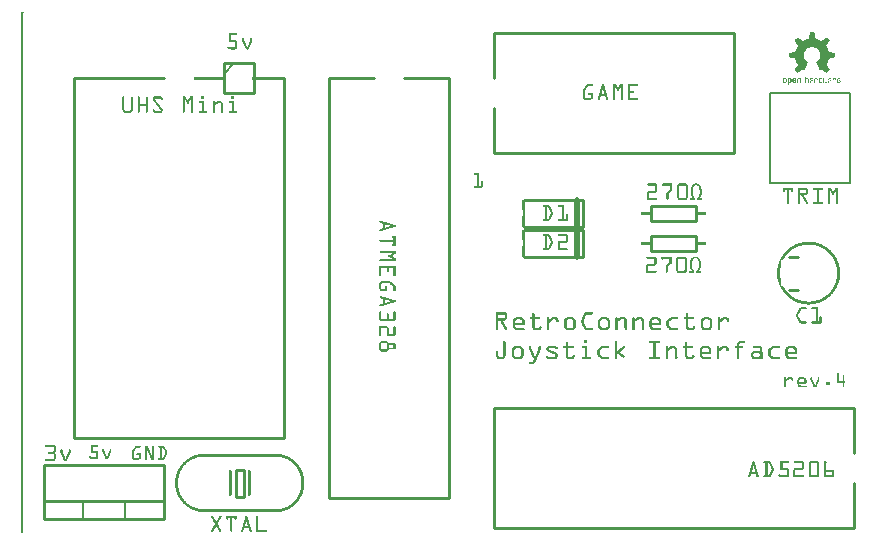
<source format=gto>
G04 MADE WITH FRITZING*
G04 WWW.FRITZING.ORG*
G04 DOUBLE SIDED*
G04 HOLES PLATED*
G04 CONTOUR ON CENTER OF CONTOUR VECTOR*
%ASAXBY*%
%FSLAX23Y23*%
%MOIN*%
%OFA0B0*%
%SFA1.0B1.0*%
%ADD10R,0.038714X0.096457X0.019029X0.076772*%
%ADD11C,0.009843*%
%ADD12C,0.010000*%
%ADD13C,0.020000*%
%ADD14C,0.008000*%
%ADD15C,0.005000*%
%ADD16C,0.011000*%
%ADD17R,0.001000X0.001000*%
%LNSILK1*%
G90*
G70*
G54D11*
X722Y211D02*
X751Y211D01*
X751Y124D01*
X722Y124D01*
X722Y211D01*
D02*
G54D12*
X1879Y1023D02*
X1684Y1023D01*
D02*
X1684Y1113D02*
X1879Y1113D01*
D02*
X1879Y1113D02*
X1879Y1023D01*
G54D13*
D02*
X1859Y1113D02*
X1859Y1023D01*
G54D12*
D02*
X1879Y923D02*
X1684Y923D01*
D02*
X1684Y1013D02*
X1879Y1013D01*
D02*
X1879Y1013D02*
X1879Y923D01*
G54D13*
D02*
X1859Y1013D02*
X1859Y923D01*
G54D12*
D02*
X2108Y1092D02*
X2258Y1092D01*
D02*
X2258Y1092D02*
X2258Y1042D01*
D02*
X2258Y1042D02*
X2108Y1042D01*
D02*
X2108Y1042D02*
X2108Y1092D01*
D02*
X2108Y992D02*
X2258Y992D01*
D02*
X2258Y992D02*
X2258Y942D01*
D02*
X2258Y942D02*
X2108Y942D01*
D02*
X2108Y942D02*
X2108Y992D01*
G54D14*
D02*
X2505Y1468D02*
X2505Y1168D01*
D02*
X2505Y1168D02*
X2769Y1168D01*
D02*
X2769Y1168D02*
X2769Y1468D01*
D02*
X2769Y1468D02*
X2505Y1468D01*
G54D12*
D02*
X2783Y418D02*
X1583Y418D01*
D02*
X1583Y418D02*
X1583Y18D01*
D02*
X1583Y18D02*
X2783Y18D01*
D02*
X2783Y418D02*
X2783Y268D01*
D02*
X2783Y168D02*
X2783Y18D01*
D02*
X1033Y1518D02*
X1033Y118D01*
D02*
X1033Y118D02*
X1433Y118D01*
D02*
X1433Y118D02*
X1433Y1518D01*
D02*
X1033Y1518D02*
X1183Y1518D01*
D02*
X1283Y1518D02*
X1433Y1518D01*
D02*
X183Y1518D02*
X183Y318D01*
D02*
X183Y318D02*
X883Y318D01*
D02*
X883Y318D02*
X883Y1518D01*
D02*
X183Y1518D02*
X483Y1518D01*
D02*
X483Y48D02*
X83Y48D01*
D02*
X83Y48D02*
X83Y228D01*
D02*
X83Y228D02*
X483Y228D01*
D02*
X483Y228D02*
X483Y48D01*
D02*
X483Y48D02*
X83Y48D01*
D02*
X83Y48D02*
X83Y108D01*
D02*
X83Y108D02*
X483Y108D01*
D02*
X483Y108D02*
X483Y48D01*
G54D15*
D02*
X353Y48D02*
X353Y108D01*
D02*
X213Y48D02*
X213Y108D01*
G54D12*
D02*
X1583Y1268D02*
X2383Y1268D01*
D02*
X2383Y1268D02*
X2383Y1668D01*
D02*
X2383Y1668D02*
X1583Y1668D01*
D02*
X1583Y1268D02*
X1583Y1418D01*
D02*
X1583Y1518D02*
X1583Y1668D01*
D02*
X683Y1568D02*
X683Y1468D01*
D02*
X683Y1468D02*
X783Y1468D01*
D02*
X783Y1468D02*
X783Y1568D01*
D02*
X783Y1568D02*
X683Y1568D01*
G54D15*
D02*
X683Y1533D02*
X718Y1568D01*
G54D16*
X2568Y923D02*
X2598Y923D01*
D02*
X2568Y813D02*
X2598Y813D01*
D02*
G54D17*
X7Y1737D02*
X15Y1737D01*
X7Y1736D02*
X14Y1736D01*
X7Y1735D02*
X14Y1735D01*
X7Y1734D02*
X14Y1734D01*
X7Y1733D02*
X14Y1733D01*
X7Y1732D02*
X14Y1732D01*
X7Y1731D02*
X14Y1731D01*
X7Y1730D02*
X14Y1730D01*
X7Y1729D02*
X14Y1729D01*
X7Y1728D02*
X14Y1728D01*
X7Y1727D02*
X14Y1727D01*
X7Y1726D02*
X14Y1726D01*
X7Y1725D02*
X14Y1725D01*
X7Y1724D02*
X14Y1724D01*
X7Y1723D02*
X14Y1723D01*
X7Y1722D02*
X14Y1722D01*
X7Y1721D02*
X14Y1721D01*
X7Y1720D02*
X14Y1720D01*
X7Y1719D02*
X14Y1719D01*
X7Y1718D02*
X14Y1718D01*
X7Y1717D02*
X14Y1717D01*
X7Y1716D02*
X14Y1716D01*
X7Y1715D02*
X14Y1715D01*
X7Y1714D02*
X14Y1714D01*
X7Y1713D02*
X14Y1713D01*
X7Y1712D02*
X14Y1712D01*
X7Y1711D02*
X14Y1711D01*
X7Y1710D02*
X14Y1710D01*
X7Y1709D02*
X14Y1709D01*
X7Y1708D02*
X14Y1708D01*
X7Y1707D02*
X14Y1707D01*
X7Y1706D02*
X14Y1706D01*
X7Y1705D02*
X14Y1705D01*
X7Y1704D02*
X14Y1704D01*
X7Y1703D02*
X14Y1703D01*
X7Y1702D02*
X14Y1702D01*
X7Y1701D02*
X14Y1701D01*
X7Y1700D02*
X14Y1700D01*
X7Y1699D02*
X14Y1699D01*
X7Y1698D02*
X14Y1698D01*
X7Y1697D02*
X14Y1697D01*
X7Y1696D02*
X14Y1696D01*
X7Y1695D02*
X14Y1695D01*
X7Y1694D02*
X14Y1694D01*
X7Y1693D02*
X14Y1693D01*
X7Y1692D02*
X14Y1692D01*
X7Y1691D02*
X14Y1691D01*
X7Y1690D02*
X14Y1690D01*
X7Y1689D02*
X14Y1689D01*
X7Y1688D02*
X14Y1688D01*
X7Y1687D02*
X14Y1687D01*
X7Y1686D02*
X14Y1686D01*
X7Y1685D02*
X14Y1685D01*
X7Y1684D02*
X14Y1684D01*
X7Y1683D02*
X14Y1683D01*
X7Y1682D02*
X14Y1682D01*
X7Y1681D02*
X14Y1681D01*
X7Y1680D02*
X14Y1680D01*
X7Y1679D02*
X14Y1679D01*
X7Y1678D02*
X14Y1678D01*
X7Y1677D02*
X14Y1677D01*
X7Y1676D02*
X14Y1676D01*
X7Y1675D02*
X14Y1675D01*
X7Y1674D02*
X14Y1674D01*
X7Y1673D02*
X14Y1673D01*
X7Y1672D02*
X14Y1672D01*
X7Y1671D02*
X14Y1671D01*
X2638Y1671D02*
X2650Y1671D01*
X7Y1670D02*
X14Y1670D01*
X2637Y1670D02*
X2651Y1670D01*
X7Y1669D02*
X14Y1669D01*
X2637Y1669D02*
X2651Y1669D01*
X7Y1668D02*
X14Y1668D01*
X701Y1668D02*
X725Y1668D01*
X2637Y1668D02*
X2651Y1668D01*
X7Y1667D02*
X14Y1667D01*
X701Y1667D02*
X727Y1667D01*
X2636Y1667D02*
X2652Y1667D01*
X7Y1666D02*
X14Y1666D01*
X701Y1666D02*
X728Y1666D01*
X2636Y1666D02*
X2652Y1666D01*
X7Y1665D02*
X14Y1665D01*
X701Y1665D02*
X728Y1665D01*
X2636Y1665D02*
X2652Y1665D01*
X7Y1664D02*
X14Y1664D01*
X701Y1664D02*
X728Y1664D01*
X2636Y1664D02*
X2652Y1664D01*
X7Y1663D02*
X14Y1663D01*
X701Y1663D02*
X727Y1663D01*
X2636Y1663D02*
X2652Y1663D01*
X7Y1662D02*
X14Y1662D01*
X701Y1662D02*
X727Y1662D01*
X2635Y1662D02*
X2653Y1662D01*
X7Y1661D02*
X14Y1661D01*
X701Y1661D02*
X708Y1661D01*
X2635Y1661D02*
X2653Y1661D01*
X7Y1660D02*
X14Y1660D01*
X701Y1660D02*
X707Y1660D01*
X2635Y1660D02*
X2653Y1660D01*
X7Y1659D02*
X14Y1659D01*
X701Y1659D02*
X707Y1659D01*
X2635Y1659D02*
X2653Y1659D01*
X7Y1658D02*
X14Y1658D01*
X701Y1658D02*
X707Y1658D01*
X2635Y1658D02*
X2653Y1658D01*
X7Y1657D02*
X14Y1657D01*
X701Y1657D02*
X707Y1657D01*
X2634Y1657D02*
X2653Y1657D01*
X7Y1656D02*
X14Y1656D01*
X701Y1656D02*
X707Y1656D01*
X2634Y1656D02*
X2654Y1656D01*
X7Y1655D02*
X14Y1655D01*
X701Y1655D02*
X707Y1655D01*
X2634Y1655D02*
X2654Y1655D01*
X7Y1654D02*
X14Y1654D01*
X701Y1654D02*
X707Y1654D01*
X2634Y1654D02*
X2654Y1654D01*
X7Y1653D02*
X14Y1653D01*
X701Y1653D02*
X707Y1653D01*
X746Y1653D02*
X749Y1653D01*
X774Y1653D02*
X776Y1653D01*
X2595Y1653D02*
X2596Y1653D01*
X2634Y1653D02*
X2654Y1653D01*
X2692Y1653D02*
X2693Y1653D01*
X7Y1652D02*
X14Y1652D01*
X701Y1652D02*
X707Y1652D01*
X745Y1652D02*
X750Y1652D01*
X773Y1652D02*
X777Y1652D01*
X2594Y1652D02*
X2597Y1652D01*
X2634Y1652D02*
X2654Y1652D01*
X2691Y1652D02*
X2694Y1652D01*
X7Y1651D02*
X14Y1651D01*
X701Y1651D02*
X707Y1651D01*
X745Y1651D02*
X750Y1651D01*
X772Y1651D02*
X778Y1651D01*
X2593Y1651D02*
X2599Y1651D01*
X2633Y1651D02*
X2655Y1651D01*
X2689Y1651D02*
X2695Y1651D01*
X7Y1650D02*
X14Y1650D01*
X701Y1650D02*
X707Y1650D01*
X745Y1650D02*
X751Y1650D01*
X772Y1650D02*
X778Y1650D01*
X2592Y1650D02*
X2600Y1650D01*
X2633Y1650D02*
X2655Y1650D01*
X2688Y1650D02*
X2696Y1650D01*
X7Y1649D02*
X14Y1649D01*
X701Y1649D02*
X707Y1649D01*
X745Y1649D02*
X751Y1649D01*
X772Y1649D02*
X778Y1649D01*
X2591Y1649D02*
X2602Y1649D01*
X2631Y1649D02*
X2657Y1649D01*
X2686Y1649D02*
X2697Y1649D01*
X7Y1648D02*
X14Y1648D01*
X701Y1648D02*
X707Y1648D01*
X745Y1648D02*
X751Y1648D01*
X772Y1648D02*
X778Y1648D01*
X2590Y1648D02*
X2603Y1648D01*
X2627Y1648D02*
X2661Y1648D01*
X2685Y1648D02*
X2698Y1648D01*
X7Y1647D02*
X14Y1647D01*
X701Y1647D02*
X707Y1647D01*
X745Y1647D02*
X751Y1647D01*
X772Y1647D02*
X778Y1647D01*
X2589Y1647D02*
X2605Y1647D01*
X2624Y1647D02*
X2664Y1647D01*
X2683Y1647D02*
X2699Y1647D01*
X7Y1646D02*
X14Y1646D01*
X701Y1646D02*
X707Y1646D01*
X745Y1646D02*
X751Y1646D01*
X772Y1646D02*
X778Y1646D01*
X2588Y1646D02*
X2606Y1646D01*
X2622Y1646D02*
X2666Y1646D01*
X2682Y1646D02*
X2700Y1646D01*
X7Y1645D02*
X14Y1645D01*
X701Y1645D02*
X707Y1645D01*
X745Y1645D02*
X751Y1645D01*
X772Y1645D02*
X778Y1645D01*
X2587Y1645D02*
X2608Y1645D01*
X2620Y1645D02*
X2668Y1645D01*
X2680Y1645D02*
X2701Y1645D01*
X7Y1644D02*
X14Y1644D01*
X701Y1644D02*
X724Y1644D01*
X745Y1644D02*
X751Y1644D01*
X772Y1644D02*
X778Y1644D01*
X2586Y1644D02*
X2609Y1644D01*
X2618Y1644D02*
X2670Y1644D01*
X2679Y1644D02*
X2702Y1644D01*
X7Y1643D02*
X14Y1643D01*
X701Y1643D02*
X725Y1643D01*
X745Y1643D02*
X751Y1643D01*
X771Y1643D02*
X778Y1643D01*
X2586Y1643D02*
X2611Y1643D01*
X2616Y1643D02*
X2672Y1643D01*
X2677Y1643D02*
X2702Y1643D01*
X7Y1642D02*
X14Y1642D01*
X701Y1642D02*
X726Y1642D01*
X745Y1642D02*
X752Y1642D01*
X771Y1642D02*
X777Y1642D01*
X2586Y1642D02*
X2612Y1642D01*
X2614Y1642D02*
X2674Y1642D01*
X2676Y1642D02*
X2702Y1642D01*
X7Y1641D02*
X14Y1641D01*
X701Y1641D02*
X727Y1641D01*
X745Y1641D02*
X752Y1641D01*
X770Y1641D02*
X777Y1641D01*
X2587Y1641D02*
X2701Y1641D01*
X7Y1640D02*
X14Y1640D01*
X701Y1640D02*
X727Y1640D01*
X746Y1640D02*
X753Y1640D01*
X770Y1640D02*
X777Y1640D01*
X2588Y1640D02*
X2700Y1640D01*
X7Y1639D02*
X14Y1639D01*
X701Y1639D02*
X728Y1639D01*
X746Y1639D02*
X753Y1639D01*
X770Y1639D02*
X776Y1639D01*
X2588Y1639D02*
X2700Y1639D01*
X7Y1638D02*
X14Y1638D01*
X701Y1638D02*
X728Y1638D01*
X747Y1638D02*
X753Y1638D01*
X769Y1638D02*
X776Y1638D01*
X2589Y1638D02*
X2699Y1638D01*
X7Y1637D02*
X14Y1637D01*
X722Y1637D02*
X728Y1637D01*
X747Y1637D02*
X754Y1637D01*
X769Y1637D02*
X775Y1637D01*
X2590Y1637D02*
X2698Y1637D01*
X7Y1636D02*
X14Y1636D01*
X722Y1636D02*
X728Y1636D01*
X748Y1636D02*
X754Y1636D01*
X768Y1636D02*
X775Y1636D01*
X2590Y1636D02*
X2698Y1636D01*
X7Y1635D02*
X14Y1635D01*
X722Y1635D02*
X728Y1635D01*
X748Y1635D02*
X755Y1635D01*
X768Y1635D02*
X774Y1635D01*
X2591Y1635D02*
X2697Y1635D01*
X7Y1634D02*
X14Y1634D01*
X722Y1634D02*
X728Y1634D01*
X749Y1634D02*
X755Y1634D01*
X767Y1634D02*
X774Y1634D01*
X2592Y1634D02*
X2696Y1634D01*
X7Y1633D02*
X14Y1633D01*
X722Y1633D02*
X728Y1633D01*
X749Y1633D02*
X756Y1633D01*
X767Y1633D02*
X774Y1633D01*
X2592Y1633D02*
X2696Y1633D01*
X7Y1632D02*
X14Y1632D01*
X722Y1632D02*
X728Y1632D01*
X749Y1632D02*
X756Y1632D01*
X766Y1632D02*
X773Y1632D01*
X2593Y1632D02*
X2695Y1632D01*
X7Y1631D02*
X14Y1631D01*
X722Y1631D02*
X728Y1631D01*
X750Y1631D02*
X756Y1631D01*
X766Y1631D02*
X773Y1631D01*
X2594Y1631D02*
X2694Y1631D01*
X7Y1630D02*
X14Y1630D01*
X722Y1630D02*
X728Y1630D01*
X750Y1630D02*
X757Y1630D01*
X766Y1630D02*
X772Y1630D01*
X2594Y1630D02*
X2693Y1630D01*
X7Y1629D02*
X14Y1629D01*
X722Y1629D02*
X728Y1629D01*
X751Y1629D02*
X757Y1629D01*
X765Y1629D02*
X772Y1629D01*
X2595Y1629D02*
X2693Y1629D01*
X7Y1628D02*
X14Y1628D01*
X722Y1628D02*
X728Y1628D01*
X751Y1628D02*
X758Y1628D01*
X765Y1628D02*
X771Y1628D01*
X2596Y1628D02*
X2692Y1628D01*
X7Y1627D02*
X14Y1627D01*
X722Y1627D02*
X728Y1627D01*
X752Y1627D02*
X758Y1627D01*
X764Y1627D02*
X771Y1627D01*
X2597Y1627D02*
X2691Y1627D01*
X7Y1626D02*
X14Y1626D01*
X722Y1626D02*
X728Y1626D01*
X752Y1626D02*
X759Y1626D01*
X764Y1626D02*
X770Y1626D01*
X2597Y1626D02*
X2691Y1626D01*
X7Y1625D02*
X14Y1625D01*
X722Y1625D02*
X728Y1625D01*
X752Y1625D02*
X759Y1625D01*
X763Y1625D02*
X770Y1625D01*
X2597Y1625D02*
X2691Y1625D01*
X7Y1624D02*
X14Y1624D01*
X722Y1624D02*
X728Y1624D01*
X753Y1624D02*
X760Y1624D01*
X763Y1624D02*
X770Y1624D01*
X2596Y1624D02*
X2692Y1624D01*
X7Y1623D02*
X14Y1623D01*
X695Y1623D02*
X700Y1623D01*
X722Y1623D02*
X728Y1623D01*
X753Y1623D02*
X760Y1623D01*
X763Y1623D02*
X769Y1623D01*
X2596Y1623D02*
X2692Y1623D01*
X7Y1622D02*
X14Y1622D01*
X695Y1622D02*
X702Y1622D01*
X722Y1622D02*
X728Y1622D01*
X754Y1622D02*
X760Y1622D01*
X762Y1622D02*
X769Y1622D01*
X2595Y1622D02*
X2693Y1622D01*
X7Y1621D02*
X14Y1621D01*
X694Y1621D02*
X728Y1621D01*
X754Y1621D02*
X768Y1621D01*
X2595Y1621D02*
X2637Y1621D01*
X2651Y1621D02*
X2693Y1621D01*
X7Y1620D02*
X14Y1620D01*
X694Y1620D02*
X728Y1620D01*
X755Y1620D02*
X768Y1620D01*
X2594Y1620D02*
X2634Y1620D01*
X2654Y1620D02*
X2694Y1620D01*
X7Y1619D02*
X14Y1619D01*
X695Y1619D02*
X728Y1619D01*
X755Y1619D02*
X767Y1619D01*
X2593Y1619D02*
X2632Y1619D01*
X2656Y1619D02*
X2694Y1619D01*
X7Y1618D02*
X14Y1618D01*
X695Y1618D02*
X727Y1618D01*
X756Y1618D02*
X767Y1618D01*
X2593Y1618D02*
X2630Y1618D01*
X2658Y1618D02*
X2695Y1618D01*
X7Y1617D02*
X14Y1617D01*
X697Y1617D02*
X727Y1617D01*
X756Y1617D02*
X767Y1617D01*
X2593Y1617D02*
X2628Y1617D01*
X2660Y1617D02*
X2695Y1617D01*
X7Y1616D02*
X14Y1616D01*
X699Y1616D02*
X726Y1616D01*
X756Y1616D02*
X766Y1616D01*
X2592Y1616D02*
X2627Y1616D01*
X2661Y1616D02*
X2696Y1616D01*
X7Y1615D02*
X14Y1615D01*
X701Y1615D02*
X724Y1615D01*
X757Y1615D02*
X765Y1615D01*
X2592Y1615D02*
X2626Y1615D01*
X2662Y1615D02*
X2696Y1615D01*
X7Y1614D02*
X14Y1614D01*
X706Y1614D02*
X721Y1614D01*
X760Y1614D02*
X763Y1614D01*
X2591Y1614D02*
X2624Y1614D01*
X2663Y1614D02*
X2697Y1614D01*
X7Y1613D02*
X14Y1613D01*
X2591Y1613D02*
X2623Y1613D01*
X2664Y1613D02*
X2697Y1613D01*
X7Y1612D02*
X14Y1612D01*
X2591Y1612D02*
X2623Y1612D01*
X2665Y1612D02*
X2697Y1612D01*
X7Y1611D02*
X14Y1611D01*
X2590Y1611D02*
X2622Y1611D01*
X2666Y1611D02*
X2698Y1611D01*
X7Y1610D02*
X14Y1610D01*
X2590Y1610D02*
X2621Y1610D01*
X2667Y1610D02*
X2698Y1610D01*
X7Y1609D02*
X14Y1609D01*
X2590Y1609D02*
X2620Y1609D01*
X2668Y1609D02*
X2698Y1609D01*
X7Y1608D02*
X14Y1608D01*
X2589Y1608D02*
X2620Y1608D01*
X2668Y1608D02*
X2699Y1608D01*
X7Y1607D02*
X14Y1607D01*
X2589Y1607D02*
X2619Y1607D01*
X2669Y1607D02*
X2699Y1607D01*
X7Y1606D02*
X14Y1606D01*
X2589Y1606D02*
X2619Y1606D01*
X2669Y1606D02*
X2699Y1606D01*
X7Y1605D02*
X14Y1605D01*
X2584Y1605D02*
X2618Y1605D01*
X2670Y1605D02*
X2704Y1605D01*
X7Y1604D02*
X14Y1604D01*
X2579Y1604D02*
X2618Y1604D01*
X2670Y1604D02*
X2709Y1604D01*
X7Y1603D02*
X14Y1603D01*
X2573Y1603D02*
X2618Y1603D01*
X2670Y1603D02*
X2715Y1603D01*
X7Y1602D02*
X14Y1602D01*
X2568Y1602D02*
X2617Y1602D01*
X2671Y1602D02*
X2720Y1602D01*
X7Y1601D02*
X14Y1601D01*
X2568Y1601D02*
X2617Y1601D01*
X2671Y1601D02*
X2720Y1601D01*
X7Y1600D02*
X14Y1600D01*
X2568Y1600D02*
X2617Y1600D01*
X2671Y1600D02*
X2720Y1600D01*
X7Y1599D02*
X14Y1599D01*
X2568Y1599D02*
X2617Y1599D01*
X2671Y1599D02*
X2720Y1599D01*
X7Y1598D02*
X14Y1598D01*
X2568Y1598D02*
X2616Y1598D01*
X2671Y1598D02*
X2720Y1598D01*
X7Y1597D02*
X14Y1597D01*
X2568Y1597D02*
X2616Y1597D01*
X2672Y1597D02*
X2720Y1597D01*
X7Y1596D02*
X14Y1596D01*
X2568Y1596D02*
X2616Y1596D01*
X2672Y1596D02*
X2720Y1596D01*
X7Y1595D02*
X14Y1595D01*
X2568Y1595D02*
X2616Y1595D01*
X2672Y1595D02*
X2720Y1595D01*
X7Y1594D02*
X14Y1594D01*
X2568Y1594D02*
X2616Y1594D01*
X2672Y1594D02*
X2720Y1594D01*
X7Y1593D02*
X14Y1593D01*
X2568Y1593D02*
X2616Y1593D01*
X2672Y1593D02*
X2720Y1593D01*
X7Y1592D02*
X14Y1592D01*
X2568Y1592D02*
X2616Y1592D01*
X2672Y1592D02*
X2720Y1592D01*
X7Y1591D02*
X14Y1591D01*
X2568Y1591D02*
X2616Y1591D01*
X2671Y1591D02*
X2720Y1591D01*
X7Y1590D02*
X14Y1590D01*
X2568Y1590D02*
X2617Y1590D01*
X2671Y1590D02*
X2720Y1590D01*
X7Y1589D02*
X14Y1589D01*
X2568Y1589D02*
X2617Y1589D01*
X2671Y1589D02*
X2720Y1589D01*
X7Y1588D02*
X14Y1588D01*
X2568Y1588D02*
X2617Y1588D01*
X2671Y1588D02*
X2720Y1588D01*
X7Y1587D02*
X14Y1587D01*
X2570Y1587D02*
X2617Y1587D01*
X2671Y1587D02*
X2718Y1587D01*
X7Y1586D02*
X14Y1586D01*
X2575Y1586D02*
X2618Y1586D01*
X2670Y1586D02*
X2713Y1586D01*
X7Y1585D02*
X14Y1585D01*
X2580Y1585D02*
X2618Y1585D01*
X2670Y1585D02*
X2707Y1585D01*
X7Y1584D02*
X14Y1584D01*
X2586Y1584D02*
X2618Y1584D01*
X2670Y1584D02*
X2702Y1584D01*
X7Y1583D02*
X14Y1583D01*
X2589Y1583D02*
X2619Y1583D01*
X2669Y1583D02*
X2699Y1583D01*
X7Y1582D02*
X14Y1582D01*
X2589Y1582D02*
X2619Y1582D01*
X2669Y1582D02*
X2699Y1582D01*
X7Y1581D02*
X14Y1581D01*
X2589Y1581D02*
X2620Y1581D01*
X2668Y1581D02*
X2699Y1581D01*
X7Y1580D02*
X14Y1580D01*
X2589Y1580D02*
X2620Y1580D01*
X2667Y1580D02*
X2699Y1580D01*
X7Y1579D02*
X14Y1579D01*
X2590Y1579D02*
X2621Y1579D01*
X2667Y1579D02*
X2698Y1579D01*
X7Y1578D02*
X14Y1578D01*
X2590Y1578D02*
X2622Y1578D01*
X2666Y1578D02*
X2698Y1578D01*
X7Y1577D02*
X14Y1577D01*
X2590Y1577D02*
X2623Y1577D01*
X2665Y1577D02*
X2698Y1577D01*
X7Y1576D02*
X14Y1576D01*
X2590Y1576D02*
X2624Y1576D01*
X2664Y1576D02*
X2698Y1576D01*
X7Y1575D02*
X14Y1575D01*
X2591Y1575D02*
X2625Y1575D01*
X2663Y1575D02*
X2697Y1575D01*
X7Y1574D02*
X14Y1574D01*
X2591Y1574D02*
X2626Y1574D01*
X2662Y1574D02*
X2697Y1574D01*
X7Y1573D02*
X14Y1573D01*
X2592Y1573D02*
X2627Y1573D01*
X2661Y1573D02*
X2696Y1573D01*
X7Y1572D02*
X14Y1572D01*
X2592Y1572D02*
X2628Y1572D01*
X2660Y1572D02*
X2696Y1572D01*
X7Y1571D02*
X14Y1571D01*
X2592Y1571D02*
X2629Y1571D01*
X2659Y1571D02*
X2696Y1571D01*
X7Y1570D02*
X14Y1570D01*
X2593Y1570D02*
X2629Y1570D01*
X2659Y1570D02*
X2695Y1570D01*
X7Y1569D02*
X14Y1569D01*
X2593Y1569D02*
X2628Y1569D01*
X2660Y1569D02*
X2695Y1569D01*
X7Y1568D02*
X14Y1568D01*
X2594Y1568D02*
X2628Y1568D01*
X2660Y1568D02*
X2694Y1568D01*
X7Y1567D02*
X14Y1567D01*
X2594Y1567D02*
X2628Y1567D01*
X2660Y1567D02*
X2694Y1567D01*
X7Y1566D02*
X14Y1566D01*
X2595Y1566D02*
X2627Y1566D01*
X2661Y1566D02*
X2693Y1566D01*
X7Y1565D02*
X14Y1565D01*
X2595Y1565D02*
X2627Y1565D01*
X2661Y1565D02*
X2693Y1565D01*
X7Y1564D02*
X14Y1564D01*
X2596Y1564D02*
X2626Y1564D01*
X2662Y1564D02*
X2692Y1564D01*
X7Y1563D02*
X14Y1563D01*
X2597Y1563D02*
X2626Y1563D01*
X2662Y1563D02*
X2691Y1563D01*
X7Y1562D02*
X14Y1562D01*
X2596Y1562D02*
X2625Y1562D01*
X2663Y1562D02*
X2692Y1562D01*
X7Y1561D02*
X14Y1561D01*
X2596Y1561D02*
X2625Y1561D01*
X2663Y1561D02*
X2692Y1561D01*
X7Y1560D02*
X14Y1560D01*
X2595Y1560D02*
X2625Y1560D01*
X2663Y1560D02*
X2693Y1560D01*
X7Y1559D02*
X14Y1559D01*
X2594Y1559D02*
X2624Y1559D01*
X2664Y1559D02*
X2694Y1559D01*
X7Y1558D02*
X14Y1558D01*
X2594Y1558D02*
X2624Y1558D01*
X2664Y1558D02*
X2694Y1558D01*
X7Y1557D02*
X14Y1557D01*
X2593Y1557D02*
X2623Y1557D01*
X2665Y1557D02*
X2695Y1557D01*
X7Y1556D02*
X14Y1556D01*
X2592Y1556D02*
X2623Y1556D01*
X2665Y1556D02*
X2696Y1556D01*
X7Y1555D02*
X14Y1555D01*
X2591Y1555D02*
X2623Y1555D01*
X2665Y1555D02*
X2696Y1555D01*
X7Y1554D02*
X14Y1554D01*
X2591Y1554D02*
X2622Y1554D01*
X2666Y1554D02*
X2697Y1554D01*
X7Y1553D02*
X14Y1553D01*
X2590Y1553D02*
X2622Y1553D01*
X2666Y1553D02*
X2698Y1553D01*
X7Y1552D02*
X14Y1552D01*
X2589Y1552D02*
X2621Y1552D01*
X2667Y1552D02*
X2699Y1552D01*
X7Y1551D02*
X14Y1551D01*
X2589Y1551D02*
X2621Y1551D01*
X2667Y1551D02*
X2699Y1551D01*
X7Y1550D02*
X14Y1550D01*
X2588Y1550D02*
X2620Y1550D01*
X2667Y1550D02*
X2700Y1550D01*
X7Y1549D02*
X14Y1549D01*
X2587Y1549D02*
X2620Y1549D01*
X2668Y1549D02*
X2701Y1549D01*
X7Y1548D02*
X14Y1548D01*
X2587Y1548D02*
X2620Y1548D01*
X2668Y1548D02*
X2701Y1548D01*
X7Y1547D02*
X14Y1547D01*
X2586Y1547D02*
X2619Y1547D01*
X2669Y1547D02*
X2702Y1547D01*
X7Y1546D02*
X14Y1546D01*
X2585Y1546D02*
X2610Y1546D01*
X2614Y1546D02*
X2619Y1546D01*
X2669Y1546D02*
X2674Y1546D01*
X2678Y1546D02*
X2702Y1546D01*
X7Y1545D02*
X14Y1545D01*
X2586Y1545D02*
X2609Y1545D01*
X2615Y1545D02*
X2618Y1545D01*
X2670Y1545D02*
X2673Y1545D01*
X2679Y1545D02*
X2702Y1545D01*
X7Y1544D02*
X14Y1544D01*
X2587Y1544D02*
X2607Y1544D01*
X2617Y1544D02*
X2618Y1544D01*
X2670Y1544D02*
X2671Y1544D01*
X2681Y1544D02*
X2701Y1544D01*
X7Y1543D02*
X14Y1543D01*
X2588Y1543D02*
X2606Y1543D01*
X2682Y1543D02*
X2700Y1543D01*
X7Y1542D02*
X14Y1542D01*
X2589Y1542D02*
X2604Y1542D01*
X2684Y1542D02*
X2699Y1542D01*
X7Y1541D02*
X14Y1541D01*
X2590Y1541D02*
X2603Y1541D01*
X2685Y1541D02*
X2698Y1541D01*
X7Y1540D02*
X14Y1540D01*
X2591Y1540D02*
X2601Y1540D01*
X2687Y1540D02*
X2697Y1540D01*
X7Y1539D02*
X14Y1539D01*
X2592Y1539D02*
X2600Y1539D01*
X2688Y1539D02*
X2696Y1539D01*
X7Y1538D02*
X14Y1538D01*
X2593Y1538D02*
X2598Y1538D01*
X2690Y1538D02*
X2695Y1538D01*
X7Y1537D02*
X14Y1537D01*
X2594Y1537D02*
X2597Y1537D01*
X2691Y1537D02*
X2694Y1537D01*
X7Y1536D02*
X14Y1536D01*
X2595Y1536D02*
X2595Y1536D01*
X2692Y1536D02*
X2693Y1536D01*
X7Y1535D02*
X14Y1535D01*
X7Y1534D02*
X14Y1534D01*
X7Y1533D02*
X14Y1533D01*
X7Y1532D02*
X14Y1532D01*
X7Y1531D02*
X14Y1531D01*
X7Y1530D02*
X14Y1530D01*
X7Y1529D02*
X14Y1529D01*
X7Y1528D02*
X14Y1528D01*
X7Y1527D02*
X14Y1527D01*
X7Y1526D02*
X14Y1526D01*
X7Y1525D02*
X14Y1525D01*
X7Y1524D02*
X14Y1524D01*
X2623Y1524D02*
X2623Y1524D01*
X2678Y1524D02*
X2678Y1524D01*
X7Y1523D02*
X14Y1523D01*
X583Y1523D02*
X688Y1523D01*
X777Y1523D02*
X882Y1523D01*
X2622Y1523D02*
X2623Y1523D01*
X2676Y1523D02*
X2678Y1523D01*
X7Y1522D02*
X14Y1522D01*
X583Y1522D02*
X688Y1522D01*
X777Y1522D02*
X882Y1522D01*
X2622Y1522D02*
X2623Y1522D01*
X2676Y1522D02*
X2678Y1522D01*
X7Y1521D02*
X14Y1521D01*
X583Y1521D02*
X688Y1521D01*
X777Y1521D02*
X882Y1521D01*
X2622Y1521D02*
X2623Y1521D01*
X2676Y1521D02*
X2678Y1521D01*
X7Y1520D02*
X14Y1520D01*
X583Y1520D02*
X688Y1520D01*
X777Y1520D02*
X882Y1520D01*
X2622Y1520D02*
X2623Y1520D01*
X2676Y1520D02*
X2678Y1520D01*
X7Y1519D02*
X14Y1519D01*
X583Y1519D02*
X688Y1519D01*
X777Y1519D02*
X882Y1519D01*
X2551Y1519D02*
X2555Y1519D01*
X2567Y1519D02*
X2571Y1519D01*
X2583Y1519D02*
X2587Y1519D01*
X2599Y1519D02*
X2603Y1519D01*
X2622Y1519D02*
X2623Y1519D01*
X2676Y1519D02*
X2678Y1519D01*
X7Y1518D02*
X14Y1518D01*
X583Y1518D02*
X688Y1518D01*
X777Y1518D02*
X882Y1518D01*
X2549Y1518D02*
X2557Y1518D01*
X2565Y1518D02*
X2573Y1518D01*
X2581Y1518D02*
X2588Y1518D01*
X2597Y1518D02*
X2604Y1518D01*
X2622Y1518D02*
X2623Y1518D01*
X2625Y1518D02*
X2629Y1518D01*
X2640Y1518D02*
X2644Y1518D01*
X2655Y1518D02*
X2659Y1518D01*
X2671Y1518D02*
X2678Y1518D01*
X2682Y1518D02*
X2683Y1518D01*
X2688Y1518D02*
X2688Y1518D01*
X2694Y1518D02*
X2694Y1518D01*
X2701Y1518D02*
X2705Y1518D01*
X2716Y1518D02*
X2720Y1518D01*
X2731Y1518D02*
X2735Y1518D01*
X7Y1517D02*
X14Y1517D01*
X583Y1517D02*
X688Y1517D01*
X777Y1517D02*
X882Y1517D01*
X2548Y1517D02*
X2557Y1517D01*
X2564Y1517D02*
X2573Y1517D01*
X2580Y1517D02*
X2589Y1517D01*
X2596Y1517D02*
X2605Y1517D01*
X2622Y1517D02*
X2630Y1517D01*
X2639Y1517D02*
X2646Y1517D01*
X2654Y1517D02*
X2661Y1517D01*
X2669Y1517D02*
X2678Y1517D01*
X2681Y1517D02*
X2683Y1517D01*
X2687Y1517D02*
X2688Y1517D01*
X2693Y1517D02*
X2694Y1517D01*
X2700Y1517D02*
X2706Y1517D01*
X2715Y1517D02*
X2722Y1517D01*
X2730Y1517D02*
X2737Y1517D01*
X7Y1516D02*
X14Y1516D01*
X583Y1516D02*
X688Y1516D01*
X777Y1516D02*
X882Y1516D01*
X2548Y1516D02*
X2552Y1516D01*
X2554Y1516D02*
X2558Y1516D01*
X2564Y1516D02*
X2568Y1516D01*
X2570Y1516D02*
X2574Y1516D01*
X2580Y1516D02*
X2584Y1516D01*
X2586Y1516D02*
X2590Y1516D01*
X2596Y1516D02*
X2600Y1516D01*
X2602Y1516D02*
X2606Y1516D01*
X2622Y1516D02*
X2626Y1516D01*
X2628Y1516D02*
X2631Y1516D01*
X2638Y1516D02*
X2641Y1516D01*
X2643Y1516D02*
X2646Y1516D01*
X2653Y1516D02*
X2656Y1516D01*
X2658Y1516D02*
X2662Y1516D01*
X2668Y1516D02*
X2671Y1516D01*
X2674Y1516D02*
X2678Y1516D01*
X2681Y1516D02*
X2683Y1516D01*
X2687Y1516D02*
X2688Y1516D01*
X2693Y1516D02*
X2694Y1516D01*
X2699Y1516D02*
X2702Y1516D01*
X2704Y1516D02*
X2707Y1516D01*
X2714Y1516D02*
X2717Y1516D01*
X2719Y1516D02*
X2722Y1516D01*
X2729Y1516D02*
X2732Y1516D01*
X2734Y1516D02*
X2738Y1516D01*
X7Y1515D02*
X14Y1515D01*
X583Y1515D02*
X688Y1515D01*
X777Y1515D02*
X882Y1515D01*
X2547Y1515D02*
X2550Y1515D01*
X2556Y1515D02*
X2558Y1515D01*
X2563Y1515D02*
X2566Y1515D01*
X2572Y1515D02*
X2574Y1515D01*
X2579Y1515D02*
X2582Y1515D01*
X2588Y1515D02*
X2590Y1515D01*
X2595Y1515D02*
X2598Y1515D01*
X2604Y1515D02*
X2606Y1515D01*
X2622Y1515D02*
X2624Y1515D01*
X2630Y1515D02*
X2632Y1515D01*
X2637Y1515D02*
X2639Y1515D01*
X2645Y1515D02*
X2647Y1515D01*
X2653Y1515D02*
X2654Y1515D01*
X2660Y1515D02*
X2662Y1515D01*
X2668Y1515D02*
X2670Y1515D01*
X2675Y1515D02*
X2678Y1515D01*
X2681Y1515D02*
X2683Y1515D01*
X2687Y1515D02*
X2688Y1515D01*
X2693Y1515D02*
X2694Y1515D01*
X2698Y1515D02*
X2700Y1515D01*
X2706Y1515D02*
X2708Y1515D01*
X2713Y1515D02*
X2715Y1515D01*
X2721Y1515D02*
X2723Y1515D01*
X2729Y1515D02*
X2730Y1515D01*
X2736Y1515D02*
X2738Y1515D01*
X7Y1514D02*
X14Y1514D01*
X583Y1514D02*
X688Y1514D01*
X777Y1514D02*
X882Y1514D01*
X2547Y1514D02*
X2550Y1514D01*
X2556Y1514D02*
X2559Y1514D01*
X2563Y1514D02*
X2566Y1514D01*
X2572Y1514D02*
X2575Y1514D01*
X2579Y1514D02*
X2582Y1514D01*
X2588Y1514D02*
X2591Y1514D01*
X2595Y1514D02*
X2598Y1514D01*
X2604Y1514D02*
X2607Y1514D01*
X2622Y1514D02*
X2623Y1514D01*
X2631Y1514D02*
X2632Y1514D01*
X2637Y1514D02*
X2639Y1514D01*
X2646Y1514D02*
X2647Y1514D01*
X2652Y1514D02*
X2654Y1514D01*
X2661Y1514D02*
X2662Y1514D01*
X2667Y1514D02*
X2669Y1514D01*
X2676Y1514D02*
X2678Y1514D01*
X2681Y1514D02*
X2683Y1514D01*
X2687Y1514D02*
X2688Y1514D01*
X2693Y1514D02*
X2694Y1514D01*
X2698Y1514D02*
X2699Y1514D01*
X2707Y1514D02*
X2708Y1514D01*
X2713Y1514D02*
X2715Y1514D01*
X2722Y1514D02*
X2723Y1514D01*
X2728Y1514D02*
X2730Y1514D01*
X2737Y1514D02*
X2738Y1514D01*
X7Y1513D02*
X14Y1513D01*
X2547Y1513D02*
X2550Y1513D01*
X2556Y1513D02*
X2559Y1513D01*
X2563Y1513D02*
X2566Y1513D01*
X2572Y1513D02*
X2575Y1513D01*
X2579Y1513D02*
X2582Y1513D01*
X2586Y1513D02*
X2591Y1513D01*
X2595Y1513D02*
X2598Y1513D01*
X2604Y1513D02*
X2607Y1513D01*
X2622Y1513D02*
X2623Y1513D01*
X2631Y1513D02*
X2632Y1513D01*
X2637Y1513D02*
X2638Y1513D01*
X2646Y1513D02*
X2647Y1513D01*
X2652Y1513D02*
X2654Y1513D01*
X2661Y1513D02*
X2663Y1513D01*
X2667Y1513D02*
X2669Y1513D01*
X2676Y1513D02*
X2678Y1513D01*
X2681Y1513D02*
X2683Y1513D01*
X2687Y1513D02*
X2688Y1513D01*
X2693Y1513D02*
X2694Y1513D01*
X2698Y1513D02*
X2699Y1513D01*
X2707Y1513D02*
X2708Y1513D01*
X2713Y1513D02*
X2714Y1513D01*
X2722Y1513D02*
X2723Y1513D01*
X2728Y1513D02*
X2730Y1513D01*
X2737Y1513D02*
X2739Y1513D01*
X7Y1512D02*
X14Y1512D01*
X2547Y1512D02*
X2550Y1512D01*
X2556Y1512D02*
X2559Y1512D01*
X2563Y1512D02*
X2566Y1512D01*
X2572Y1512D02*
X2575Y1512D01*
X2579Y1512D02*
X2582Y1512D01*
X2584Y1512D02*
X2591Y1512D01*
X2595Y1512D02*
X2598Y1512D01*
X2604Y1512D02*
X2607Y1512D01*
X2622Y1512D02*
X2623Y1512D01*
X2631Y1512D02*
X2632Y1512D01*
X2637Y1512D02*
X2637Y1512D01*
X2644Y1512D02*
X2647Y1512D01*
X2652Y1512D02*
X2654Y1512D01*
X2661Y1512D02*
X2661Y1512D01*
X2667Y1512D02*
X2669Y1512D01*
X2676Y1512D02*
X2678Y1512D01*
X2681Y1512D02*
X2683Y1512D01*
X2687Y1512D02*
X2688Y1512D01*
X2693Y1512D02*
X2694Y1512D01*
X2698Y1512D02*
X2698Y1512D01*
X2705Y1512D02*
X2708Y1512D01*
X2713Y1512D02*
X2714Y1512D01*
X2722Y1512D02*
X2722Y1512D01*
X2728Y1512D02*
X2730Y1512D01*
X2735Y1512D02*
X2739Y1512D01*
X7Y1511D02*
X14Y1511D01*
X2547Y1511D02*
X2550Y1511D01*
X2556Y1511D02*
X2559Y1511D01*
X2563Y1511D02*
X2566Y1511D01*
X2572Y1511D02*
X2575Y1511D01*
X2579Y1511D02*
X2589Y1511D01*
X2595Y1511D02*
X2598Y1511D01*
X2604Y1511D02*
X2607Y1511D01*
X2622Y1511D02*
X2623Y1511D01*
X2631Y1511D02*
X2632Y1511D01*
X2642Y1511D02*
X2647Y1511D01*
X2652Y1511D02*
X2654Y1511D01*
X2667Y1511D02*
X2669Y1511D01*
X2676Y1511D02*
X2678Y1511D01*
X2681Y1511D02*
X2683Y1511D01*
X2687Y1511D02*
X2688Y1511D01*
X2693Y1511D02*
X2694Y1511D01*
X2703Y1511D02*
X2708Y1511D01*
X2713Y1511D02*
X2714Y1511D01*
X2728Y1511D02*
X2730Y1511D01*
X2733Y1511D02*
X2738Y1511D01*
X7Y1510D02*
X14Y1510D01*
X2547Y1510D02*
X2550Y1510D01*
X2556Y1510D02*
X2559Y1510D01*
X2563Y1510D02*
X2566Y1510D01*
X2572Y1510D02*
X2575Y1510D01*
X2579Y1510D02*
X2587Y1510D01*
X2595Y1510D02*
X2598Y1510D01*
X2604Y1510D02*
X2607Y1510D01*
X2622Y1510D02*
X2623Y1510D01*
X2631Y1510D02*
X2632Y1510D01*
X2640Y1510D02*
X2647Y1510D01*
X2652Y1510D02*
X2654Y1510D01*
X2667Y1510D02*
X2669Y1510D01*
X2676Y1510D02*
X2678Y1510D01*
X2681Y1510D02*
X2683Y1510D01*
X2687Y1510D02*
X2688Y1510D01*
X2693Y1510D02*
X2694Y1510D01*
X2700Y1510D02*
X2708Y1510D01*
X2713Y1510D02*
X2714Y1510D01*
X2728Y1510D02*
X2735Y1510D01*
X7Y1509D02*
X14Y1509D01*
X2547Y1509D02*
X2550Y1509D01*
X2556Y1509D02*
X2559Y1509D01*
X2563Y1509D02*
X2566Y1509D01*
X2572Y1509D02*
X2575Y1509D01*
X2579Y1509D02*
X2585Y1509D01*
X2590Y1509D02*
X2591Y1509D01*
X2595Y1509D02*
X2598Y1509D01*
X2604Y1509D02*
X2607Y1509D01*
X2622Y1509D02*
X2623Y1509D01*
X2631Y1509D02*
X2632Y1509D01*
X2638Y1509D02*
X2643Y1509D01*
X2646Y1509D02*
X2647Y1509D01*
X2652Y1509D02*
X2654Y1509D01*
X2667Y1509D02*
X2669Y1509D01*
X2676Y1509D02*
X2678Y1509D01*
X2681Y1509D02*
X2683Y1509D01*
X2687Y1509D02*
X2688Y1509D01*
X2693Y1509D02*
X2694Y1509D01*
X2699Y1509D02*
X2703Y1509D01*
X2707Y1509D02*
X2708Y1509D01*
X2713Y1509D02*
X2714Y1509D01*
X2728Y1509D02*
X2733Y1509D01*
X7Y1508D02*
X14Y1508D01*
X2547Y1508D02*
X2550Y1508D01*
X2556Y1508D02*
X2559Y1508D01*
X2563Y1508D02*
X2566Y1508D01*
X2572Y1508D02*
X2575Y1508D01*
X2579Y1508D02*
X2583Y1508D01*
X2588Y1508D02*
X2591Y1508D01*
X2595Y1508D02*
X2598Y1508D01*
X2604Y1508D02*
X2607Y1508D01*
X2622Y1508D02*
X2623Y1508D01*
X2631Y1508D02*
X2632Y1508D01*
X2637Y1508D02*
X2640Y1508D01*
X2646Y1508D02*
X2647Y1508D01*
X2652Y1508D02*
X2654Y1508D01*
X2667Y1508D02*
X2669Y1508D01*
X2676Y1508D02*
X2678Y1508D01*
X2681Y1508D02*
X2683Y1508D01*
X2687Y1508D02*
X2688Y1508D01*
X2693Y1508D02*
X2694Y1508D01*
X2698Y1508D02*
X2701Y1508D01*
X2707Y1508D02*
X2708Y1508D01*
X2713Y1508D02*
X2714Y1508D01*
X2728Y1508D02*
X2731Y1508D01*
X2738Y1508D02*
X2739Y1508D01*
X7Y1507D02*
X14Y1507D01*
X2547Y1507D02*
X2550Y1507D01*
X2556Y1507D02*
X2559Y1507D01*
X2563Y1507D02*
X2566Y1507D01*
X2572Y1507D02*
X2575Y1507D01*
X2579Y1507D02*
X2582Y1507D01*
X2588Y1507D02*
X2591Y1507D01*
X2595Y1507D02*
X2598Y1507D01*
X2604Y1507D02*
X2607Y1507D01*
X2622Y1507D02*
X2623Y1507D01*
X2631Y1507D02*
X2632Y1507D01*
X2637Y1507D02*
X2639Y1507D01*
X2646Y1507D02*
X2647Y1507D01*
X2652Y1507D02*
X2654Y1507D01*
X2667Y1507D02*
X2669Y1507D01*
X2676Y1507D02*
X2678Y1507D01*
X2681Y1507D02*
X2683Y1507D01*
X2687Y1507D02*
X2688Y1507D01*
X2693Y1507D02*
X2694Y1507D01*
X2698Y1507D02*
X2700Y1507D01*
X2707Y1507D02*
X2708Y1507D01*
X2713Y1507D02*
X2714Y1507D01*
X2728Y1507D02*
X2730Y1507D01*
X2737Y1507D02*
X2739Y1507D01*
X7Y1506D02*
X14Y1506D01*
X2547Y1506D02*
X2550Y1506D01*
X2556Y1506D02*
X2558Y1506D01*
X2563Y1506D02*
X2566Y1506D01*
X2572Y1506D02*
X2574Y1506D01*
X2579Y1506D02*
X2582Y1506D01*
X2588Y1506D02*
X2590Y1506D01*
X2595Y1506D02*
X2598Y1506D01*
X2604Y1506D02*
X2607Y1506D01*
X2622Y1506D02*
X2623Y1506D01*
X2631Y1506D02*
X2632Y1506D01*
X2637Y1506D02*
X2638Y1506D01*
X2646Y1506D02*
X2647Y1506D01*
X2652Y1506D02*
X2654Y1506D01*
X2667Y1506D02*
X2669Y1506D01*
X2676Y1506D02*
X2678Y1506D01*
X2681Y1506D02*
X2683Y1506D01*
X2687Y1506D02*
X2688Y1506D01*
X2693Y1506D02*
X2694Y1506D01*
X2698Y1506D02*
X2699Y1506D01*
X2707Y1506D02*
X2708Y1506D01*
X2713Y1506D02*
X2714Y1506D01*
X2728Y1506D02*
X2730Y1506D01*
X2737Y1506D02*
X2738Y1506D01*
X7Y1505D02*
X14Y1505D01*
X2548Y1505D02*
X2552Y1505D01*
X2554Y1505D02*
X2558Y1505D01*
X2563Y1505D02*
X2568Y1505D01*
X2570Y1505D02*
X2574Y1505D01*
X2580Y1505D02*
X2584Y1505D01*
X2586Y1505D02*
X2590Y1505D01*
X2595Y1505D02*
X2598Y1505D01*
X2604Y1505D02*
X2607Y1505D01*
X2622Y1505D02*
X2623Y1505D01*
X2631Y1505D02*
X2632Y1505D01*
X2637Y1505D02*
X2639Y1505D01*
X2646Y1505D02*
X2647Y1505D01*
X2652Y1505D02*
X2654Y1505D01*
X2668Y1505D02*
X2670Y1505D01*
X2675Y1505D02*
X2677Y1505D01*
X2681Y1505D02*
X2683Y1505D01*
X2687Y1505D02*
X2689Y1505D01*
X2693Y1505D02*
X2694Y1505D01*
X2698Y1505D02*
X2700Y1505D01*
X2707Y1505D02*
X2708Y1505D01*
X2713Y1505D02*
X2714Y1505D01*
X2729Y1505D02*
X2730Y1505D01*
X2736Y1505D02*
X2738Y1505D01*
X7Y1504D02*
X14Y1504D01*
X2548Y1504D02*
X2557Y1504D01*
X2563Y1504D02*
X2573Y1504D01*
X2580Y1504D02*
X2589Y1504D01*
X2595Y1504D02*
X2598Y1504D01*
X2604Y1504D02*
X2607Y1504D01*
X2622Y1504D02*
X2623Y1504D01*
X2631Y1504D02*
X2632Y1504D01*
X2637Y1504D02*
X2641Y1504D01*
X2643Y1504D02*
X2643Y1504D01*
X2646Y1504D02*
X2647Y1504D01*
X2652Y1504D02*
X2654Y1504D01*
X2668Y1504D02*
X2672Y1504D01*
X2674Y1504D02*
X2677Y1504D01*
X2681Y1504D02*
X2684Y1504D01*
X2686Y1504D02*
X2690Y1504D01*
X2692Y1504D02*
X2694Y1504D01*
X2698Y1504D02*
X2701Y1504D01*
X2703Y1504D02*
X2704Y1504D01*
X2707Y1504D02*
X2708Y1504D01*
X2713Y1504D02*
X2714Y1504D01*
X2729Y1504D02*
X2732Y1504D01*
X2734Y1504D02*
X2737Y1504D01*
X7Y1503D02*
X14Y1503D01*
X2549Y1503D02*
X2557Y1503D01*
X2563Y1503D02*
X2573Y1503D01*
X2581Y1503D02*
X2588Y1503D01*
X2595Y1503D02*
X2598Y1503D01*
X2604Y1503D02*
X2607Y1503D01*
X2622Y1503D02*
X2623Y1503D01*
X2631Y1503D02*
X2632Y1503D01*
X2638Y1503D02*
X2643Y1503D01*
X2646Y1503D02*
X2647Y1503D01*
X2652Y1503D02*
X2654Y1503D01*
X2669Y1503D02*
X2676Y1503D01*
X2682Y1503D02*
X2693Y1503D01*
X2699Y1503D02*
X2704Y1503D01*
X2707Y1503D02*
X2708Y1503D01*
X2713Y1503D02*
X2714Y1503D01*
X2730Y1503D02*
X2737Y1503D01*
X7Y1502D02*
X14Y1502D01*
X2551Y1502D02*
X2555Y1502D01*
X2563Y1502D02*
X2571Y1502D01*
X2583Y1502D02*
X2587Y1502D01*
X2595Y1502D02*
X2596Y1502D01*
X2604Y1502D02*
X2605Y1502D01*
X2622Y1502D02*
X2622Y1502D01*
X2631Y1502D02*
X2631Y1502D01*
X2640Y1502D02*
X2643Y1502D01*
X2646Y1502D02*
X2646Y1502D01*
X2652Y1502D02*
X2652Y1502D01*
X2671Y1502D02*
X2674Y1502D01*
X2683Y1502D02*
X2686Y1502D01*
X2689Y1502D02*
X2692Y1502D01*
X2701Y1502D02*
X2704Y1502D01*
X2707Y1502D02*
X2707Y1502D01*
X2713Y1502D02*
X2713Y1502D01*
X2731Y1502D02*
X2735Y1502D01*
X7Y1501D02*
X14Y1501D01*
X2563Y1501D02*
X2566Y1501D01*
X7Y1500D02*
X14Y1500D01*
X2563Y1500D02*
X2566Y1500D01*
X7Y1499D02*
X14Y1499D01*
X1897Y1499D02*
X1912Y1499D01*
X1945Y1499D02*
X1948Y1499D01*
X1980Y1499D02*
X1989Y1499D01*
X2006Y1499D02*
X2014Y1499D01*
X2031Y1499D02*
X2062Y1499D01*
X2563Y1499D02*
X2566Y1499D01*
X7Y1498D02*
X14Y1498D01*
X1895Y1498D02*
X1913Y1498D01*
X1944Y1498D02*
X1949Y1498D01*
X1980Y1498D02*
X1989Y1498D01*
X2005Y1498D02*
X2014Y1498D01*
X2031Y1498D02*
X2064Y1498D01*
X2563Y1498D02*
X2566Y1498D01*
X7Y1497D02*
X14Y1497D01*
X1894Y1497D02*
X1913Y1497D01*
X1944Y1497D02*
X1950Y1497D01*
X1980Y1497D02*
X1990Y1497D01*
X2004Y1497D02*
X2014Y1497D01*
X2031Y1497D02*
X2064Y1497D01*
X2563Y1497D02*
X2566Y1497D01*
X7Y1496D02*
X14Y1496D01*
X1893Y1496D02*
X1914Y1496D01*
X1944Y1496D02*
X1950Y1496D01*
X1980Y1496D02*
X1991Y1496D01*
X2004Y1496D02*
X2014Y1496D01*
X2031Y1496D02*
X2064Y1496D01*
X2563Y1496D02*
X2564Y1496D01*
X7Y1495D02*
X14Y1495D01*
X1892Y1495D02*
X1913Y1495D01*
X1943Y1495D02*
X1950Y1495D01*
X1980Y1495D02*
X1991Y1495D01*
X2003Y1495D02*
X2014Y1495D01*
X2031Y1495D02*
X2064Y1495D01*
X7Y1494D02*
X14Y1494D01*
X1891Y1494D02*
X1913Y1494D01*
X1943Y1494D02*
X1951Y1494D01*
X1980Y1494D02*
X1992Y1494D01*
X2002Y1494D02*
X2014Y1494D01*
X2031Y1494D02*
X2063Y1494D01*
X7Y1493D02*
X14Y1493D01*
X1890Y1493D02*
X1912Y1493D01*
X1943Y1493D02*
X1951Y1493D01*
X1980Y1493D02*
X1993Y1493D01*
X2002Y1493D02*
X2014Y1493D01*
X2031Y1493D02*
X2062Y1493D01*
X7Y1492D02*
X14Y1492D01*
X1890Y1492D02*
X1898Y1492D01*
X1943Y1492D02*
X1951Y1492D01*
X1980Y1492D02*
X1993Y1492D01*
X2001Y1492D02*
X2014Y1492D01*
X2031Y1492D02*
X2037Y1492D01*
X7Y1491D02*
X14Y1491D01*
X1889Y1491D02*
X1897Y1491D01*
X1942Y1491D02*
X1952Y1491D01*
X1980Y1491D02*
X1994Y1491D01*
X2000Y1491D02*
X2014Y1491D01*
X2031Y1491D02*
X2037Y1491D01*
X7Y1490D02*
X14Y1490D01*
X1888Y1490D02*
X1896Y1490D01*
X1942Y1490D02*
X1952Y1490D01*
X1980Y1490D02*
X1995Y1490D01*
X1999Y1490D02*
X2014Y1490D01*
X2031Y1490D02*
X2037Y1490D01*
X7Y1489D02*
X14Y1489D01*
X1887Y1489D02*
X1895Y1489D01*
X1942Y1489D02*
X1952Y1489D01*
X1980Y1489D02*
X1996Y1489D01*
X1999Y1489D02*
X2006Y1489D01*
X2008Y1489D02*
X2014Y1489D01*
X2031Y1489D02*
X2037Y1489D01*
X7Y1488D02*
X14Y1488D01*
X1886Y1488D02*
X1894Y1488D01*
X1941Y1488D02*
X1952Y1488D01*
X1980Y1488D02*
X1986Y1488D01*
X1989Y1488D02*
X1996Y1488D01*
X1998Y1488D02*
X2006Y1488D01*
X2008Y1488D02*
X2014Y1488D01*
X2031Y1488D02*
X2037Y1488D01*
X7Y1487D02*
X14Y1487D01*
X1886Y1487D02*
X1894Y1487D01*
X1941Y1487D02*
X1953Y1487D01*
X1980Y1487D02*
X1986Y1487D01*
X1989Y1487D02*
X2005Y1487D01*
X2008Y1487D02*
X2014Y1487D01*
X2031Y1487D02*
X2037Y1487D01*
X7Y1486D02*
X14Y1486D01*
X1885Y1486D02*
X1893Y1486D01*
X1941Y1486D02*
X1953Y1486D01*
X1980Y1486D02*
X1986Y1486D01*
X1990Y1486D02*
X2004Y1486D01*
X2008Y1486D02*
X2014Y1486D01*
X2031Y1486D02*
X2037Y1486D01*
X7Y1485D02*
X14Y1485D01*
X1884Y1485D02*
X1892Y1485D01*
X1941Y1485D02*
X1953Y1485D01*
X1980Y1485D02*
X1986Y1485D01*
X1991Y1485D02*
X2003Y1485D01*
X2008Y1485D02*
X2014Y1485D01*
X2031Y1485D02*
X2037Y1485D01*
X7Y1484D02*
X14Y1484D01*
X1883Y1484D02*
X1891Y1484D01*
X1940Y1484D02*
X1954Y1484D01*
X1980Y1484D02*
X1986Y1484D01*
X1991Y1484D02*
X2003Y1484D01*
X2008Y1484D02*
X2014Y1484D01*
X2031Y1484D02*
X2037Y1484D01*
X7Y1483D02*
X14Y1483D01*
X1883Y1483D02*
X1890Y1483D01*
X1940Y1483D02*
X1954Y1483D01*
X1980Y1483D02*
X1986Y1483D01*
X1992Y1483D02*
X2002Y1483D01*
X2008Y1483D02*
X2014Y1483D01*
X2031Y1483D02*
X2037Y1483D01*
X7Y1482D02*
X14Y1482D01*
X1882Y1482D02*
X1890Y1482D01*
X1940Y1482D02*
X1946Y1482D01*
X1948Y1482D02*
X1954Y1482D01*
X1980Y1482D02*
X1986Y1482D01*
X1993Y1482D02*
X2001Y1482D01*
X2008Y1482D02*
X2014Y1482D01*
X2031Y1482D02*
X2037Y1482D01*
X7Y1481D02*
X14Y1481D01*
X1881Y1481D02*
X1889Y1481D01*
X1939Y1481D02*
X1946Y1481D01*
X1948Y1481D02*
X1954Y1481D01*
X1980Y1481D02*
X1986Y1481D01*
X1994Y1481D02*
X2001Y1481D01*
X2008Y1481D02*
X2014Y1481D01*
X2031Y1481D02*
X2037Y1481D01*
X7Y1480D02*
X14Y1480D01*
X1881Y1480D02*
X1888Y1480D01*
X1939Y1480D02*
X1945Y1480D01*
X1948Y1480D02*
X1955Y1480D01*
X1980Y1480D02*
X1986Y1480D01*
X1994Y1480D02*
X2000Y1480D01*
X2008Y1480D02*
X2014Y1480D01*
X2031Y1480D02*
X2037Y1480D01*
X7Y1479D02*
X14Y1479D01*
X1881Y1479D02*
X1887Y1479D01*
X1939Y1479D02*
X1945Y1479D01*
X1949Y1479D02*
X1955Y1479D01*
X1980Y1479D02*
X1986Y1479D01*
X1994Y1479D02*
X2000Y1479D01*
X2008Y1479D02*
X2014Y1479D01*
X2031Y1479D02*
X2037Y1479D01*
X7Y1478D02*
X14Y1478D01*
X1880Y1478D02*
X1887Y1478D01*
X1938Y1478D02*
X1945Y1478D01*
X1949Y1478D02*
X1955Y1478D01*
X1980Y1478D02*
X1986Y1478D01*
X1994Y1478D02*
X2000Y1478D01*
X2008Y1478D02*
X2014Y1478D01*
X2031Y1478D02*
X2037Y1478D01*
X7Y1477D02*
X14Y1477D01*
X1880Y1477D02*
X1886Y1477D01*
X1938Y1477D02*
X1944Y1477D01*
X1949Y1477D02*
X1956Y1477D01*
X1980Y1477D02*
X1986Y1477D01*
X1994Y1477D02*
X2000Y1477D01*
X2008Y1477D02*
X2014Y1477D01*
X2031Y1477D02*
X2037Y1477D01*
X7Y1476D02*
X14Y1476D01*
X1880Y1476D02*
X1886Y1476D01*
X1938Y1476D02*
X1944Y1476D01*
X1950Y1476D02*
X1956Y1476D01*
X1980Y1476D02*
X1986Y1476D01*
X1995Y1476D02*
X1999Y1476D01*
X2008Y1476D02*
X2014Y1476D01*
X2031Y1476D02*
X2047Y1476D01*
X7Y1475D02*
X14Y1475D01*
X1880Y1475D02*
X1886Y1475D01*
X1938Y1475D02*
X1944Y1475D01*
X1950Y1475D02*
X1956Y1475D01*
X1980Y1475D02*
X1986Y1475D01*
X1997Y1475D02*
X1998Y1475D01*
X2008Y1475D02*
X2014Y1475D01*
X2031Y1475D02*
X2049Y1475D01*
X7Y1474D02*
X14Y1474D01*
X1880Y1474D02*
X1886Y1474D01*
X1937Y1474D02*
X1944Y1474D01*
X1950Y1474D02*
X1957Y1474D01*
X1980Y1474D02*
X1986Y1474D01*
X2008Y1474D02*
X2014Y1474D01*
X2031Y1474D02*
X2050Y1474D01*
X7Y1473D02*
X14Y1473D01*
X1880Y1473D02*
X1886Y1473D01*
X1937Y1473D02*
X1943Y1473D01*
X1950Y1473D02*
X1957Y1473D01*
X1980Y1473D02*
X1986Y1473D01*
X2008Y1473D02*
X2014Y1473D01*
X2031Y1473D02*
X2050Y1473D01*
X7Y1472D02*
X14Y1472D01*
X1880Y1472D02*
X1886Y1472D01*
X1937Y1472D02*
X1943Y1472D01*
X1951Y1472D02*
X1957Y1472D01*
X1980Y1472D02*
X1986Y1472D01*
X2008Y1472D02*
X2014Y1472D01*
X2031Y1472D02*
X2050Y1472D01*
X7Y1471D02*
X14Y1471D01*
X1880Y1471D02*
X1886Y1471D01*
X1936Y1471D02*
X1943Y1471D01*
X1951Y1471D02*
X1957Y1471D01*
X1980Y1471D02*
X1986Y1471D01*
X2008Y1471D02*
X2014Y1471D01*
X2031Y1471D02*
X2050Y1471D01*
X7Y1470D02*
X14Y1470D01*
X1880Y1470D02*
X1886Y1470D01*
X1900Y1470D02*
X1913Y1470D01*
X1936Y1470D02*
X1942Y1470D01*
X1951Y1470D02*
X1958Y1470D01*
X1980Y1470D02*
X1986Y1470D01*
X2008Y1470D02*
X2014Y1470D01*
X2031Y1470D02*
X2049Y1470D01*
X7Y1469D02*
X14Y1469D01*
X1880Y1469D02*
X1886Y1469D01*
X1898Y1469D02*
X1914Y1469D01*
X1936Y1469D02*
X1942Y1469D01*
X1952Y1469D02*
X1958Y1469D01*
X1980Y1469D02*
X1986Y1469D01*
X2008Y1469D02*
X2014Y1469D01*
X2031Y1469D02*
X2037Y1469D01*
X7Y1468D02*
X14Y1468D01*
X1880Y1468D02*
X1886Y1468D01*
X1897Y1468D02*
X1914Y1468D01*
X1936Y1468D02*
X1942Y1468D01*
X1952Y1468D02*
X1958Y1468D01*
X1980Y1468D02*
X1986Y1468D01*
X2008Y1468D02*
X2014Y1468D01*
X2031Y1468D02*
X2037Y1468D01*
X7Y1467D02*
X14Y1467D01*
X1880Y1467D02*
X1886Y1467D01*
X1897Y1467D02*
X1914Y1467D01*
X1935Y1467D02*
X1942Y1467D01*
X1952Y1467D02*
X1959Y1467D01*
X1980Y1467D02*
X1986Y1467D01*
X2008Y1467D02*
X2014Y1467D01*
X2031Y1467D02*
X2037Y1467D01*
X7Y1466D02*
X14Y1466D01*
X1880Y1466D02*
X1886Y1466D01*
X1897Y1466D02*
X1914Y1466D01*
X1935Y1466D02*
X1941Y1466D01*
X1953Y1466D02*
X1959Y1466D01*
X1980Y1466D02*
X1986Y1466D01*
X2008Y1466D02*
X2014Y1466D01*
X2031Y1466D02*
X2037Y1466D01*
X7Y1465D02*
X14Y1465D01*
X1880Y1465D02*
X1886Y1465D01*
X1898Y1465D02*
X1914Y1465D01*
X1935Y1465D02*
X1941Y1465D01*
X1953Y1465D02*
X1959Y1465D01*
X1980Y1465D02*
X1986Y1465D01*
X2008Y1465D02*
X2014Y1465D01*
X2031Y1465D02*
X2037Y1465D01*
X7Y1464D02*
X14Y1464D01*
X1880Y1464D02*
X1886Y1464D01*
X1898Y1464D02*
X1914Y1464D01*
X1934Y1464D02*
X1959Y1464D01*
X1980Y1464D02*
X1986Y1464D01*
X2008Y1464D02*
X2014Y1464D01*
X2031Y1464D02*
X2037Y1464D01*
X7Y1463D02*
X14Y1463D01*
X1880Y1463D02*
X1886Y1463D01*
X1907Y1463D02*
X1914Y1463D01*
X1934Y1463D02*
X1960Y1463D01*
X1980Y1463D02*
X1986Y1463D01*
X2008Y1463D02*
X2014Y1463D01*
X2031Y1463D02*
X2037Y1463D01*
X7Y1462D02*
X14Y1462D01*
X1880Y1462D02*
X1886Y1462D01*
X1908Y1462D02*
X1914Y1462D01*
X1934Y1462D02*
X1960Y1462D01*
X1980Y1462D02*
X1986Y1462D01*
X2008Y1462D02*
X2014Y1462D01*
X2031Y1462D02*
X2037Y1462D01*
X7Y1461D02*
X14Y1461D01*
X1880Y1461D02*
X1886Y1461D01*
X1908Y1461D02*
X1914Y1461D01*
X1933Y1461D02*
X1960Y1461D01*
X1980Y1461D02*
X1986Y1461D01*
X2008Y1461D02*
X2014Y1461D01*
X2031Y1461D02*
X2037Y1461D01*
X7Y1460D02*
X14Y1460D01*
X610Y1460D02*
X613Y1460D01*
X710Y1460D02*
X714Y1460D01*
X1880Y1460D02*
X1886Y1460D01*
X1908Y1460D02*
X1914Y1460D01*
X1933Y1460D02*
X1961Y1460D01*
X1980Y1460D02*
X1986Y1460D01*
X2008Y1460D02*
X2014Y1460D01*
X2031Y1460D02*
X2037Y1460D01*
X7Y1459D02*
X14Y1459D01*
X608Y1459D02*
X615Y1459D01*
X708Y1459D02*
X716Y1459D01*
X1880Y1459D02*
X1886Y1459D01*
X1908Y1459D02*
X1914Y1459D01*
X1933Y1459D02*
X1961Y1459D01*
X1980Y1459D02*
X1986Y1459D01*
X2008Y1459D02*
X2014Y1459D01*
X2031Y1459D02*
X2037Y1459D01*
X7Y1458D02*
X14Y1458D01*
X607Y1458D02*
X616Y1458D01*
X707Y1458D02*
X716Y1458D01*
X1880Y1458D02*
X1886Y1458D01*
X1908Y1458D02*
X1914Y1458D01*
X1933Y1458D02*
X1961Y1458D01*
X1980Y1458D02*
X1986Y1458D01*
X2008Y1458D02*
X2014Y1458D01*
X2031Y1458D02*
X2037Y1458D01*
X7Y1457D02*
X14Y1457D01*
X348Y1457D02*
X349Y1457D01*
X376Y1457D02*
X376Y1457D01*
X398Y1457D02*
X399Y1457D01*
X426Y1457D02*
X427Y1457D01*
X452Y1457D02*
X472Y1457D01*
X547Y1457D02*
X554Y1457D01*
X572Y1457D02*
X580Y1457D01*
X607Y1457D02*
X616Y1457D01*
X707Y1457D02*
X717Y1457D01*
X1880Y1457D02*
X1886Y1457D01*
X1908Y1457D02*
X1914Y1457D01*
X1932Y1457D02*
X1939Y1457D01*
X1955Y1457D02*
X1961Y1457D01*
X1980Y1457D02*
X1986Y1457D01*
X2008Y1457D02*
X2014Y1457D01*
X2031Y1457D02*
X2037Y1457D01*
X7Y1456D02*
X14Y1456D01*
X346Y1456D02*
X351Y1456D01*
X374Y1456D02*
X378Y1456D01*
X397Y1456D02*
X401Y1456D01*
X424Y1456D02*
X428Y1456D01*
X450Y1456D02*
X474Y1456D01*
X546Y1456D02*
X555Y1456D01*
X571Y1456D02*
X580Y1456D01*
X607Y1456D02*
X616Y1456D01*
X707Y1456D02*
X717Y1456D01*
X1880Y1456D02*
X1886Y1456D01*
X1908Y1456D02*
X1914Y1456D01*
X1932Y1456D02*
X1938Y1456D01*
X1956Y1456D02*
X1962Y1456D01*
X1980Y1456D02*
X1986Y1456D01*
X2008Y1456D02*
X2014Y1456D01*
X2031Y1456D02*
X2037Y1456D01*
X7Y1455D02*
X14Y1455D01*
X346Y1455D02*
X351Y1455D01*
X373Y1455D02*
X379Y1455D01*
X396Y1455D02*
X401Y1455D01*
X423Y1455D02*
X429Y1455D01*
X448Y1455D02*
X476Y1455D01*
X546Y1455D02*
X556Y1455D01*
X571Y1455D02*
X580Y1455D01*
X607Y1455D02*
X616Y1455D01*
X707Y1455D02*
X717Y1455D01*
X1880Y1455D02*
X1886Y1455D01*
X1907Y1455D02*
X1913Y1455D01*
X1932Y1455D02*
X1938Y1455D01*
X1956Y1455D02*
X1962Y1455D01*
X1980Y1455D02*
X1986Y1455D01*
X2008Y1455D02*
X2014Y1455D01*
X2031Y1455D02*
X2037Y1455D01*
X7Y1454D02*
X14Y1454D01*
X345Y1454D02*
X351Y1454D01*
X373Y1454D02*
X379Y1454D01*
X396Y1454D02*
X402Y1454D01*
X423Y1454D02*
X429Y1454D01*
X447Y1454D02*
X477Y1454D01*
X546Y1454D02*
X556Y1454D01*
X570Y1454D02*
X580Y1454D01*
X607Y1454D02*
X616Y1454D01*
X707Y1454D02*
X717Y1454D01*
X1880Y1454D02*
X1887Y1454D01*
X1907Y1454D02*
X1913Y1454D01*
X1931Y1454D02*
X1938Y1454D01*
X1956Y1454D02*
X1962Y1454D01*
X1980Y1454D02*
X1986Y1454D01*
X2008Y1454D02*
X2014Y1454D01*
X2031Y1454D02*
X2037Y1454D01*
X7Y1453D02*
X14Y1453D01*
X345Y1453D02*
X351Y1453D01*
X373Y1453D02*
X379Y1453D01*
X396Y1453D02*
X402Y1453D01*
X423Y1453D02*
X429Y1453D01*
X447Y1453D02*
X478Y1453D01*
X546Y1453D02*
X557Y1453D01*
X569Y1453D02*
X580Y1453D01*
X607Y1453D02*
X616Y1453D01*
X707Y1453D02*
X717Y1453D01*
X1880Y1453D02*
X1888Y1453D01*
X1906Y1453D02*
X1913Y1453D01*
X1931Y1453D02*
X1937Y1453D01*
X1956Y1453D02*
X1963Y1453D01*
X1980Y1453D02*
X1986Y1453D01*
X2008Y1453D02*
X2014Y1453D01*
X2031Y1453D02*
X2037Y1453D01*
X7Y1452D02*
X14Y1452D01*
X345Y1452D02*
X351Y1452D01*
X373Y1452D02*
X379Y1452D01*
X396Y1452D02*
X402Y1452D01*
X423Y1452D02*
X429Y1452D01*
X446Y1452D02*
X478Y1452D01*
X546Y1452D02*
X558Y1452D01*
X568Y1452D02*
X580Y1452D01*
X607Y1452D02*
X616Y1452D01*
X708Y1452D02*
X716Y1452D01*
X1881Y1452D02*
X1913Y1452D01*
X1931Y1452D02*
X1937Y1452D01*
X1957Y1452D02*
X1963Y1452D01*
X1980Y1452D02*
X1986Y1452D01*
X2008Y1452D02*
X2014Y1452D01*
X2031Y1452D02*
X2062Y1452D01*
X7Y1451D02*
X14Y1451D01*
X345Y1451D02*
X351Y1451D01*
X373Y1451D02*
X379Y1451D01*
X396Y1451D02*
X402Y1451D01*
X423Y1451D02*
X429Y1451D01*
X446Y1451D02*
X479Y1451D01*
X546Y1451D02*
X558Y1451D01*
X568Y1451D02*
X580Y1451D01*
X608Y1451D02*
X615Y1451D01*
X708Y1451D02*
X715Y1451D01*
X1881Y1451D02*
X1912Y1451D01*
X1931Y1451D02*
X1937Y1451D01*
X1957Y1451D02*
X1963Y1451D01*
X1980Y1451D02*
X1986Y1451D01*
X2008Y1451D02*
X2014Y1451D01*
X2031Y1451D02*
X2063Y1451D01*
X7Y1450D02*
X14Y1450D01*
X345Y1450D02*
X351Y1450D01*
X373Y1450D02*
X379Y1450D01*
X396Y1450D02*
X402Y1450D01*
X423Y1450D02*
X429Y1450D01*
X446Y1450D02*
X452Y1450D01*
X472Y1450D02*
X479Y1450D01*
X546Y1450D02*
X559Y1450D01*
X567Y1450D02*
X580Y1450D01*
X1882Y1450D02*
X1912Y1450D01*
X1930Y1450D02*
X1937Y1450D01*
X1957Y1450D02*
X1964Y1450D01*
X1980Y1450D02*
X1986Y1450D01*
X2008Y1450D02*
X2014Y1450D01*
X2031Y1450D02*
X2064Y1450D01*
X7Y1449D02*
X14Y1449D01*
X345Y1449D02*
X351Y1449D01*
X373Y1449D02*
X379Y1449D01*
X396Y1449D02*
X402Y1449D01*
X423Y1449D02*
X429Y1449D01*
X446Y1449D02*
X452Y1449D01*
X473Y1449D02*
X479Y1449D01*
X546Y1449D02*
X560Y1449D01*
X566Y1449D02*
X580Y1449D01*
X1883Y1449D02*
X1911Y1449D01*
X1930Y1449D02*
X1936Y1449D01*
X1958Y1449D02*
X1964Y1449D01*
X1980Y1449D02*
X1986Y1449D01*
X2008Y1449D02*
X2014Y1449D01*
X2031Y1449D02*
X2064Y1449D01*
X7Y1448D02*
X14Y1448D01*
X345Y1448D02*
X351Y1448D01*
X373Y1448D02*
X379Y1448D01*
X396Y1448D02*
X402Y1448D01*
X423Y1448D02*
X429Y1448D01*
X446Y1448D02*
X453Y1448D01*
X473Y1448D02*
X479Y1448D01*
X546Y1448D02*
X560Y1448D01*
X566Y1448D02*
X580Y1448D01*
X1884Y1448D02*
X1910Y1448D01*
X1930Y1448D02*
X1936Y1448D01*
X1958Y1448D02*
X1964Y1448D01*
X1980Y1448D02*
X1986Y1448D01*
X2008Y1448D02*
X2014Y1448D01*
X2031Y1448D02*
X2064Y1448D01*
X7Y1447D02*
X14Y1447D01*
X345Y1447D02*
X351Y1447D01*
X373Y1447D02*
X379Y1447D01*
X396Y1447D02*
X402Y1447D01*
X423Y1447D02*
X429Y1447D01*
X446Y1447D02*
X453Y1447D01*
X474Y1447D02*
X479Y1447D01*
X546Y1447D02*
X561Y1447D01*
X565Y1447D02*
X580Y1447D01*
X1885Y1447D02*
X1908Y1447D01*
X1931Y1447D02*
X1936Y1447D01*
X1958Y1447D02*
X1963Y1447D01*
X1981Y1447D02*
X1986Y1447D01*
X2009Y1447D02*
X2013Y1447D01*
X2031Y1447D02*
X2064Y1447D01*
X7Y1446D02*
X14Y1446D01*
X345Y1446D02*
X351Y1446D01*
X373Y1446D02*
X379Y1446D01*
X396Y1446D02*
X402Y1446D01*
X423Y1446D02*
X429Y1446D01*
X447Y1446D02*
X454Y1446D01*
X474Y1446D02*
X479Y1446D01*
X546Y1446D02*
X552Y1446D01*
X554Y1446D02*
X562Y1446D01*
X564Y1446D02*
X572Y1446D01*
X574Y1446D02*
X580Y1446D01*
X1887Y1446D02*
X1906Y1446D01*
X1932Y1446D02*
X1934Y1446D01*
X1959Y1446D02*
X1962Y1446D01*
X1982Y1446D02*
X1985Y1446D01*
X2010Y1446D02*
X2012Y1446D01*
X2031Y1446D02*
X2062Y1446D01*
X7Y1445D02*
X14Y1445D01*
X345Y1445D02*
X351Y1445D01*
X373Y1445D02*
X379Y1445D01*
X396Y1445D02*
X402Y1445D01*
X423Y1445D02*
X429Y1445D01*
X447Y1445D02*
X455Y1445D01*
X475Y1445D02*
X478Y1445D01*
X546Y1445D02*
X552Y1445D01*
X555Y1445D02*
X571Y1445D01*
X574Y1445D02*
X580Y1445D01*
X7Y1444D02*
X14Y1444D01*
X345Y1444D02*
X351Y1444D01*
X373Y1444D02*
X379Y1444D01*
X396Y1444D02*
X402Y1444D01*
X423Y1444D02*
X429Y1444D01*
X448Y1444D02*
X456Y1444D01*
X546Y1444D02*
X552Y1444D01*
X556Y1444D02*
X570Y1444D01*
X574Y1444D02*
X580Y1444D01*
X7Y1443D02*
X14Y1443D01*
X345Y1443D02*
X351Y1443D01*
X373Y1443D02*
X379Y1443D01*
X396Y1443D02*
X402Y1443D01*
X423Y1443D02*
X429Y1443D01*
X449Y1443D02*
X457Y1443D01*
X546Y1443D02*
X552Y1443D01*
X556Y1443D02*
X570Y1443D01*
X574Y1443D02*
X580Y1443D01*
X7Y1442D02*
X14Y1442D01*
X345Y1442D02*
X351Y1442D01*
X373Y1442D02*
X379Y1442D01*
X396Y1442D02*
X402Y1442D01*
X423Y1442D02*
X429Y1442D01*
X449Y1442D02*
X457Y1442D01*
X546Y1442D02*
X552Y1442D01*
X557Y1442D02*
X569Y1442D01*
X574Y1442D02*
X580Y1442D01*
X602Y1442D02*
X614Y1442D01*
X648Y1442D02*
X651Y1442D01*
X663Y1442D02*
X672Y1442D01*
X702Y1442D02*
X715Y1442D01*
X7Y1441D02*
X14Y1441D01*
X345Y1441D02*
X351Y1441D01*
X373Y1441D02*
X379Y1441D01*
X396Y1441D02*
X402Y1441D01*
X423Y1441D02*
X429Y1441D01*
X450Y1441D02*
X458Y1441D01*
X546Y1441D02*
X552Y1441D01*
X558Y1441D02*
X568Y1441D01*
X574Y1441D02*
X580Y1441D01*
X601Y1441D02*
X616Y1441D01*
X647Y1441D02*
X652Y1441D01*
X661Y1441D02*
X674Y1441D01*
X701Y1441D02*
X716Y1441D01*
X7Y1440D02*
X14Y1440D01*
X345Y1440D02*
X351Y1440D01*
X373Y1440D02*
X379Y1440D01*
X396Y1440D02*
X402Y1440D01*
X423Y1440D02*
X429Y1440D01*
X451Y1440D02*
X459Y1440D01*
X546Y1440D02*
X552Y1440D01*
X558Y1440D02*
X568Y1440D01*
X574Y1440D02*
X580Y1440D01*
X600Y1440D02*
X616Y1440D01*
X647Y1440D02*
X653Y1440D01*
X659Y1440D02*
X676Y1440D01*
X700Y1440D02*
X716Y1440D01*
X7Y1439D02*
X14Y1439D01*
X345Y1439D02*
X351Y1439D01*
X373Y1439D02*
X379Y1439D01*
X396Y1439D02*
X402Y1439D01*
X423Y1439D02*
X429Y1439D01*
X452Y1439D02*
X460Y1439D01*
X546Y1439D02*
X552Y1439D01*
X559Y1439D02*
X567Y1439D01*
X574Y1439D02*
X580Y1439D01*
X600Y1439D02*
X616Y1439D01*
X647Y1439D02*
X653Y1439D01*
X658Y1439D02*
X677Y1439D01*
X700Y1439D02*
X717Y1439D01*
X7Y1438D02*
X14Y1438D01*
X345Y1438D02*
X351Y1438D01*
X373Y1438D02*
X379Y1438D01*
X396Y1438D02*
X402Y1438D01*
X423Y1438D02*
X429Y1438D01*
X452Y1438D02*
X460Y1438D01*
X546Y1438D02*
X552Y1438D01*
X560Y1438D02*
X566Y1438D01*
X574Y1438D02*
X580Y1438D01*
X600Y1438D02*
X616Y1438D01*
X647Y1438D02*
X653Y1438D01*
X656Y1438D02*
X677Y1438D01*
X700Y1438D02*
X717Y1438D01*
X7Y1437D02*
X14Y1437D01*
X345Y1437D02*
X351Y1437D01*
X373Y1437D02*
X379Y1437D01*
X396Y1437D02*
X402Y1437D01*
X423Y1437D02*
X429Y1437D01*
X453Y1437D02*
X461Y1437D01*
X546Y1437D02*
X552Y1437D01*
X560Y1437D02*
X566Y1437D01*
X574Y1437D02*
X580Y1437D01*
X600Y1437D02*
X616Y1437D01*
X647Y1437D02*
X678Y1437D01*
X701Y1437D02*
X717Y1437D01*
X7Y1436D02*
X14Y1436D01*
X345Y1436D02*
X351Y1436D01*
X373Y1436D02*
X379Y1436D01*
X396Y1436D02*
X402Y1436D01*
X423Y1436D02*
X429Y1436D01*
X454Y1436D02*
X462Y1436D01*
X546Y1436D02*
X552Y1436D01*
X560Y1436D02*
X566Y1436D01*
X574Y1436D02*
X580Y1436D01*
X601Y1436D02*
X616Y1436D01*
X647Y1436D02*
X679Y1436D01*
X702Y1436D02*
X717Y1436D01*
X7Y1435D02*
X14Y1435D01*
X345Y1435D02*
X351Y1435D01*
X373Y1435D02*
X379Y1435D01*
X396Y1435D02*
X402Y1435D01*
X423Y1435D02*
X429Y1435D01*
X455Y1435D02*
X463Y1435D01*
X546Y1435D02*
X552Y1435D01*
X560Y1435D02*
X566Y1435D01*
X574Y1435D02*
X580Y1435D01*
X610Y1435D02*
X616Y1435D01*
X647Y1435D02*
X663Y1435D01*
X672Y1435D02*
X679Y1435D01*
X711Y1435D02*
X717Y1435D01*
X7Y1434D02*
X14Y1434D01*
X345Y1434D02*
X351Y1434D01*
X373Y1434D02*
X379Y1434D01*
X396Y1434D02*
X402Y1434D01*
X423Y1434D02*
X429Y1434D01*
X456Y1434D02*
X464Y1434D01*
X546Y1434D02*
X552Y1434D01*
X561Y1434D02*
X565Y1434D01*
X574Y1434D02*
X580Y1434D01*
X610Y1434D02*
X616Y1434D01*
X647Y1434D02*
X662Y1434D01*
X673Y1434D02*
X679Y1434D01*
X711Y1434D02*
X717Y1434D01*
X7Y1433D02*
X14Y1433D01*
X345Y1433D02*
X351Y1433D01*
X373Y1433D02*
X379Y1433D01*
X396Y1433D02*
X429Y1433D01*
X456Y1433D02*
X464Y1433D01*
X546Y1433D02*
X552Y1433D01*
X562Y1433D02*
X564Y1433D01*
X574Y1433D02*
X580Y1433D01*
X610Y1433D02*
X616Y1433D01*
X647Y1433D02*
X660Y1433D01*
X673Y1433D02*
X679Y1433D01*
X711Y1433D02*
X717Y1433D01*
X7Y1432D02*
X14Y1432D01*
X345Y1432D02*
X351Y1432D01*
X373Y1432D02*
X379Y1432D01*
X396Y1432D02*
X429Y1432D01*
X457Y1432D02*
X465Y1432D01*
X546Y1432D02*
X552Y1432D01*
X574Y1432D02*
X580Y1432D01*
X610Y1432D02*
X616Y1432D01*
X647Y1432D02*
X659Y1432D01*
X673Y1432D02*
X679Y1432D01*
X711Y1432D02*
X717Y1432D01*
X7Y1431D02*
X14Y1431D01*
X345Y1431D02*
X351Y1431D01*
X373Y1431D02*
X379Y1431D01*
X396Y1431D02*
X429Y1431D01*
X458Y1431D02*
X466Y1431D01*
X546Y1431D02*
X552Y1431D01*
X574Y1431D02*
X580Y1431D01*
X610Y1431D02*
X616Y1431D01*
X647Y1431D02*
X657Y1431D01*
X673Y1431D02*
X679Y1431D01*
X711Y1431D02*
X717Y1431D01*
X7Y1430D02*
X14Y1430D01*
X345Y1430D02*
X351Y1430D01*
X373Y1430D02*
X379Y1430D01*
X396Y1430D02*
X429Y1430D01*
X459Y1430D02*
X467Y1430D01*
X546Y1430D02*
X552Y1430D01*
X574Y1430D02*
X580Y1430D01*
X610Y1430D02*
X616Y1430D01*
X647Y1430D02*
X656Y1430D01*
X673Y1430D02*
X679Y1430D01*
X711Y1430D02*
X717Y1430D01*
X7Y1429D02*
X14Y1429D01*
X345Y1429D02*
X351Y1429D01*
X373Y1429D02*
X379Y1429D01*
X396Y1429D02*
X429Y1429D01*
X459Y1429D02*
X467Y1429D01*
X546Y1429D02*
X552Y1429D01*
X574Y1429D02*
X580Y1429D01*
X610Y1429D02*
X616Y1429D01*
X647Y1429D02*
X654Y1429D01*
X673Y1429D02*
X679Y1429D01*
X711Y1429D02*
X717Y1429D01*
X7Y1428D02*
X14Y1428D01*
X345Y1428D02*
X351Y1428D01*
X373Y1428D02*
X379Y1428D01*
X396Y1428D02*
X429Y1428D01*
X460Y1428D02*
X468Y1428D01*
X546Y1428D02*
X552Y1428D01*
X574Y1428D02*
X580Y1428D01*
X610Y1428D02*
X616Y1428D01*
X647Y1428D02*
X653Y1428D01*
X673Y1428D02*
X679Y1428D01*
X711Y1428D02*
X717Y1428D01*
X7Y1427D02*
X14Y1427D01*
X345Y1427D02*
X351Y1427D01*
X373Y1427D02*
X379Y1427D01*
X396Y1427D02*
X429Y1427D01*
X461Y1427D02*
X469Y1427D01*
X546Y1427D02*
X552Y1427D01*
X574Y1427D02*
X580Y1427D01*
X610Y1427D02*
X616Y1427D01*
X647Y1427D02*
X653Y1427D01*
X674Y1427D02*
X680Y1427D01*
X711Y1427D02*
X717Y1427D01*
X7Y1426D02*
X14Y1426D01*
X345Y1426D02*
X351Y1426D01*
X373Y1426D02*
X379Y1426D01*
X396Y1426D02*
X402Y1426D01*
X423Y1426D02*
X429Y1426D01*
X462Y1426D02*
X470Y1426D01*
X546Y1426D02*
X552Y1426D01*
X574Y1426D02*
X580Y1426D01*
X610Y1426D02*
X616Y1426D01*
X647Y1426D02*
X653Y1426D01*
X674Y1426D02*
X680Y1426D01*
X711Y1426D02*
X717Y1426D01*
X7Y1425D02*
X14Y1425D01*
X345Y1425D02*
X351Y1425D01*
X373Y1425D02*
X379Y1425D01*
X396Y1425D02*
X402Y1425D01*
X423Y1425D02*
X429Y1425D01*
X463Y1425D02*
X471Y1425D01*
X546Y1425D02*
X552Y1425D01*
X574Y1425D02*
X580Y1425D01*
X610Y1425D02*
X616Y1425D01*
X647Y1425D02*
X653Y1425D01*
X674Y1425D02*
X680Y1425D01*
X711Y1425D02*
X717Y1425D01*
X7Y1424D02*
X14Y1424D01*
X345Y1424D02*
X351Y1424D01*
X373Y1424D02*
X379Y1424D01*
X396Y1424D02*
X402Y1424D01*
X423Y1424D02*
X429Y1424D01*
X463Y1424D02*
X471Y1424D01*
X546Y1424D02*
X552Y1424D01*
X574Y1424D02*
X580Y1424D01*
X610Y1424D02*
X616Y1424D01*
X647Y1424D02*
X653Y1424D01*
X674Y1424D02*
X680Y1424D01*
X711Y1424D02*
X717Y1424D01*
X7Y1423D02*
X14Y1423D01*
X345Y1423D02*
X351Y1423D01*
X373Y1423D02*
X379Y1423D01*
X396Y1423D02*
X402Y1423D01*
X423Y1423D02*
X429Y1423D01*
X464Y1423D02*
X472Y1423D01*
X546Y1423D02*
X552Y1423D01*
X574Y1423D02*
X580Y1423D01*
X610Y1423D02*
X616Y1423D01*
X647Y1423D02*
X653Y1423D01*
X674Y1423D02*
X680Y1423D01*
X711Y1423D02*
X717Y1423D01*
X7Y1422D02*
X14Y1422D01*
X345Y1422D02*
X351Y1422D01*
X373Y1422D02*
X379Y1422D01*
X396Y1422D02*
X402Y1422D01*
X423Y1422D02*
X429Y1422D01*
X465Y1422D02*
X473Y1422D01*
X546Y1422D02*
X552Y1422D01*
X574Y1422D02*
X580Y1422D01*
X610Y1422D02*
X616Y1422D01*
X647Y1422D02*
X653Y1422D01*
X674Y1422D02*
X680Y1422D01*
X711Y1422D02*
X717Y1422D01*
X7Y1421D02*
X14Y1421D01*
X345Y1421D02*
X351Y1421D01*
X373Y1421D02*
X379Y1421D01*
X396Y1421D02*
X402Y1421D01*
X423Y1421D02*
X429Y1421D01*
X466Y1421D02*
X474Y1421D01*
X546Y1421D02*
X552Y1421D01*
X574Y1421D02*
X580Y1421D01*
X610Y1421D02*
X616Y1421D01*
X647Y1421D02*
X653Y1421D01*
X674Y1421D02*
X680Y1421D01*
X711Y1421D02*
X717Y1421D01*
X7Y1420D02*
X14Y1420D01*
X345Y1420D02*
X351Y1420D01*
X373Y1420D02*
X379Y1420D01*
X396Y1420D02*
X402Y1420D01*
X423Y1420D02*
X429Y1420D01*
X466Y1420D02*
X474Y1420D01*
X546Y1420D02*
X552Y1420D01*
X574Y1420D02*
X580Y1420D01*
X610Y1420D02*
X616Y1420D01*
X647Y1420D02*
X653Y1420D01*
X674Y1420D02*
X680Y1420D01*
X711Y1420D02*
X717Y1420D01*
X7Y1419D02*
X14Y1419D01*
X345Y1419D02*
X351Y1419D01*
X373Y1419D02*
X379Y1419D01*
X396Y1419D02*
X402Y1419D01*
X423Y1419D02*
X429Y1419D01*
X467Y1419D02*
X475Y1419D01*
X546Y1419D02*
X552Y1419D01*
X574Y1419D02*
X580Y1419D01*
X610Y1419D02*
X616Y1419D01*
X647Y1419D02*
X653Y1419D01*
X674Y1419D02*
X680Y1419D01*
X711Y1419D02*
X717Y1419D01*
X7Y1418D02*
X14Y1418D01*
X345Y1418D02*
X351Y1418D01*
X373Y1418D02*
X379Y1418D01*
X396Y1418D02*
X402Y1418D01*
X423Y1418D02*
X429Y1418D01*
X468Y1418D02*
X476Y1418D01*
X546Y1418D02*
X552Y1418D01*
X574Y1418D02*
X580Y1418D01*
X610Y1418D02*
X616Y1418D01*
X647Y1418D02*
X653Y1418D01*
X674Y1418D02*
X680Y1418D01*
X711Y1418D02*
X717Y1418D01*
X7Y1417D02*
X14Y1417D01*
X345Y1417D02*
X351Y1417D01*
X373Y1417D02*
X379Y1417D01*
X396Y1417D02*
X402Y1417D01*
X423Y1417D02*
X429Y1417D01*
X469Y1417D02*
X477Y1417D01*
X546Y1417D02*
X552Y1417D01*
X574Y1417D02*
X580Y1417D01*
X610Y1417D02*
X616Y1417D01*
X647Y1417D02*
X653Y1417D01*
X674Y1417D02*
X680Y1417D01*
X711Y1417D02*
X717Y1417D01*
X7Y1416D02*
X14Y1416D01*
X345Y1416D02*
X351Y1416D01*
X373Y1416D02*
X379Y1416D01*
X396Y1416D02*
X402Y1416D01*
X423Y1416D02*
X429Y1416D01*
X469Y1416D02*
X478Y1416D01*
X546Y1416D02*
X552Y1416D01*
X574Y1416D02*
X580Y1416D01*
X610Y1416D02*
X616Y1416D01*
X647Y1416D02*
X653Y1416D01*
X674Y1416D02*
X680Y1416D01*
X711Y1416D02*
X717Y1416D01*
X7Y1415D02*
X14Y1415D01*
X345Y1415D02*
X351Y1415D01*
X373Y1415D02*
X379Y1415D01*
X396Y1415D02*
X402Y1415D01*
X423Y1415D02*
X429Y1415D01*
X447Y1415D02*
X451Y1415D01*
X470Y1415D02*
X478Y1415D01*
X546Y1415D02*
X552Y1415D01*
X574Y1415D02*
X580Y1415D01*
X610Y1415D02*
X616Y1415D01*
X647Y1415D02*
X653Y1415D01*
X674Y1415D02*
X680Y1415D01*
X711Y1415D02*
X717Y1415D01*
X7Y1414D02*
X14Y1414D01*
X345Y1414D02*
X351Y1414D01*
X373Y1414D02*
X379Y1414D01*
X396Y1414D02*
X402Y1414D01*
X423Y1414D02*
X429Y1414D01*
X446Y1414D02*
X451Y1414D01*
X471Y1414D02*
X479Y1414D01*
X546Y1414D02*
X552Y1414D01*
X574Y1414D02*
X580Y1414D01*
X610Y1414D02*
X616Y1414D01*
X647Y1414D02*
X653Y1414D01*
X674Y1414D02*
X680Y1414D01*
X711Y1414D02*
X717Y1414D01*
X7Y1413D02*
X14Y1413D01*
X345Y1413D02*
X352Y1413D01*
X373Y1413D02*
X379Y1413D01*
X396Y1413D02*
X402Y1413D01*
X423Y1413D02*
X429Y1413D01*
X446Y1413D02*
X452Y1413D01*
X472Y1413D02*
X479Y1413D01*
X546Y1413D02*
X552Y1413D01*
X574Y1413D02*
X580Y1413D01*
X610Y1413D02*
X616Y1413D01*
X647Y1413D02*
X653Y1413D01*
X674Y1413D02*
X680Y1413D01*
X711Y1413D02*
X717Y1413D01*
X7Y1412D02*
X14Y1412D01*
X346Y1412D02*
X352Y1412D01*
X373Y1412D02*
X379Y1412D01*
X396Y1412D02*
X402Y1412D01*
X423Y1412D02*
X429Y1412D01*
X446Y1412D02*
X452Y1412D01*
X473Y1412D02*
X479Y1412D01*
X546Y1412D02*
X552Y1412D01*
X574Y1412D02*
X580Y1412D01*
X610Y1412D02*
X616Y1412D01*
X647Y1412D02*
X653Y1412D01*
X674Y1412D02*
X680Y1412D01*
X711Y1412D02*
X717Y1412D01*
X7Y1411D02*
X14Y1411D01*
X346Y1411D02*
X353Y1411D01*
X372Y1411D02*
X379Y1411D01*
X396Y1411D02*
X402Y1411D01*
X423Y1411D02*
X429Y1411D01*
X446Y1411D02*
X452Y1411D01*
X473Y1411D02*
X479Y1411D01*
X546Y1411D02*
X552Y1411D01*
X574Y1411D02*
X580Y1411D01*
X610Y1411D02*
X616Y1411D01*
X647Y1411D02*
X653Y1411D01*
X674Y1411D02*
X680Y1411D01*
X711Y1411D02*
X717Y1411D01*
X7Y1410D02*
X14Y1410D01*
X346Y1410D02*
X378Y1410D01*
X396Y1410D02*
X402Y1410D01*
X423Y1410D02*
X429Y1410D01*
X446Y1410D02*
X479Y1410D01*
X546Y1410D02*
X552Y1410D01*
X574Y1410D02*
X580Y1410D01*
X603Y1410D02*
X623Y1410D01*
X647Y1410D02*
X653Y1410D01*
X674Y1410D02*
X680Y1410D01*
X704Y1410D02*
X724Y1410D01*
X7Y1409D02*
X14Y1409D01*
X346Y1409D02*
X378Y1409D01*
X396Y1409D02*
X402Y1409D01*
X423Y1409D02*
X429Y1409D01*
X446Y1409D02*
X479Y1409D01*
X546Y1409D02*
X552Y1409D01*
X574Y1409D02*
X580Y1409D01*
X601Y1409D02*
X625Y1409D01*
X647Y1409D02*
X653Y1409D01*
X674Y1409D02*
X680Y1409D01*
X701Y1409D02*
X726Y1409D01*
X7Y1408D02*
X14Y1408D01*
X347Y1408D02*
X377Y1408D01*
X396Y1408D02*
X402Y1408D01*
X423Y1408D02*
X429Y1408D01*
X447Y1408D02*
X479Y1408D01*
X546Y1408D02*
X552Y1408D01*
X574Y1408D02*
X580Y1408D01*
X600Y1408D02*
X626Y1408D01*
X647Y1408D02*
X653Y1408D01*
X674Y1408D02*
X680Y1408D01*
X701Y1408D02*
X727Y1408D01*
X7Y1407D02*
X14Y1407D01*
X348Y1407D02*
X377Y1407D01*
X396Y1407D02*
X402Y1407D01*
X423Y1407D02*
X429Y1407D01*
X448Y1407D02*
X478Y1407D01*
X546Y1407D02*
X552Y1407D01*
X574Y1407D02*
X580Y1407D01*
X600Y1407D02*
X627Y1407D01*
X647Y1407D02*
X653Y1407D01*
X674Y1407D02*
X680Y1407D01*
X700Y1407D02*
X727Y1407D01*
X7Y1406D02*
X14Y1406D01*
X349Y1406D02*
X376Y1406D01*
X396Y1406D02*
X402Y1406D01*
X423Y1406D02*
X429Y1406D01*
X448Y1406D02*
X478Y1406D01*
X546Y1406D02*
X552Y1406D01*
X574Y1406D02*
X580Y1406D01*
X600Y1406D02*
X627Y1406D01*
X647Y1406D02*
X653Y1406D01*
X674Y1406D02*
X680Y1406D01*
X700Y1406D02*
X727Y1406D01*
X7Y1405D02*
X14Y1405D01*
X350Y1405D02*
X375Y1405D01*
X396Y1405D02*
X401Y1405D01*
X424Y1405D02*
X429Y1405D01*
X450Y1405D02*
X477Y1405D01*
X547Y1405D02*
X552Y1405D01*
X574Y1405D02*
X579Y1405D01*
X600Y1405D02*
X626Y1405D01*
X647Y1405D02*
X652Y1405D01*
X675Y1405D02*
X680Y1405D01*
X701Y1405D02*
X727Y1405D01*
X7Y1404D02*
X14Y1404D01*
X351Y1404D02*
X373Y1404D01*
X397Y1404D02*
X401Y1404D01*
X424Y1404D02*
X428Y1404D01*
X451Y1404D02*
X475Y1404D01*
X547Y1404D02*
X551Y1404D01*
X575Y1404D02*
X579Y1404D01*
X601Y1404D02*
X625Y1404D01*
X648Y1404D02*
X652Y1404D01*
X675Y1404D02*
X679Y1404D01*
X701Y1404D02*
X726Y1404D01*
X7Y1403D02*
X14Y1403D01*
X356Y1403D02*
X368Y1403D01*
X455Y1403D02*
X472Y1403D01*
X604Y1403D02*
X623Y1403D01*
X704Y1403D02*
X723Y1403D01*
X7Y1402D02*
X14Y1402D01*
X7Y1401D02*
X14Y1401D01*
X7Y1400D02*
X14Y1400D01*
X7Y1399D02*
X14Y1399D01*
X7Y1398D02*
X14Y1398D01*
X7Y1397D02*
X14Y1397D01*
X7Y1396D02*
X14Y1396D01*
X7Y1395D02*
X14Y1395D01*
X7Y1394D02*
X14Y1394D01*
X7Y1393D02*
X14Y1393D01*
X7Y1392D02*
X14Y1392D01*
X7Y1391D02*
X14Y1391D01*
X7Y1390D02*
X14Y1390D01*
X7Y1389D02*
X14Y1389D01*
X7Y1388D02*
X14Y1388D01*
X7Y1387D02*
X14Y1387D01*
X7Y1386D02*
X14Y1386D01*
X7Y1385D02*
X14Y1385D01*
X7Y1384D02*
X14Y1384D01*
X7Y1383D02*
X14Y1383D01*
X7Y1382D02*
X14Y1382D01*
X7Y1381D02*
X14Y1381D01*
X7Y1380D02*
X14Y1380D01*
X7Y1379D02*
X14Y1379D01*
X7Y1378D02*
X14Y1378D01*
X7Y1377D02*
X14Y1377D01*
X7Y1376D02*
X14Y1376D01*
X7Y1375D02*
X14Y1375D01*
X7Y1374D02*
X14Y1374D01*
X7Y1373D02*
X14Y1373D01*
X7Y1372D02*
X14Y1372D01*
X7Y1371D02*
X14Y1371D01*
X7Y1370D02*
X14Y1370D01*
X7Y1369D02*
X14Y1369D01*
X7Y1368D02*
X14Y1368D01*
X7Y1367D02*
X14Y1367D01*
X7Y1366D02*
X14Y1366D01*
X7Y1365D02*
X14Y1365D01*
X7Y1364D02*
X14Y1364D01*
X7Y1363D02*
X14Y1363D01*
X7Y1362D02*
X14Y1362D01*
X7Y1361D02*
X14Y1361D01*
X7Y1360D02*
X14Y1360D01*
X7Y1359D02*
X14Y1359D01*
X7Y1358D02*
X14Y1358D01*
X7Y1357D02*
X14Y1357D01*
X7Y1356D02*
X14Y1356D01*
X7Y1355D02*
X14Y1355D01*
X7Y1354D02*
X14Y1354D01*
X7Y1353D02*
X14Y1353D01*
X7Y1352D02*
X14Y1352D01*
X7Y1351D02*
X14Y1351D01*
X7Y1350D02*
X14Y1350D01*
X7Y1349D02*
X14Y1349D01*
X7Y1348D02*
X14Y1348D01*
X7Y1347D02*
X14Y1347D01*
X7Y1346D02*
X14Y1346D01*
X7Y1345D02*
X14Y1345D01*
X7Y1344D02*
X14Y1344D01*
X7Y1343D02*
X14Y1343D01*
X7Y1342D02*
X14Y1342D01*
X7Y1341D02*
X14Y1341D01*
X7Y1340D02*
X14Y1340D01*
X7Y1339D02*
X14Y1339D01*
X7Y1338D02*
X14Y1338D01*
X7Y1337D02*
X14Y1337D01*
X7Y1336D02*
X14Y1336D01*
X7Y1335D02*
X14Y1335D01*
X7Y1334D02*
X14Y1334D01*
X7Y1333D02*
X14Y1333D01*
X7Y1332D02*
X14Y1332D01*
X7Y1331D02*
X14Y1331D01*
X7Y1330D02*
X14Y1330D01*
X7Y1329D02*
X14Y1329D01*
X7Y1328D02*
X14Y1328D01*
X7Y1327D02*
X14Y1327D01*
X7Y1326D02*
X14Y1326D01*
X7Y1325D02*
X14Y1325D01*
X7Y1324D02*
X14Y1324D01*
X7Y1323D02*
X14Y1323D01*
X7Y1322D02*
X14Y1322D01*
X7Y1321D02*
X14Y1321D01*
X7Y1320D02*
X14Y1320D01*
X7Y1319D02*
X14Y1319D01*
X7Y1318D02*
X14Y1318D01*
X7Y1317D02*
X14Y1317D01*
X7Y1316D02*
X14Y1316D01*
X7Y1315D02*
X14Y1315D01*
X7Y1314D02*
X14Y1314D01*
X7Y1313D02*
X14Y1313D01*
X7Y1312D02*
X14Y1312D01*
X7Y1311D02*
X14Y1311D01*
X7Y1310D02*
X14Y1310D01*
X7Y1309D02*
X14Y1309D01*
X7Y1308D02*
X14Y1308D01*
X7Y1307D02*
X14Y1307D01*
X7Y1306D02*
X14Y1306D01*
X7Y1305D02*
X14Y1305D01*
X7Y1304D02*
X14Y1304D01*
X7Y1303D02*
X14Y1303D01*
X7Y1302D02*
X14Y1302D01*
X7Y1301D02*
X14Y1301D01*
X7Y1300D02*
X14Y1300D01*
X7Y1299D02*
X14Y1299D01*
X7Y1298D02*
X14Y1298D01*
X7Y1297D02*
X14Y1297D01*
X7Y1296D02*
X14Y1296D01*
X7Y1295D02*
X14Y1295D01*
X7Y1294D02*
X14Y1294D01*
X7Y1293D02*
X14Y1293D01*
X7Y1292D02*
X14Y1292D01*
X7Y1291D02*
X14Y1291D01*
X7Y1290D02*
X14Y1290D01*
X7Y1289D02*
X14Y1289D01*
X7Y1288D02*
X14Y1288D01*
X7Y1287D02*
X14Y1287D01*
X7Y1286D02*
X14Y1286D01*
X7Y1285D02*
X14Y1285D01*
X7Y1284D02*
X14Y1284D01*
X7Y1283D02*
X14Y1283D01*
X7Y1282D02*
X14Y1282D01*
X7Y1281D02*
X14Y1281D01*
X7Y1280D02*
X14Y1280D01*
X7Y1279D02*
X14Y1279D01*
X7Y1278D02*
X14Y1278D01*
X7Y1277D02*
X14Y1277D01*
X7Y1276D02*
X14Y1276D01*
X7Y1275D02*
X14Y1275D01*
X7Y1274D02*
X14Y1274D01*
X7Y1273D02*
X14Y1273D01*
X7Y1272D02*
X14Y1272D01*
X7Y1271D02*
X14Y1271D01*
X7Y1270D02*
X14Y1270D01*
X7Y1269D02*
X14Y1269D01*
X7Y1268D02*
X14Y1268D01*
X7Y1267D02*
X14Y1267D01*
X7Y1266D02*
X14Y1266D01*
X7Y1265D02*
X14Y1265D01*
X7Y1264D02*
X14Y1264D01*
X7Y1263D02*
X14Y1263D01*
X7Y1262D02*
X14Y1262D01*
X7Y1261D02*
X14Y1261D01*
X7Y1260D02*
X14Y1260D01*
X7Y1259D02*
X14Y1259D01*
X7Y1258D02*
X14Y1258D01*
X7Y1257D02*
X14Y1257D01*
X7Y1256D02*
X14Y1256D01*
X7Y1255D02*
X14Y1255D01*
X7Y1254D02*
X14Y1254D01*
X7Y1253D02*
X14Y1253D01*
X7Y1252D02*
X14Y1252D01*
X7Y1251D02*
X14Y1251D01*
X7Y1250D02*
X14Y1250D01*
X7Y1249D02*
X14Y1249D01*
X7Y1248D02*
X14Y1248D01*
X7Y1247D02*
X14Y1247D01*
X7Y1246D02*
X14Y1246D01*
X7Y1245D02*
X14Y1245D01*
X7Y1244D02*
X14Y1244D01*
X7Y1243D02*
X14Y1243D01*
X7Y1242D02*
X14Y1242D01*
X7Y1241D02*
X14Y1241D01*
X7Y1240D02*
X14Y1240D01*
X7Y1239D02*
X14Y1239D01*
X7Y1238D02*
X14Y1238D01*
X7Y1237D02*
X14Y1237D01*
X7Y1236D02*
X14Y1236D01*
X7Y1235D02*
X14Y1235D01*
X7Y1234D02*
X14Y1234D01*
X7Y1233D02*
X14Y1233D01*
X7Y1232D02*
X14Y1232D01*
X7Y1231D02*
X14Y1231D01*
X7Y1230D02*
X14Y1230D01*
X7Y1229D02*
X14Y1229D01*
X7Y1228D02*
X14Y1228D01*
X7Y1227D02*
X14Y1227D01*
X7Y1226D02*
X14Y1226D01*
X7Y1225D02*
X14Y1225D01*
X7Y1224D02*
X14Y1224D01*
X7Y1223D02*
X14Y1223D01*
X7Y1222D02*
X14Y1222D01*
X7Y1221D02*
X14Y1221D01*
X7Y1220D02*
X14Y1220D01*
X7Y1219D02*
X14Y1219D01*
X7Y1218D02*
X14Y1218D01*
X7Y1217D02*
X14Y1217D01*
X7Y1216D02*
X14Y1216D01*
X7Y1215D02*
X14Y1215D01*
X7Y1214D02*
X14Y1214D01*
X7Y1213D02*
X14Y1213D01*
X7Y1212D02*
X14Y1212D01*
X7Y1211D02*
X14Y1211D01*
X7Y1210D02*
X14Y1210D01*
X7Y1209D02*
X14Y1209D01*
X7Y1208D02*
X14Y1208D01*
X7Y1207D02*
X14Y1207D01*
X7Y1206D02*
X14Y1206D01*
X7Y1205D02*
X14Y1205D01*
X7Y1204D02*
X14Y1204D01*
X7Y1203D02*
X14Y1203D01*
X7Y1202D02*
X14Y1202D01*
X7Y1201D02*
X14Y1201D01*
X1519Y1201D02*
X1534Y1201D01*
X7Y1200D02*
X14Y1200D01*
X1517Y1200D02*
X1534Y1200D01*
X7Y1199D02*
X14Y1199D01*
X1517Y1199D02*
X1534Y1199D01*
X7Y1198D02*
X14Y1198D01*
X1517Y1198D02*
X1534Y1198D01*
X7Y1197D02*
X14Y1197D01*
X1517Y1197D02*
X1534Y1197D01*
X7Y1196D02*
X14Y1196D01*
X1518Y1196D02*
X1534Y1196D01*
X7Y1195D02*
X14Y1195D01*
X1520Y1195D02*
X1534Y1195D01*
X7Y1194D02*
X14Y1194D01*
X1529Y1194D02*
X1534Y1194D01*
X7Y1193D02*
X14Y1193D01*
X1529Y1193D02*
X1534Y1193D01*
X7Y1192D02*
X14Y1192D01*
X1529Y1192D02*
X1534Y1192D01*
X7Y1191D02*
X14Y1191D01*
X1529Y1191D02*
X1534Y1191D01*
X7Y1190D02*
X14Y1190D01*
X1529Y1190D02*
X1534Y1190D01*
X7Y1189D02*
X14Y1189D01*
X1529Y1189D02*
X1534Y1189D01*
X7Y1188D02*
X14Y1188D01*
X1529Y1188D02*
X1534Y1188D01*
X7Y1187D02*
X14Y1187D01*
X1529Y1187D02*
X1534Y1187D01*
X7Y1186D02*
X14Y1186D01*
X1529Y1186D02*
X1534Y1186D01*
X7Y1185D02*
X14Y1185D01*
X1529Y1185D02*
X1534Y1185D01*
X7Y1184D02*
X14Y1184D01*
X1529Y1184D02*
X1534Y1184D01*
X7Y1183D02*
X14Y1183D01*
X1529Y1183D02*
X1534Y1183D01*
X7Y1182D02*
X14Y1182D01*
X1529Y1182D02*
X1534Y1182D01*
X7Y1181D02*
X14Y1181D01*
X1529Y1181D02*
X1534Y1181D01*
X7Y1180D02*
X14Y1180D01*
X1529Y1180D02*
X1534Y1180D01*
X7Y1179D02*
X14Y1179D01*
X1529Y1179D02*
X1534Y1179D01*
X7Y1178D02*
X14Y1178D01*
X1529Y1178D02*
X1534Y1178D01*
X7Y1177D02*
X14Y1177D01*
X1529Y1177D02*
X1534Y1177D01*
X7Y1176D02*
X14Y1176D01*
X1529Y1176D02*
X1534Y1176D01*
X7Y1175D02*
X14Y1175D01*
X1529Y1175D02*
X1534Y1175D01*
X1542Y1175D02*
X1544Y1175D01*
X7Y1174D02*
X14Y1174D01*
X1529Y1174D02*
X1534Y1174D01*
X1541Y1174D02*
X1545Y1174D01*
X7Y1173D02*
X14Y1173D01*
X1529Y1173D02*
X1534Y1173D01*
X1541Y1173D02*
X1546Y1173D01*
X7Y1172D02*
X14Y1172D01*
X1529Y1172D02*
X1534Y1172D01*
X1541Y1172D02*
X1546Y1172D01*
X7Y1171D02*
X14Y1171D01*
X1529Y1171D02*
X1534Y1171D01*
X1541Y1171D02*
X1546Y1171D01*
X7Y1170D02*
X14Y1170D01*
X1529Y1170D02*
X1534Y1170D01*
X1541Y1170D02*
X1546Y1170D01*
X7Y1169D02*
X14Y1169D01*
X1529Y1169D02*
X1534Y1169D01*
X1541Y1169D02*
X1546Y1169D01*
X7Y1168D02*
X14Y1168D01*
X1529Y1168D02*
X1534Y1168D01*
X1541Y1168D02*
X1546Y1168D01*
X7Y1167D02*
X14Y1167D01*
X1529Y1167D02*
X1534Y1167D01*
X1541Y1167D02*
X1546Y1167D01*
X2097Y1167D02*
X2123Y1167D01*
X2147Y1167D02*
X2178Y1167D01*
X2200Y1167D02*
X2223Y1167D01*
X2255Y1167D02*
X2260Y1167D01*
X7Y1166D02*
X14Y1166D01*
X1529Y1166D02*
X1534Y1166D01*
X1541Y1166D02*
X1546Y1166D01*
X2096Y1166D02*
X2125Y1166D01*
X2146Y1166D02*
X2178Y1166D01*
X2198Y1166D02*
X2225Y1166D01*
X2252Y1166D02*
X2264Y1166D01*
X7Y1165D02*
X14Y1165D01*
X1529Y1165D02*
X1534Y1165D01*
X1541Y1165D02*
X1546Y1165D01*
X2095Y1165D02*
X2126Y1165D01*
X2145Y1165D02*
X2178Y1165D01*
X2197Y1165D02*
X2227Y1165D01*
X2250Y1165D02*
X2266Y1165D01*
X7Y1164D02*
X14Y1164D01*
X1529Y1164D02*
X1534Y1164D01*
X1541Y1164D02*
X1546Y1164D01*
X2095Y1164D02*
X2127Y1164D01*
X2145Y1164D02*
X2178Y1164D01*
X2196Y1164D02*
X2227Y1164D01*
X2248Y1164D02*
X2267Y1164D01*
X7Y1163D02*
X14Y1163D01*
X1529Y1163D02*
X1534Y1163D01*
X1541Y1163D02*
X1546Y1163D01*
X2095Y1163D02*
X2128Y1163D01*
X2145Y1163D02*
X2178Y1163D01*
X2196Y1163D02*
X2228Y1163D01*
X2247Y1163D02*
X2268Y1163D01*
X7Y1162D02*
X14Y1162D01*
X1529Y1162D02*
X1534Y1162D01*
X1541Y1162D02*
X1546Y1162D01*
X2095Y1162D02*
X2128Y1162D01*
X2145Y1162D02*
X2178Y1162D01*
X2195Y1162D02*
X2228Y1162D01*
X2246Y1162D02*
X2269Y1162D01*
X7Y1161D02*
X14Y1161D01*
X1529Y1161D02*
X1534Y1161D01*
X1541Y1161D02*
X1546Y1161D01*
X2096Y1161D02*
X2128Y1161D01*
X2145Y1161D02*
X2178Y1161D01*
X2195Y1161D02*
X2229Y1161D01*
X2245Y1161D02*
X2253Y1161D01*
X2262Y1161D02*
X2270Y1161D01*
X7Y1160D02*
X14Y1160D01*
X1520Y1160D02*
X1546Y1160D01*
X2122Y1160D02*
X2128Y1160D01*
X2145Y1160D02*
X2151Y1160D01*
X2172Y1160D02*
X2178Y1160D01*
X2195Y1160D02*
X2201Y1160D01*
X2222Y1160D02*
X2229Y1160D01*
X2245Y1160D02*
X2252Y1160D01*
X2264Y1160D02*
X2271Y1160D01*
X7Y1159D02*
X14Y1159D01*
X1518Y1159D02*
X1546Y1159D01*
X2122Y1159D02*
X2128Y1159D01*
X2145Y1159D02*
X2150Y1159D01*
X2172Y1159D02*
X2178Y1159D01*
X2195Y1159D02*
X2201Y1159D01*
X2223Y1159D02*
X2229Y1159D01*
X2244Y1159D02*
X2251Y1159D01*
X2265Y1159D02*
X2271Y1159D01*
X7Y1158D02*
X14Y1158D01*
X1517Y1158D02*
X1546Y1158D01*
X2122Y1158D02*
X2128Y1158D01*
X2146Y1158D02*
X2149Y1158D01*
X2172Y1158D02*
X2178Y1158D01*
X2195Y1158D02*
X2201Y1158D01*
X2223Y1158D02*
X2229Y1158D01*
X2244Y1158D02*
X2250Y1158D01*
X2266Y1158D02*
X2272Y1158D01*
X7Y1157D02*
X14Y1157D01*
X1517Y1157D02*
X1546Y1157D01*
X2122Y1157D02*
X2128Y1157D01*
X2172Y1157D02*
X2178Y1157D01*
X2195Y1157D02*
X2201Y1157D01*
X2223Y1157D02*
X2229Y1157D01*
X2243Y1157D02*
X2249Y1157D01*
X2266Y1157D02*
X2272Y1157D01*
X7Y1156D02*
X14Y1156D01*
X1517Y1156D02*
X1546Y1156D01*
X2122Y1156D02*
X2128Y1156D01*
X2172Y1156D02*
X2178Y1156D01*
X2195Y1156D02*
X2201Y1156D01*
X2223Y1156D02*
X2229Y1156D01*
X2243Y1156D02*
X2249Y1156D01*
X2267Y1156D02*
X2273Y1156D01*
X7Y1155D02*
X14Y1155D01*
X1517Y1155D02*
X1545Y1155D01*
X2122Y1155D02*
X2128Y1155D01*
X2172Y1155D02*
X2178Y1155D01*
X2195Y1155D02*
X2201Y1155D01*
X2223Y1155D02*
X2229Y1155D01*
X2242Y1155D02*
X2248Y1155D01*
X2267Y1155D02*
X2273Y1155D01*
X7Y1154D02*
X14Y1154D01*
X1519Y1154D02*
X1544Y1154D01*
X2122Y1154D02*
X2128Y1154D01*
X2172Y1154D02*
X2178Y1154D01*
X2195Y1154D02*
X2201Y1154D01*
X2223Y1154D02*
X2229Y1154D01*
X2242Y1154D02*
X2248Y1154D01*
X2268Y1154D02*
X2274Y1154D01*
X7Y1153D02*
X14Y1153D01*
X2122Y1153D02*
X2128Y1153D01*
X2172Y1153D02*
X2178Y1153D01*
X2195Y1153D02*
X2201Y1153D01*
X2223Y1153D02*
X2229Y1153D01*
X2242Y1153D02*
X2248Y1153D01*
X2268Y1153D02*
X2274Y1153D01*
X7Y1152D02*
X14Y1152D01*
X2122Y1152D02*
X2128Y1152D01*
X2172Y1152D02*
X2178Y1152D01*
X2195Y1152D02*
X2201Y1152D01*
X2223Y1152D02*
X2229Y1152D01*
X2241Y1152D02*
X2247Y1152D01*
X2268Y1152D02*
X2274Y1152D01*
X2547Y1152D02*
X2580Y1152D01*
X2597Y1152D02*
X2622Y1152D01*
X2650Y1152D02*
X2679Y1152D01*
X2698Y1152D02*
X2705Y1152D01*
X2723Y1152D02*
X2731Y1152D01*
X7Y1151D02*
X14Y1151D01*
X2122Y1151D02*
X2128Y1151D01*
X2172Y1151D02*
X2178Y1151D01*
X2195Y1151D02*
X2201Y1151D01*
X2223Y1151D02*
X2229Y1151D01*
X2241Y1151D02*
X2247Y1151D01*
X2269Y1151D02*
X2274Y1151D01*
X2547Y1151D02*
X2581Y1151D01*
X2597Y1151D02*
X2625Y1151D01*
X2648Y1151D02*
X2680Y1151D01*
X2698Y1151D02*
X2706Y1151D01*
X2722Y1151D02*
X2731Y1151D01*
X7Y1150D02*
X14Y1150D01*
X2122Y1150D02*
X2128Y1150D01*
X2172Y1150D02*
X2178Y1150D01*
X2195Y1150D02*
X2201Y1150D01*
X2223Y1150D02*
X2229Y1150D01*
X2241Y1150D02*
X2247Y1150D01*
X2269Y1150D02*
X2275Y1150D01*
X2547Y1150D02*
X2581Y1150D01*
X2597Y1150D02*
X2627Y1150D01*
X2648Y1150D02*
X2681Y1150D01*
X2698Y1150D02*
X2707Y1150D01*
X2722Y1150D02*
X2731Y1150D01*
X7Y1149D02*
X14Y1149D01*
X2122Y1149D02*
X2128Y1149D01*
X2172Y1149D02*
X2178Y1149D01*
X2195Y1149D02*
X2201Y1149D01*
X2223Y1149D02*
X2229Y1149D01*
X2241Y1149D02*
X2246Y1149D01*
X2269Y1149D02*
X2275Y1149D01*
X2547Y1149D02*
X2581Y1149D01*
X2597Y1149D02*
X2628Y1149D01*
X2647Y1149D02*
X2681Y1149D01*
X2698Y1149D02*
X2708Y1149D01*
X2721Y1149D02*
X2731Y1149D01*
X7Y1148D02*
X14Y1148D01*
X2122Y1148D02*
X2128Y1148D01*
X2172Y1148D02*
X2178Y1148D01*
X2195Y1148D02*
X2201Y1148D01*
X2223Y1148D02*
X2229Y1148D01*
X2240Y1148D02*
X2246Y1148D01*
X2269Y1148D02*
X2275Y1148D01*
X2547Y1148D02*
X2581Y1148D01*
X2597Y1148D02*
X2629Y1148D01*
X2647Y1148D02*
X2681Y1148D01*
X2698Y1148D02*
X2708Y1148D01*
X2720Y1148D02*
X2731Y1148D01*
X7Y1147D02*
X14Y1147D01*
X2122Y1147D02*
X2128Y1147D01*
X2172Y1147D02*
X2178Y1147D01*
X2195Y1147D02*
X2201Y1147D01*
X2223Y1147D02*
X2229Y1147D01*
X2240Y1147D02*
X2246Y1147D01*
X2269Y1147D02*
X2275Y1147D01*
X2547Y1147D02*
X2581Y1147D01*
X2597Y1147D02*
X2629Y1147D01*
X2648Y1147D02*
X2680Y1147D01*
X2698Y1147D02*
X2709Y1147D01*
X2720Y1147D02*
X2731Y1147D01*
X7Y1146D02*
X14Y1146D01*
X2122Y1146D02*
X2128Y1146D01*
X2171Y1146D02*
X2178Y1146D01*
X2195Y1146D02*
X2201Y1146D01*
X2223Y1146D02*
X2229Y1146D01*
X2240Y1146D02*
X2246Y1146D01*
X2269Y1146D02*
X2275Y1146D01*
X2547Y1146D02*
X2581Y1146D01*
X2597Y1146D02*
X2630Y1146D01*
X2649Y1146D02*
X2680Y1146D01*
X2698Y1146D02*
X2710Y1146D01*
X2719Y1146D02*
X2731Y1146D01*
X7Y1145D02*
X14Y1145D01*
X2122Y1145D02*
X2128Y1145D01*
X2169Y1145D02*
X2178Y1145D01*
X2195Y1145D02*
X2201Y1145D01*
X2223Y1145D02*
X2229Y1145D01*
X2240Y1145D02*
X2246Y1145D01*
X2270Y1145D02*
X2275Y1145D01*
X2547Y1145D02*
X2553Y1145D01*
X2560Y1145D02*
X2567Y1145D01*
X2574Y1145D02*
X2581Y1145D01*
X2597Y1145D02*
X2603Y1145D01*
X2622Y1145D02*
X2630Y1145D01*
X2661Y1145D02*
X2667Y1145D01*
X2698Y1145D02*
X2710Y1145D01*
X2718Y1145D02*
X2731Y1145D01*
X7Y1144D02*
X14Y1144D01*
X2122Y1144D02*
X2128Y1144D01*
X2168Y1144D02*
X2178Y1144D01*
X2195Y1144D02*
X2201Y1144D01*
X2223Y1144D02*
X2229Y1144D01*
X2240Y1144D02*
X2246Y1144D01*
X2270Y1144D02*
X2276Y1144D01*
X2547Y1144D02*
X2553Y1144D01*
X2561Y1144D02*
X2567Y1144D01*
X2575Y1144D02*
X2581Y1144D01*
X2597Y1144D02*
X2603Y1144D01*
X2624Y1144D02*
X2630Y1144D01*
X2661Y1144D02*
X2667Y1144D01*
X2698Y1144D02*
X2711Y1144D01*
X2718Y1144D02*
X2731Y1144D01*
X7Y1143D02*
X14Y1143D01*
X2099Y1143D02*
X2128Y1143D01*
X2167Y1143D02*
X2177Y1143D01*
X2195Y1143D02*
X2201Y1143D01*
X2223Y1143D02*
X2229Y1143D01*
X2240Y1143D02*
X2246Y1143D01*
X2270Y1143D02*
X2276Y1143D01*
X2547Y1143D02*
X2553Y1143D01*
X2561Y1143D02*
X2567Y1143D01*
X2575Y1143D02*
X2581Y1143D01*
X2597Y1143D02*
X2603Y1143D01*
X2624Y1143D02*
X2631Y1143D01*
X2661Y1143D02*
X2667Y1143D01*
X2698Y1143D02*
X2712Y1143D01*
X2717Y1143D02*
X2731Y1143D01*
X7Y1142D02*
X14Y1142D01*
X2097Y1142D02*
X2128Y1142D01*
X2166Y1142D02*
X2176Y1142D01*
X2195Y1142D02*
X2201Y1142D01*
X2223Y1142D02*
X2229Y1142D01*
X2240Y1142D02*
X2246Y1142D01*
X2270Y1142D02*
X2276Y1142D01*
X2547Y1142D02*
X2553Y1142D01*
X2561Y1142D02*
X2567Y1142D01*
X2575Y1142D02*
X2580Y1142D01*
X2597Y1142D02*
X2603Y1142D01*
X2625Y1142D02*
X2631Y1142D01*
X2661Y1142D02*
X2667Y1142D01*
X2698Y1142D02*
X2712Y1142D01*
X2716Y1142D02*
X2731Y1142D01*
X7Y1141D02*
X14Y1141D01*
X2096Y1141D02*
X2128Y1141D01*
X2165Y1141D02*
X2174Y1141D01*
X2195Y1141D02*
X2201Y1141D01*
X2223Y1141D02*
X2229Y1141D01*
X2240Y1141D02*
X2246Y1141D01*
X2270Y1141D02*
X2276Y1141D01*
X2547Y1141D02*
X2552Y1141D01*
X2561Y1141D02*
X2567Y1141D01*
X2575Y1141D02*
X2580Y1141D01*
X2597Y1141D02*
X2603Y1141D01*
X2625Y1141D02*
X2631Y1141D01*
X2661Y1141D02*
X2667Y1141D01*
X2698Y1141D02*
X2704Y1141D01*
X2706Y1141D02*
X2713Y1141D01*
X2715Y1141D02*
X2723Y1141D01*
X2725Y1141D02*
X2731Y1141D01*
X7Y1140D02*
X14Y1140D01*
X2096Y1140D02*
X2127Y1140D01*
X2163Y1140D02*
X2173Y1140D01*
X2195Y1140D02*
X2201Y1140D01*
X2223Y1140D02*
X2229Y1140D01*
X2240Y1140D02*
X2246Y1140D01*
X2270Y1140D02*
X2276Y1140D01*
X2548Y1140D02*
X2552Y1140D01*
X2561Y1140D02*
X2567Y1140D01*
X2576Y1140D02*
X2579Y1140D01*
X2597Y1140D02*
X2603Y1140D01*
X2625Y1140D02*
X2631Y1140D01*
X2661Y1140D02*
X2667Y1140D01*
X2698Y1140D02*
X2704Y1140D01*
X2706Y1140D02*
X2722Y1140D01*
X2725Y1140D02*
X2731Y1140D01*
X7Y1139D02*
X14Y1139D01*
X2095Y1139D02*
X2126Y1139D01*
X2162Y1139D02*
X2172Y1139D01*
X2195Y1139D02*
X2201Y1139D01*
X2223Y1139D02*
X2229Y1139D01*
X2240Y1139D02*
X2246Y1139D01*
X2270Y1139D02*
X2276Y1139D01*
X2561Y1139D02*
X2567Y1139D01*
X2597Y1139D02*
X2603Y1139D01*
X2625Y1139D02*
X2631Y1139D01*
X2661Y1139D02*
X2667Y1139D01*
X2698Y1139D02*
X2704Y1139D01*
X2707Y1139D02*
X2722Y1139D01*
X2725Y1139D02*
X2731Y1139D01*
X7Y1138D02*
X14Y1138D01*
X2095Y1138D02*
X2125Y1138D01*
X2161Y1138D02*
X2171Y1138D01*
X2195Y1138D02*
X2201Y1138D01*
X2223Y1138D02*
X2229Y1138D01*
X2240Y1138D02*
X2246Y1138D01*
X2270Y1138D02*
X2276Y1138D01*
X2561Y1138D02*
X2567Y1138D01*
X2597Y1138D02*
X2603Y1138D01*
X2625Y1138D02*
X2631Y1138D01*
X2661Y1138D02*
X2667Y1138D01*
X2698Y1138D02*
X2704Y1138D01*
X2708Y1138D02*
X2721Y1138D01*
X2725Y1138D02*
X2731Y1138D01*
X7Y1137D02*
X14Y1137D01*
X2095Y1137D02*
X2123Y1137D01*
X2160Y1137D02*
X2170Y1137D01*
X2195Y1137D02*
X2201Y1137D01*
X2223Y1137D02*
X2229Y1137D01*
X2240Y1137D02*
X2246Y1137D01*
X2270Y1137D02*
X2276Y1137D01*
X2561Y1137D02*
X2567Y1137D01*
X2597Y1137D02*
X2603Y1137D01*
X2625Y1137D02*
X2631Y1137D01*
X2661Y1137D02*
X2667Y1137D01*
X2698Y1137D02*
X2704Y1137D01*
X2708Y1137D02*
X2720Y1137D01*
X2725Y1137D02*
X2731Y1137D01*
X7Y1136D02*
X14Y1136D01*
X2095Y1136D02*
X2101Y1136D01*
X2159Y1136D02*
X2169Y1136D01*
X2195Y1136D02*
X2201Y1136D01*
X2223Y1136D02*
X2229Y1136D01*
X2240Y1136D02*
X2246Y1136D01*
X2270Y1136D02*
X2276Y1136D01*
X2561Y1136D02*
X2567Y1136D01*
X2597Y1136D02*
X2603Y1136D01*
X2624Y1136D02*
X2631Y1136D01*
X2661Y1136D02*
X2667Y1136D01*
X2698Y1136D02*
X2704Y1136D01*
X2709Y1136D02*
X2720Y1136D01*
X2725Y1136D02*
X2731Y1136D01*
X7Y1135D02*
X14Y1135D01*
X2095Y1135D02*
X2101Y1135D01*
X2159Y1135D02*
X2167Y1135D01*
X2195Y1135D02*
X2201Y1135D01*
X2223Y1135D02*
X2229Y1135D01*
X2240Y1135D02*
X2246Y1135D01*
X2270Y1135D02*
X2275Y1135D01*
X2561Y1135D02*
X2567Y1135D01*
X2597Y1135D02*
X2603Y1135D01*
X2623Y1135D02*
X2630Y1135D01*
X2661Y1135D02*
X2667Y1135D01*
X2698Y1135D02*
X2704Y1135D01*
X2710Y1135D02*
X2719Y1135D01*
X2725Y1135D02*
X2731Y1135D01*
X7Y1134D02*
X14Y1134D01*
X2095Y1134D02*
X2101Y1134D01*
X2159Y1134D02*
X2166Y1134D01*
X2195Y1134D02*
X2201Y1134D01*
X2223Y1134D02*
X2229Y1134D01*
X2240Y1134D02*
X2246Y1134D01*
X2270Y1134D02*
X2275Y1134D01*
X2561Y1134D02*
X2567Y1134D01*
X2597Y1134D02*
X2630Y1134D01*
X2661Y1134D02*
X2667Y1134D01*
X2698Y1134D02*
X2704Y1134D01*
X2710Y1134D02*
X2718Y1134D01*
X2725Y1134D02*
X2731Y1134D01*
X7Y1133D02*
X14Y1133D01*
X2095Y1133D02*
X2101Y1133D01*
X2159Y1133D02*
X2165Y1133D01*
X2195Y1133D02*
X2201Y1133D01*
X2223Y1133D02*
X2229Y1133D01*
X2240Y1133D02*
X2246Y1133D01*
X2269Y1133D02*
X2275Y1133D01*
X2561Y1133D02*
X2567Y1133D01*
X2597Y1133D02*
X2629Y1133D01*
X2661Y1133D02*
X2667Y1133D01*
X2698Y1133D02*
X2704Y1133D01*
X2711Y1133D02*
X2717Y1133D01*
X2725Y1133D02*
X2731Y1133D01*
X7Y1132D02*
X14Y1132D01*
X2095Y1132D02*
X2101Y1132D01*
X2159Y1132D02*
X2165Y1132D01*
X2195Y1132D02*
X2201Y1132D01*
X2223Y1132D02*
X2229Y1132D01*
X2240Y1132D02*
X2246Y1132D01*
X2269Y1132D02*
X2275Y1132D01*
X2561Y1132D02*
X2567Y1132D01*
X2597Y1132D02*
X2629Y1132D01*
X2661Y1132D02*
X2667Y1132D01*
X2698Y1132D02*
X2704Y1132D01*
X2711Y1132D02*
X2717Y1132D01*
X2725Y1132D02*
X2731Y1132D01*
X7Y1131D02*
X14Y1131D01*
X2095Y1131D02*
X2101Y1131D01*
X2159Y1131D02*
X2165Y1131D01*
X2195Y1131D02*
X2201Y1131D01*
X2223Y1131D02*
X2229Y1131D01*
X2241Y1131D02*
X2246Y1131D01*
X2269Y1131D02*
X2275Y1131D01*
X2561Y1131D02*
X2567Y1131D01*
X2597Y1131D02*
X2628Y1131D01*
X2661Y1131D02*
X2667Y1131D01*
X2698Y1131D02*
X2704Y1131D01*
X2711Y1131D02*
X2717Y1131D01*
X2725Y1131D02*
X2731Y1131D01*
X7Y1130D02*
X14Y1130D01*
X2095Y1130D02*
X2101Y1130D01*
X2159Y1130D02*
X2165Y1130D01*
X2195Y1130D02*
X2201Y1130D01*
X2223Y1130D02*
X2229Y1130D01*
X2241Y1130D02*
X2247Y1130D01*
X2269Y1130D02*
X2275Y1130D01*
X2561Y1130D02*
X2567Y1130D01*
X2597Y1130D02*
X2627Y1130D01*
X2661Y1130D02*
X2667Y1130D01*
X2698Y1130D02*
X2704Y1130D01*
X2711Y1130D02*
X2717Y1130D01*
X2725Y1130D02*
X2731Y1130D01*
X7Y1129D02*
X14Y1129D01*
X2095Y1129D02*
X2101Y1129D01*
X2159Y1129D02*
X2165Y1129D01*
X2195Y1129D02*
X2201Y1129D01*
X2223Y1129D02*
X2229Y1129D01*
X2241Y1129D02*
X2247Y1129D01*
X2269Y1129D02*
X2274Y1129D01*
X2561Y1129D02*
X2567Y1129D01*
X2597Y1129D02*
X2626Y1129D01*
X2661Y1129D02*
X2667Y1129D01*
X2698Y1129D02*
X2704Y1129D01*
X2712Y1129D02*
X2717Y1129D01*
X2725Y1129D02*
X2731Y1129D01*
X7Y1128D02*
X14Y1128D01*
X2095Y1128D02*
X2101Y1128D01*
X2159Y1128D02*
X2165Y1128D01*
X2195Y1128D02*
X2201Y1128D01*
X2223Y1128D02*
X2229Y1128D01*
X2241Y1128D02*
X2247Y1128D01*
X2268Y1128D02*
X2274Y1128D01*
X2561Y1128D02*
X2567Y1128D01*
X2597Y1128D02*
X2623Y1128D01*
X2661Y1128D02*
X2667Y1128D01*
X2698Y1128D02*
X2704Y1128D01*
X2713Y1128D02*
X2716Y1128D01*
X2725Y1128D02*
X2731Y1128D01*
X7Y1127D02*
X14Y1127D01*
X2095Y1127D02*
X2101Y1127D01*
X2159Y1127D02*
X2165Y1127D01*
X2195Y1127D02*
X2201Y1127D01*
X2223Y1127D02*
X2229Y1127D01*
X2242Y1127D02*
X2248Y1127D01*
X2268Y1127D02*
X2274Y1127D01*
X2561Y1127D02*
X2567Y1127D01*
X2597Y1127D02*
X2603Y1127D01*
X2609Y1127D02*
X2616Y1127D01*
X2661Y1127D02*
X2667Y1127D01*
X2698Y1127D02*
X2704Y1127D01*
X2725Y1127D02*
X2731Y1127D01*
X7Y1126D02*
X14Y1126D01*
X2095Y1126D02*
X2101Y1126D01*
X2159Y1126D02*
X2165Y1126D01*
X2195Y1126D02*
X2201Y1126D01*
X2223Y1126D02*
X2229Y1126D01*
X2242Y1126D02*
X2248Y1126D01*
X2268Y1126D02*
X2273Y1126D01*
X2561Y1126D02*
X2567Y1126D01*
X2597Y1126D02*
X2603Y1126D01*
X2610Y1126D02*
X2617Y1126D01*
X2661Y1126D02*
X2667Y1126D01*
X2698Y1126D02*
X2704Y1126D01*
X2725Y1126D02*
X2731Y1126D01*
X7Y1125D02*
X14Y1125D01*
X2095Y1125D02*
X2101Y1125D01*
X2159Y1125D02*
X2165Y1125D01*
X2195Y1125D02*
X2201Y1125D01*
X2223Y1125D02*
X2229Y1125D01*
X2243Y1125D02*
X2248Y1125D01*
X2267Y1125D02*
X2273Y1125D01*
X2561Y1125D02*
X2567Y1125D01*
X2597Y1125D02*
X2603Y1125D01*
X2610Y1125D02*
X2618Y1125D01*
X2661Y1125D02*
X2667Y1125D01*
X2698Y1125D02*
X2704Y1125D01*
X2725Y1125D02*
X2731Y1125D01*
X7Y1124D02*
X14Y1124D01*
X2095Y1124D02*
X2101Y1124D01*
X2159Y1124D02*
X2165Y1124D01*
X2195Y1124D02*
X2201Y1124D01*
X2223Y1124D02*
X2229Y1124D01*
X2243Y1124D02*
X2249Y1124D01*
X2267Y1124D02*
X2272Y1124D01*
X2561Y1124D02*
X2567Y1124D01*
X2597Y1124D02*
X2603Y1124D01*
X2611Y1124D02*
X2618Y1124D01*
X2661Y1124D02*
X2667Y1124D01*
X2698Y1124D02*
X2704Y1124D01*
X2725Y1124D02*
X2731Y1124D01*
X7Y1123D02*
X14Y1123D01*
X2095Y1123D02*
X2101Y1123D01*
X2159Y1123D02*
X2165Y1123D01*
X2195Y1123D02*
X2201Y1123D01*
X2223Y1123D02*
X2229Y1123D01*
X2244Y1123D02*
X2250Y1123D01*
X2266Y1123D02*
X2272Y1123D01*
X2561Y1123D02*
X2567Y1123D01*
X2597Y1123D02*
X2603Y1123D01*
X2612Y1123D02*
X2619Y1123D01*
X2661Y1123D02*
X2667Y1123D01*
X2698Y1123D02*
X2704Y1123D01*
X2725Y1123D02*
X2731Y1123D01*
X7Y1122D02*
X14Y1122D01*
X2095Y1122D02*
X2101Y1122D01*
X2159Y1122D02*
X2165Y1122D01*
X2195Y1122D02*
X2201Y1122D01*
X2223Y1122D02*
X2229Y1122D01*
X2244Y1122D02*
X2250Y1122D01*
X2265Y1122D02*
X2271Y1122D01*
X2561Y1122D02*
X2567Y1122D01*
X2597Y1122D02*
X2603Y1122D01*
X2612Y1122D02*
X2619Y1122D01*
X2661Y1122D02*
X2667Y1122D01*
X2698Y1122D02*
X2704Y1122D01*
X2725Y1122D02*
X2731Y1122D01*
X7Y1121D02*
X14Y1121D01*
X2095Y1121D02*
X2101Y1121D01*
X2159Y1121D02*
X2165Y1121D01*
X2195Y1121D02*
X2201Y1121D01*
X2223Y1121D02*
X2229Y1121D01*
X2245Y1121D02*
X2251Y1121D01*
X2264Y1121D02*
X2270Y1121D01*
X2561Y1121D02*
X2567Y1121D01*
X2597Y1121D02*
X2603Y1121D01*
X2613Y1121D02*
X2620Y1121D01*
X2661Y1121D02*
X2667Y1121D01*
X2698Y1121D02*
X2704Y1121D01*
X2725Y1121D02*
X2731Y1121D01*
X7Y1120D02*
X14Y1120D01*
X2095Y1120D02*
X2125Y1120D01*
X2159Y1120D02*
X2165Y1120D01*
X2195Y1120D02*
X2229Y1120D01*
X2246Y1120D02*
X2253Y1120D01*
X2263Y1120D02*
X2270Y1120D01*
X2561Y1120D02*
X2567Y1120D01*
X2597Y1120D02*
X2603Y1120D01*
X2613Y1120D02*
X2621Y1120D01*
X2661Y1120D02*
X2667Y1120D01*
X2698Y1120D02*
X2704Y1120D01*
X2725Y1120D02*
X2731Y1120D01*
X7Y1119D02*
X14Y1119D01*
X2095Y1119D02*
X2127Y1119D01*
X2159Y1119D02*
X2165Y1119D01*
X2195Y1119D02*
X2229Y1119D01*
X2239Y1119D02*
X2254Y1119D01*
X2261Y1119D02*
X2277Y1119D01*
X2561Y1119D02*
X2567Y1119D01*
X2597Y1119D02*
X2603Y1119D01*
X2614Y1119D02*
X2621Y1119D01*
X2661Y1119D02*
X2667Y1119D01*
X2698Y1119D02*
X2704Y1119D01*
X2725Y1119D02*
X2731Y1119D01*
X7Y1118D02*
X14Y1118D01*
X2095Y1118D02*
X2128Y1118D01*
X2159Y1118D02*
X2165Y1118D01*
X2195Y1118D02*
X2228Y1118D01*
X2239Y1118D02*
X2254Y1118D01*
X2261Y1118D02*
X2277Y1118D01*
X2561Y1118D02*
X2567Y1118D01*
X2597Y1118D02*
X2603Y1118D01*
X2614Y1118D02*
X2622Y1118D01*
X2661Y1118D02*
X2667Y1118D01*
X2698Y1118D02*
X2704Y1118D01*
X2725Y1118D02*
X2731Y1118D01*
X7Y1117D02*
X14Y1117D01*
X2095Y1117D02*
X2128Y1117D01*
X2159Y1117D02*
X2165Y1117D01*
X2196Y1117D02*
X2228Y1117D01*
X2239Y1117D02*
X2254Y1117D01*
X2261Y1117D02*
X2277Y1117D01*
X2561Y1117D02*
X2567Y1117D01*
X2597Y1117D02*
X2603Y1117D01*
X2615Y1117D02*
X2622Y1117D01*
X2661Y1117D02*
X2667Y1117D01*
X2698Y1117D02*
X2704Y1117D01*
X2725Y1117D02*
X2731Y1117D01*
X7Y1116D02*
X14Y1116D01*
X2095Y1116D02*
X2128Y1116D01*
X2159Y1116D02*
X2165Y1116D01*
X2196Y1116D02*
X2227Y1116D01*
X2239Y1116D02*
X2254Y1116D01*
X2261Y1116D02*
X2277Y1116D01*
X2561Y1116D02*
X2567Y1116D01*
X2597Y1116D02*
X2603Y1116D01*
X2616Y1116D02*
X2623Y1116D01*
X2661Y1116D02*
X2667Y1116D01*
X2698Y1116D02*
X2704Y1116D01*
X2725Y1116D02*
X2731Y1116D01*
X7Y1115D02*
X14Y1115D01*
X2095Y1115D02*
X2128Y1115D01*
X2159Y1115D02*
X2164Y1115D01*
X2197Y1115D02*
X2226Y1115D01*
X2239Y1115D02*
X2254Y1115D01*
X2261Y1115D02*
X2277Y1115D01*
X2561Y1115D02*
X2567Y1115D01*
X2597Y1115D02*
X2603Y1115D01*
X2616Y1115D02*
X2623Y1115D01*
X2661Y1115D02*
X2667Y1115D01*
X2698Y1115D02*
X2704Y1115D01*
X2725Y1115D02*
X2731Y1115D01*
X7Y1114D02*
X14Y1114D01*
X2095Y1114D02*
X2127Y1114D01*
X2160Y1114D02*
X2163Y1114D01*
X2199Y1114D02*
X2225Y1114D01*
X2239Y1114D02*
X2254Y1114D01*
X2261Y1114D02*
X2277Y1114D01*
X2561Y1114D02*
X2567Y1114D01*
X2597Y1114D02*
X2603Y1114D01*
X2617Y1114D02*
X2624Y1114D01*
X2661Y1114D02*
X2667Y1114D01*
X2698Y1114D02*
X2704Y1114D01*
X2725Y1114D02*
X2731Y1114D01*
X7Y1113D02*
X14Y1113D01*
X1679Y1113D02*
X1688Y1113D01*
X2561Y1113D02*
X2567Y1113D01*
X2597Y1113D02*
X2603Y1113D01*
X2617Y1113D02*
X2625Y1113D01*
X2661Y1113D02*
X2667Y1113D01*
X2698Y1113D02*
X2704Y1113D01*
X2725Y1113D02*
X2731Y1113D01*
X7Y1112D02*
X14Y1112D01*
X1679Y1112D02*
X1688Y1112D01*
X2561Y1112D02*
X2567Y1112D01*
X2597Y1112D02*
X2603Y1112D01*
X2618Y1112D02*
X2625Y1112D01*
X2661Y1112D02*
X2667Y1112D01*
X2698Y1112D02*
X2704Y1112D01*
X2725Y1112D02*
X2731Y1112D01*
X7Y1111D02*
X14Y1111D01*
X1679Y1111D02*
X1688Y1111D01*
X2561Y1111D02*
X2567Y1111D01*
X2597Y1111D02*
X2603Y1111D01*
X2619Y1111D02*
X2626Y1111D01*
X2661Y1111D02*
X2667Y1111D01*
X2698Y1111D02*
X2704Y1111D01*
X2725Y1111D02*
X2731Y1111D01*
X7Y1110D02*
X14Y1110D01*
X1679Y1110D02*
X1688Y1110D01*
X2561Y1110D02*
X2567Y1110D01*
X2597Y1110D02*
X2603Y1110D01*
X2619Y1110D02*
X2626Y1110D01*
X2661Y1110D02*
X2667Y1110D01*
X2698Y1110D02*
X2704Y1110D01*
X2725Y1110D02*
X2731Y1110D01*
X7Y1109D02*
X14Y1109D01*
X1679Y1109D02*
X1688Y1109D01*
X2561Y1109D02*
X2567Y1109D01*
X2597Y1109D02*
X2603Y1109D01*
X2620Y1109D02*
X2627Y1109D01*
X2661Y1109D02*
X2667Y1109D01*
X2698Y1109D02*
X2704Y1109D01*
X2725Y1109D02*
X2731Y1109D01*
X7Y1108D02*
X14Y1108D01*
X1679Y1108D02*
X1688Y1108D01*
X2561Y1108D02*
X2567Y1108D01*
X2597Y1108D02*
X2603Y1108D01*
X2620Y1108D02*
X2628Y1108D01*
X2661Y1108D02*
X2667Y1108D01*
X2698Y1108D02*
X2704Y1108D01*
X2725Y1108D02*
X2731Y1108D01*
X7Y1107D02*
X14Y1107D01*
X1679Y1107D02*
X1688Y1107D01*
X2561Y1107D02*
X2567Y1107D01*
X2597Y1107D02*
X2603Y1107D01*
X2621Y1107D02*
X2628Y1107D01*
X2661Y1107D02*
X2667Y1107D01*
X2698Y1107D02*
X2704Y1107D01*
X2725Y1107D02*
X2731Y1107D01*
X7Y1106D02*
X14Y1106D01*
X1679Y1106D02*
X1688Y1106D01*
X2561Y1106D02*
X2567Y1106D01*
X2597Y1106D02*
X2603Y1106D01*
X2621Y1106D02*
X2629Y1106D01*
X2661Y1106D02*
X2667Y1106D01*
X2698Y1106D02*
X2704Y1106D01*
X2725Y1106D02*
X2731Y1106D01*
X7Y1105D02*
X14Y1105D01*
X1679Y1105D02*
X1688Y1105D01*
X2561Y1105D02*
X2567Y1105D01*
X2597Y1105D02*
X2603Y1105D01*
X2622Y1105D02*
X2629Y1105D01*
X2650Y1105D02*
X2678Y1105D01*
X2698Y1105D02*
X2704Y1105D01*
X2725Y1105D02*
X2731Y1105D01*
X7Y1104D02*
X14Y1104D01*
X1679Y1104D02*
X1688Y1104D01*
X2561Y1104D02*
X2567Y1104D01*
X2597Y1104D02*
X2603Y1104D01*
X2623Y1104D02*
X2630Y1104D01*
X2648Y1104D02*
X2680Y1104D01*
X2698Y1104D02*
X2704Y1104D01*
X2725Y1104D02*
X2731Y1104D01*
X7Y1103D02*
X14Y1103D01*
X1679Y1103D02*
X1688Y1103D01*
X2561Y1103D02*
X2567Y1103D01*
X2597Y1103D02*
X2603Y1103D01*
X2623Y1103D02*
X2630Y1103D01*
X2648Y1103D02*
X2681Y1103D01*
X2698Y1103D02*
X2704Y1103D01*
X2725Y1103D02*
X2731Y1103D01*
X7Y1102D02*
X14Y1102D01*
X1679Y1102D02*
X1688Y1102D01*
X2561Y1102D02*
X2567Y1102D01*
X2597Y1102D02*
X2603Y1102D01*
X2624Y1102D02*
X2631Y1102D01*
X2647Y1102D02*
X2681Y1102D01*
X2698Y1102D02*
X2704Y1102D01*
X2725Y1102D02*
X2731Y1102D01*
X7Y1101D02*
X14Y1101D01*
X1679Y1101D02*
X1688Y1101D01*
X2561Y1101D02*
X2567Y1101D01*
X2597Y1101D02*
X2603Y1101D01*
X2624Y1101D02*
X2631Y1101D01*
X2647Y1101D02*
X2681Y1101D01*
X2698Y1101D02*
X2703Y1101D01*
X2725Y1101D02*
X2731Y1101D01*
X7Y1100D02*
X14Y1100D01*
X1679Y1100D02*
X1688Y1100D01*
X2561Y1100D02*
X2566Y1100D01*
X2598Y1100D02*
X2603Y1100D01*
X2625Y1100D02*
X2630Y1100D01*
X2648Y1100D02*
X2681Y1100D01*
X2698Y1100D02*
X2703Y1100D01*
X2725Y1100D02*
X2731Y1100D01*
X7Y1099D02*
X14Y1099D01*
X1679Y1099D02*
X1688Y1099D01*
X2562Y1099D02*
X2566Y1099D01*
X2598Y1099D02*
X2602Y1099D01*
X2626Y1099D02*
X2630Y1099D01*
X2648Y1099D02*
X2680Y1099D01*
X2699Y1099D02*
X2702Y1099D01*
X2726Y1099D02*
X2730Y1099D01*
X7Y1098D02*
X14Y1098D01*
X1679Y1098D02*
X1688Y1098D01*
X7Y1097D02*
X14Y1097D01*
X1679Y1097D02*
X1688Y1097D01*
X7Y1096D02*
X14Y1096D01*
X1679Y1096D02*
X1688Y1096D01*
X7Y1095D02*
X14Y1095D01*
X1679Y1095D02*
X1688Y1095D01*
X1747Y1095D02*
X1764Y1095D01*
X1798Y1095D02*
X1816Y1095D01*
X7Y1094D02*
X14Y1094D01*
X1679Y1094D02*
X1688Y1094D01*
X1746Y1094D02*
X1767Y1094D01*
X1797Y1094D02*
X1816Y1094D01*
X7Y1093D02*
X14Y1093D01*
X1679Y1093D02*
X1688Y1093D01*
X1746Y1093D02*
X1768Y1093D01*
X1796Y1093D02*
X1816Y1093D01*
X7Y1092D02*
X14Y1092D01*
X1679Y1092D02*
X1688Y1092D01*
X1746Y1092D02*
X1769Y1092D01*
X1796Y1092D02*
X1816Y1092D01*
X7Y1091D02*
X14Y1091D01*
X1679Y1091D02*
X1688Y1091D01*
X1746Y1091D02*
X1770Y1091D01*
X1796Y1091D02*
X1816Y1091D01*
X7Y1090D02*
X14Y1090D01*
X1679Y1090D02*
X1688Y1090D01*
X1746Y1090D02*
X1770Y1090D01*
X1797Y1090D02*
X1816Y1090D01*
X7Y1089D02*
X14Y1089D01*
X1679Y1089D02*
X1688Y1089D01*
X1748Y1089D02*
X1771Y1089D01*
X1798Y1089D02*
X1816Y1089D01*
X7Y1088D02*
X14Y1088D01*
X1679Y1088D02*
X1688Y1088D01*
X1753Y1088D02*
X1759Y1088D01*
X1764Y1088D02*
X1771Y1088D01*
X1810Y1088D02*
X1816Y1088D01*
X7Y1087D02*
X14Y1087D01*
X1679Y1087D02*
X1688Y1087D01*
X1753Y1087D02*
X1759Y1087D01*
X1765Y1087D02*
X1772Y1087D01*
X1810Y1087D02*
X1816Y1087D01*
X7Y1086D02*
X14Y1086D01*
X1679Y1086D02*
X1688Y1086D01*
X1753Y1086D02*
X1759Y1086D01*
X1766Y1086D02*
X1772Y1086D01*
X1810Y1086D02*
X1816Y1086D01*
X7Y1085D02*
X14Y1085D01*
X1679Y1085D02*
X1688Y1085D01*
X1753Y1085D02*
X1759Y1085D01*
X1766Y1085D02*
X1773Y1085D01*
X1810Y1085D02*
X1816Y1085D01*
X7Y1084D02*
X14Y1084D01*
X1679Y1084D02*
X1688Y1084D01*
X1753Y1084D02*
X1759Y1084D01*
X1767Y1084D02*
X1773Y1084D01*
X1810Y1084D02*
X1816Y1084D01*
X7Y1083D02*
X14Y1083D01*
X1679Y1083D02*
X1688Y1083D01*
X1753Y1083D02*
X1759Y1083D01*
X1767Y1083D02*
X1774Y1083D01*
X1810Y1083D02*
X1816Y1083D01*
X7Y1082D02*
X14Y1082D01*
X1679Y1082D02*
X1688Y1082D01*
X1753Y1082D02*
X1759Y1082D01*
X1768Y1082D02*
X1774Y1082D01*
X1810Y1082D02*
X1816Y1082D01*
X7Y1081D02*
X14Y1081D01*
X1679Y1081D02*
X1688Y1081D01*
X1753Y1081D02*
X1759Y1081D01*
X1768Y1081D02*
X1775Y1081D01*
X1810Y1081D02*
X1816Y1081D01*
X7Y1080D02*
X14Y1080D01*
X1679Y1080D02*
X1688Y1080D01*
X1753Y1080D02*
X1759Y1080D01*
X1769Y1080D02*
X1775Y1080D01*
X1810Y1080D02*
X1816Y1080D01*
X7Y1079D02*
X14Y1079D01*
X1680Y1079D02*
X1688Y1079D01*
X1753Y1079D02*
X1759Y1079D01*
X1769Y1079D02*
X1776Y1079D01*
X1810Y1079D02*
X1816Y1079D01*
X7Y1078D02*
X14Y1078D01*
X1680Y1078D02*
X1688Y1078D01*
X1753Y1078D02*
X1759Y1078D01*
X1770Y1078D02*
X1776Y1078D01*
X1810Y1078D02*
X1816Y1078D01*
X7Y1077D02*
X14Y1077D01*
X1680Y1077D02*
X1688Y1077D01*
X1753Y1077D02*
X1759Y1077D01*
X1770Y1077D02*
X1777Y1077D01*
X1810Y1077D02*
X1816Y1077D01*
X7Y1076D02*
X14Y1076D01*
X1680Y1076D02*
X1688Y1076D01*
X1753Y1076D02*
X1759Y1076D01*
X1771Y1076D02*
X1777Y1076D01*
X1810Y1076D02*
X1816Y1076D01*
X7Y1075D02*
X14Y1075D01*
X1680Y1075D02*
X1688Y1075D01*
X1753Y1075D02*
X1759Y1075D01*
X1771Y1075D02*
X1778Y1075D01*
X1810Y1075D02*
X1816Y1075D01*
X7Y1074D02*
X14Y1074D01*
X1681Y1074D02*
X1688Y1074D01*
X1753Y1074D02*
X1759Y1074D01*
X1772Y1074D02*
X1778Y1074D01*
X1810Y1074D02*
X1816Y1074D01*
X7Y1073D02*
X14Y1073D01*
X1681Y1073D02*
X1688Y1073D01*
X1753Y1073D02*
X1759Y1073D01*
X1772Y1073D02*
X1779Y1073D01*
X1810Y1073D02*
X1816Y1073D01*
X1879Y1073D02*
X1886Y1073D01*
X2075Y1073D02*
X2106Y1073D01*
X2258Y1073D02*
X2290Y1073D01*
X7Y1072D02*
X14Y1072D01*
X1681Y1072D02*
X1688Y1072D01*
X1753Y1072D02*
X1759Y1072D01*
X1773Y1072D02*
X1779Y1072D01*
X1810Y1072D02*
X1816Y1072D01*
X1879Y1072D02*
X1886Y1072D01*
X2075Y1072D02*
X2106Y1072D01*
X2257Y1072D02*
X2290Y1072D01*
X7Y1071D02*
X14Y1071D01*
X1681Y1071D02*
X1688Y1071D01*
X1753Y1071D02*
X1759Y1071D01*
X1773Y1071D02*
X1779Y1071D01*
X1810Y1071D02*
X1816Y1071D01*
X1879Y1071D02*
X1886Y1071D01*
X2075Y1071D02*
X2106Y1071D01*
X2257Y1071D02*
X2290Y1071D01*
X7Y1070D02*
X14Y1070D01*
X1681Y1070D02*
X1688Y1070D01*
X1753Y1070D02*
X1759Y1070D01*
X1773Y1070D02*
X1779Y1070D01*
X1810Y1070D02*
X1816Y1070D01*
X1879Y1070D02*
X1886Y1070D01*
X2075Y1070D02*
X2106Y1070D01*
X2257Y1070D02*
X2289Y1070D01*
X7Y1069D02*
X14Y1069D01*
X1681Y1069D02*
X1688Y1069D01*
X1753Y1069D02*
X1759Y1069D01*
X1773Y1069D02*
X1779Y1069D01*
X1810Y1069D02*
X1816Y1069D01*
X1879Y1069D02*
X1886Y1069D01*
X2075Y1069D02*
X2106Y1069D01*
X2257Y1069D02*
X2289Y1069D01*
X7Y1068D02*
X14Y1068D01*
X1681Y1068D02*
X1688Y1068D01*
X1753Y1068D02*
X1759Y1068D01*
X1773Y1068D02*
X1779Y1068D01*
X1810Y1068D02*
X1816Y1068D01*
X1879Y1068D02*
X1886Y1068D01*
X2075Y1068D02*
X2106Y1068D01*
X2257Y1068D02*
X2289Y1068D01*
X7Y1067D02*
X14Y1067D01*
X1681Y1067D02*
X1688Y1067D01*
X1753Y1067D02*
X1759Y1067D01*
X1773Y1067D02*
X1779Y1067D01*
X1810Y1067D02*
X1816Y1067D01*
X1879Y1067D02*
X1886Y1067D01*
X2075Y1067D02*
X2106Y1067D01*
X2257Y1067D02*
X2290Y1067D01*
X7Y1066D02*
X14Y1066D01*
X1681Y1066D02*
X1688Y1066D01*
X1753Y1066D02*
X1759Y1066D01*
X1773Y1066D02*
X1779Y1066D01*
X1810Y1066D02*
X1816Y1066D01*
X1826Y1066D02*
X1827Y1066D01*
X1879Y1066D02*
X1886Y1066D01*
X2075Y1066D02*
X2106Y1066D01*
X2257Y1066D02*
X2290Y1066D01*
X7Y1065D02*
X14Y1065D01*
X1681Y1065D02*
X1688Y1065D01*
X1753Y1065D02*
X1759Y1065D01*
X1773Y1065D02*
X1779Y1065D01*
X1810Y1065D02*
X1816Y1065D01*
X1825Y1065D02*
X1829Y1065D01*
X1879Y1065D02*
X1886Y1065D01*
X2075Y1065D02*
X2106Y1065D01*
X2257Y1065D02*
X2290Y1065D01*
X7Y1064D02*
X14Y1064D01*
X1681Y1064D02*
X1688Y1064D01*
X1753Y1064D02*
X1759Y1064D01*
X1772Y1064D02*
X1779Y1064D01*
X1810Y1064D02*
X1816Y1064D01*
X1824Y1064D02*
X1829Y1064D01*
X1879Y1064D02*
X1886Y1064D01*
X2075Y1064D02*
X2106Y1064D01*
X2257Y1064D02*
X2290Y1064D01*
X7Y1063D02*
X14Y1063D01*
X1681Y1063D02*
X1688Y1063D01*
X1753Y1063D02*
X1759Y1063D01*
X1772Y1063D02*
X1778Y1063D01*
X1810Y1063D02*
X1816Y1063D01*
X1824Y1063D02*
X1830Y1063D01*
X7Y1062D02*
X14Y1062D01*
X1680Y1062D02*
X1688Y1062D01*
X1753Y1062D02*
X1759Y1062D01*
X1771Y1062D02*
X1778Y1062D01*
X1810Y1062D02*
X1816Y1062D01*
X1824Y1062D02*
X1830Y1062D01*
X7Y1061D02*
X14Y1061D01*
X1680Y1061D02*
X1688Y1061D01*
X1753Y1061D02*
X1759Y1061D01*
X1771Y1061D02*
X1778Y1061D01*
X1810Y1061D02*
X1816Y1061D01*
X1824Y1061D02*
X1830Y1061D01*
X7Y1060D02*
X14Y1060D01*
X1680Y1060D02*
X1688Y1060D01*
X1753Y1060D02*
X1759Y1060D01*
X1770Y1060D02*
X1777Y1060D01*
X1810Y1060D02*
X1816Y1060D01*
X1824Y1060D02*
X1830Y1060D01*
X7Y1059D02*
X14Y1059D01*
X1680Y1059D02*
X1688Y1059D01*
X1753Y1059D02*
X1759Y1059D01*
X1770Y1059D02*
X1777Y1059D01*
X1810Y1059D02*
X1816Y1059D01*
X1824Y1059D02*
X1830Y1059D01*
X7Y1058D02*
X14Y1058D01*
X1680Y1058D02*
X1688Y1058D01*
X1753Y1058D02*
X1759Y1058D01*
X1769Y1058D02*
X1776Y1058D01*
X1810Y1058D02*
X1816Y1058D01*
X1824Y1058D02*
X1830Y1058D01*
X7Y1057D02*
X14Y1057D01*
X1679Y1057D02*
X1688Y1057D01*
X1753Y1057D02*
X1759Y1057D01*
X1769Y1057D02*
X1776Y1057D01*
X1810Y1057D02*
X1816Y1057D01*
X1824Y1057D02*
X1830Y1057D01*
X7Y1056D02*
X14Y1056D01*
X1679Y1056D02*
X1688Y1056D01*
X1753Y1056D02*
X1759Y1056D01*
X1768Y1056D02*
X1775Y1056D01*
X1810Y1056D02*
X1816Y1056D01*
X1824Y1056D02*
X1830Y1056D01*
X7Y1055D02*
X14Y1055D01*
X1679Y1055D02*
X1688Y1055D01*
X1753Y1055D02*
X1759Y1055D01*
X1768Y1055D02*
X1775Y1055D01*
X1810Y1055D02*
X1816Y1055D01*
X1824Y1055D02*
X1830Y1055D01*
X7Y1054D02*
X14Y1054D01*
X1679Y1054D02*
X1688Y1054D01*
X1753Y1054D02*
X1759Y1054D01*
X1767Y1054D02*
X1774Y1054D01*
X1810Y1054D02*
X1816Y1054D01*
X1824Y1054D02*
X1830Y1054D01*
X7Y1053D02*
X14Y1053D01*
X1679Y1053D02*
X1688Y1053D01*
X1753Y1053D02*
X1759Y1053D01*
X1767Y1053D02*
X1774Y1053D01*
X1810Y1053D02*
X1816Y1053D01*
X1824Y1053D02*
X1830Y1053D01*
X7Y1052D02*
X14Y1052D01*
X1679Y1052D02*
X1688Y1052D01*
X1753Y1052D02*
X1759Y1052D01*
X1766Y1052D02*
X1773Y1052D01*
X1810Y1052D02*
X1816Y1052D01*
X1824Y1052D02*
X1830Y1052D01*
X7Y1051D02*
X14Y1051D01*
X1679Y1051D02*
X1688Y1051D01*
X1753Y1051D02*
X1759Y1051D01*
X1766Y1051D02*
X1773Y1051D01*
X1810Y1051D02*
X1816Y1051D01*
X1824Y1051D02*
X1830Y1051D01*
X7Y1050D02*
X14Y1050D01*
X1679Y1050D02*
X1688Y1050D01*
X1753Y1050D02*
X1759Y1050D01*
X1765Y1050D02*
X1772Y1050D01*
X1810Y1050D02*
X1816Y1050D01*
X1824Y1050D02*
X1830Y1050D01*
X7Y1049D02*
X14Y1049D01*
X1679Y1049D02*
X1688Y1049D01*
X1753Y1049D02*
X1759Y1049D01*
X1764Y1049D02*
X1772Y1049D01*
X1810Y1049D02*
X1816Y1049D01*
X1824Y1049D02*
X1830Y1049D01*
X7Y1048D02*
X14Y1048D01*
X1679Y1048D02*
X1688Y1048D01*
X1748Y1048D02*
X1771Y1048D01*
X1798Y1048D02*
X1830Y1048D01*
X7Y1047D02*
X14Y1047D01*
X1679Y1047D02*
X1688Y1047D01*
X1747Y1047D02*
X1771Y1047D01*
X1797Y1047D02*
X1830Y1047D01*
X7Y1046D02*
X14Y1046D01*
X1679Y1046D02*
X1688Y1046D01*
X1746Y1046D02*
X1770Y1046D01*
X1796Y1046D02*
X1830Y1046D01*
X7Y1045D02*
X14Y1045D01*
X1679Y1045D02*
X1688Y1045D01*
X1746Y1045D02*
X1769Y1045D01*
X1796Y1045D02*
X1830Y1045D01*
X7Y1044D02*
X14Y1044D01*
X1679Y1044D02*
X1688Y1044D01*
X1746Y1044D02*
X1768Y1044D01*
X1796Y1044D02*
X1829Y1044D01*
X7Y1043D02*
X14Y1043D01*
X1204Y1043D02*
X1205Y1043D01*
X1679Y1043D02*
X1688Y1043D01*
X1746Y1043D02*
X1767Y1043D01*
X1797Y1043D02*
X1829Y1043D01*
X7Y1042D02*
X14Y1042D01*
X1203Y1042D02*
X1209Y1042D01*
X1679Y1042D02*
X1688Y1042D01*
X1747Y1042D02*
X1765Y1042D01*
X1798Y1042D02*
X1828Y1042D01*
X7Y1041D02*
X14Y1041D01*
X1202Y1041D02*
X1212Y1041D01*
X1679Y1041D02*
X1688Y1041D01*
X7Y1040D02*
X14Y1040D01*
X1202Y1040D02*
X1216Y1040D01*
X1679Y1040D02*
X1688Y1040D01*
X7Y1039D02*
X14Y1039D01*
X1202Y1039D02*
X1219Y1039D01*
X1679Y1039D02*
X1688Y1039D01*
X7Y1038D02*
X14Y1038D01*
X1203Y1038D02*
X1222Y1038D01*
X1679Y1038D02*
X1688Y1038D01*
X7Y1037D02*
X14Y1037D01*
X1203Y1037D02*
X1226Y1037D01*
X1679Y1037D02*
X1688Y1037D01*
X7Y1036D02*
X14Y1036D01*
X1205Y1036D02*
X1229Y1036D01*
X1679Y1036D02*
X1688Y1036D01*
X7Y1035D02*
X14Y1035D01*
X1209Y1035D02*
X1233Y1035D01*
X1679Y1035D02*
X1688Y1035D01*
X7Y1034D02*
X14Y1034D01*
X1212Y1034D02*
X1236Y1034D01*
X1679Y1034D02*
X1688Y1034D01*
X7Y1033D02*
X14Y1033D01*
X1214Y1033D02*
X1240Y1033D01*
X1679Y1033D02*
X1688Y1033D01*
X7Y1032D02*
X14Y1032D01*
X1214Y1032D02*
X1243Y1032D01*
X1679Y1032D02*
X1688Y1032D01*
X7Y1031D02*
X14Y1031D01*
X1214Y1031D02*
X1220Y1031D01*
X1222Y1031D02*
X1246Y1031D01*
X1679Y1031D02*
X1688Y1031D01*
X7Y1030D02*
X14Y1030D01*
X1214Y1030D02*
X1220Y1030D01*
X1226Y1030D02*
X1250Y1030D01*
X1679Y1030D02*
X1688Y1030D01*
X7Y1029D02*
X14Y1029D01*
X1214Y1029D02*
X1220Y1029D01*
X1229Y1029D02*
X1253Y1029D01*
X1679Y1029D02*
X1688Y1029D01*
X7Y1028D02*
X14Y1028D01*
X1214Y1028D02*
X1220Y1028D01*
X1233Y1028D02*
X1254Y1028D01*
X1679Y1028D02*
X1688Y1028D01*
X7Y1027D02*
X14Y1027D01*
X1214Y1027D02*
X1220Y1027D01*
X1236Y1027D02*
X1255Y1027D01*
X1679Y1027D02*
X1688Y1027D01*
X7Y1026D02*
X14Y1026D01*
X1214Y1026D02*
X1220Y1026D01*
X1239Y1026D02*
X1255Y1026D01*
X1679Y1026D02*
X1688Y1026D01*
X7Y1025D02*
X14Y1025D01*
X1214Y1025D02*
X1220Y1025D01*
X1238Y1025D02*
X1255Y1025D01*
X1679Y1025D02*
X1688Y1025D01*
X7Y1024D02*
X14Y1024D01*
X1214Y1024D02*
X1220Y1024D01*
X1234Y1024D02*
X1255Y1024D01*
X1679Y1024D02*
X1688Y1024D01*
X7Y1023D02*
X14Y1023D01*
X1214Y1023D02*
X1220Y1023D01*
X1231Y1023D02*
X1254Y1023D01*
X7Y1022D02*
X14Y1022D01*
X1214Y1022D02*
X1220Y1022D01*
X1227Y1022D02*
X1251Y1022D01*
X7Y1021D02*
X14Y1021D01*
X1214Y1021D02*
X1220Y1021D01*
X1224Y1021D02*
X1248Y1021D01*
X7Y1020D02*
X14Y1020D01*
X1214Y1020D02*
X1245Y1020D01*
X7Y1019D02*
X14Y1019D01*
X1214Y1019D02*
X1241Y1019D01*
X7Y1018D02*
X14Y1018D01*
X1214Y1018D02*
X1238Y1018D01*
X7Y1017D02*
X14Y1017D01*
X1210Y1017D02*
X1234Y1017D01*
X7Y1016D02*
X14Y1016D01*
X1207Y1016D02*
X1231Y1016D01*
X7Y1015D02*
X14Y1015D01*
X1204Y1015D02*
X1227Y1015D01*
X7Y1014D02*
X14Y1014D01*
X1203Y1014D02*
X1224Y1014D01*
X7Y1013D02*
X14Y1013D01*
X1202Y1013D02*
X1221Y1013D01*
X1679Y1013D02*
X1688Y1013D01*
X7Y1012D02*
X14Y1012D01*
X1202Y1012D02*
X1217Y1012D01*
X1679Y1012D02*
X1688Y1012D01*
X7Y1011D02*
X14Y1011D01*
X1202Y1011D02*
X1214Y1011D01*
X1679Y1011D02*
X1688Y1011D01*
X7Y1010D02*
X14Y1010D01*
X1203Y1010D02*
X1210Y1010D01*
X1679Y1010D02*
X1688Y1010D01*
X7Y1009D02*
X14Y1009D01*
X1204Y1009D02*
X1207Y1009D01*
X1679Y1009D02*
X1688Y1009D01*
X7Y1008D02*
X14Y1008D01*
X1679Y1008D02*
X1688Y1008D01*
X7Y1007D02*
X14Y1007D01*
X1679Y1007D02*
X1688Y1007D01*
X7Y1006D02*
X14Y1006D01*
X1679Y1006D02*
X1688Y1006D01*
X7Y1005D02*
X14Y1005D01*
X1679Y1005D02*
X1688Y1005D01*
X7Y1004D02*
X14Y1004D01*
X1679Y1004D02*
X1688Y1004D01*
X7Y1003D02*
X14Y1003D01*
X1679Y1003D02*
X1688Y1003D01*
X7Y1002D02*
X14Y1002D01*
X1679Y1002D02*
X1688Y1002D01*
X7Y1001D02*
X14Y1001D01*
X1679Y1001D02*
X1688Y1001D01*
X7Y1000D02*
X14Y1000D01*
X1679Y1000D02*
X1688Y1000D01*
X7Y999D02*
X14Y999D01*
X1679Y999D02*
X1688Y999D01*
X7Y998D02*
X14Y998D01*
X1679Y998D02*
X1688Y998D01*
X1747Y998D02*
X1765Y998D01*
X1797Y998D02*
X1826Y998D01*
X7Y997D02*
X14Y997D01*
X1679Y997D02*
X1688Y997D01*
X1746Y997D02*
X1767Y997D01*
X1797Y997D02*
X1827Y997D01*
X7Y996D02*
X14Y996D01*
X1679Y996D02*
X1688Y996D01*
X1746Y996D02*
X1768Y996D01*
X1796Y996D02*
X1828Y996D01*
X7Y995D02*
X14Y995D01*
X1679Y995D02*
X1688Y995D01*
X1746Y995D02*
X1769Y995D01*
X1796Y995D02*
X1829Y995D01*
X7Y994D02*
X14Y994D01*
X1679Y994D02*
X1688Y994D01*
X1746Y994D02*
X1770Y994D01*
X1796Y994D02*
X1829Y994D01*
X7Y993D02*
X14Y993D01*
X1679Y993D02*
X1688Y993D01*
X1747Y993D02*
X1771Y993D01*
X1797Y993D02*
X1829Y993D01*
X7Y992D02*
X14Y992D01*
X1245Y992D02*
X1255Y992D01*
X1679Y992D02*
X1688Y992D01*
X1748Y992D02*
X1771Y992D01*
X1798Y992D02*
X1830Y992D01*
X7Y991D02*
X14Y991D01*
X1244Y991D02*
X1255Y991D01*
X1679Y991D02*
X1688Y991D01*
X1753Y991D02*
X1759Y991D01*
X1764Y991D02*
X1772Y991D01*
X1824Y991D02*
X1830Y991D01*
X7Y990D02*
X14Y990D01*
X1243Y990D02*
X1255Y990D01*
X1679Y990D02*
X1688Y990D01*
X1753Y990D02*
X1759Y990D01*
X1765Y990D02*
X1772Y990D01*
X1824Y990D02*
X1830Y990D01*
X7Y989D02*
X14Y989D01*
X1243Y989D02*
X1255Y989D01*
X1679Y989D02*
X1688Y989D01*
X1753Y989D02*
X1759Y989D01*
X1766Y989D02*
X1773Y989D01*
X1824Y989D02*
X1830Y989D01*
X7Y988D02*
X14Y988D01*
X1244Y988D02*
X1255Y988D01*
X1679Y988D02*
X1688Y988D01*
X1753Y988D02*
X1759Y988D01*
X1766Y988D02*
X1773Y988D01*
X1824Y988D02*
X1830Y988D01*
X7Y987D02*
X14Y987D01*
X1244Y987D02*
X1255Y987D01*
X1679Y987D02*
X1688Y987D01*
X1753Y987D02*
X1759Y987D01*
X1767Y987D02*
X1774Y987D01*
X1824Y987D02*
X1830Y987D01*
X7Y986D02*
X14Y986D01*
X1246Y986D02*
X1255Y986D01*
X1679Y986D02*
X1688Y986D01*
X1753Y986D02*
X1759Y986D01*
X1767Y986D02*
X1774Y986D01*
X1824Y986D02*
X1830Y986D01*
X7Y985D02*
X14Y985D01*
X1249Y985D02*
X1255Y985D01*
X1679Y985D02*
X1688Y985D01*
X1753Y985D02*
X1759Y985D01*
X1768Y985D02*
X1775Y985D01*
X1824Y985D02*
X1830Y985D01*
X7Y984D02*
X14Y984D01*
X1249Y984D02*
X1255Y984D01*
X1679Y984D02*
X1688Y984D01*
X1753Y984D02*
X1759Y984D01*
X1768Y984D02*
X1775Y984D01*
X1824Y984D02*
X1830Y984D01*
X7Y983D02*
X14Y983D01*
X1249Y983D02*
X1255Y983D01*
X1679Y983D02*
X1688Y983D01*
X1753Y983D02*
X1759Y983D01*
X1769Y983D02*
X1776Y983D01*
X1824Y983D02*
X1830Y983D01*
X7Y982D02*
X14Y982D01*
X1249Y982D02*
X1255Y982D01*
X1679Y982D02*
X1688Y982D01*
X1753Y982D02*
X1759Y982D01*
X1769Y982D02*
X1776Y982D01*
X1824Y982D02*
X1830Y982D01*
X7Y981D02*
X14Y981D01*
X1249Y981D02*
X1255Y981D01*
X1679Y981D02*
X1688Y981D01*
X1753Y981D02*
X1759Y981D01*
X1770Y981D02*
X1777Y981D01*
X1824Y981D02*
X1830Y981D01*
X7Y980D02*
X14Y980D01*
X1249Y980D02*
X1255Y980D01*
X1679Y980D02*
X1688Y980D01*
X1753Y980D02*
X1759Y980D01*
X1770Y980D02*
X1777Y980D01*
X1824Y980D02*
X1830Y980D01*
X7Y979D02*
X14Y979D01*
X1205Y979D02*
X1255Y979D01*
X1680Y979D02*
X1688Y979D01*
X1753Y979D02*
X1759Y979D01*
X1771Y979D02*
X1778Y979D01*
X1824Y979D02*
X1830Y979D01*
X7Y978D02*
X14Y978D01*
X1203Y978D02*
X1255Y978D01*
X1680Y978D02*
X1688Y978D01*
X1753Y978D02*
X1759Y978D01*
X1771Y978D02*
X1778Y978D01*
X1824Y978D02*
X1830Y978D01*
X7Y977D02*
X14Y977D01*
X1202Y977D02*
X1255Y977D01*
X1680Y977D02*
X1688Y977D01*
X1753Y977D02*
X1759Y977D01*
X1772Y977D02*
X1778Y977D01*
X1824Y977D02*
X1830Y977D01*
X7Y976D02*
X14Y976D01*
X1202Y976D02*
X1255Y976D01*
X1680Y976D02*
X1688Y976D01*
X1753Y976D02*
X1759Y976D01*
X1772Y976D02*
X1779Y976D01*
X1824Y976D02*
X1830Y976D01*
X7Y975D02*
X14Y975D01*
X1202Y975D02*
X1255Y975D01*
X1680Y975D02*
X1688Y975D01*
X1753Y975D02*
X1759Y975D01*
X1773Y975D02*
X1779Y975D01*
X1802Y975D02*
X1830Y975D01*
X7Y974D02*
X14Y974D01*
X1203Y974D02*
X1255Y974D01*
X1681Y974D02*
X1688Y974D01*
X1753Y974D02*
X1759Y974D01*
X1773Y974D02*
X1779Y974D01*
X1799Y974D02*
X1830Y974D01*
X7Y973D02*
X14Y973D01*
X1203Y973D02*
X1255Y973D01*
X1681Y973D02*
X1688Y973D01*
X1753Y973D02*
X1759Y973D01*
X1773Y973D02*
X1779Y973D01*
X1798Y973D02*
X1829Y973D01*
X1879Y973D02*
X1886Y973D01*
X2075Y973D02*
X2106Y973D01*
X2258Y973D02*
X2290Y973D01*
X2621Y973D02*
X2644Y973D01*
X7Y972D02*
X14Y972D01*
X1249Y972D02*
X1255Y972D01*
X1681Y972D02*
X1688Y972D01*
X1753Y972D02*
X1759Y972D01*
X1773Y972D02*
X1779Y972D01*
X1797Y972D02*
X1829Y972D01*
X1879Y972D02*
X1886Y972D01*
X2075Y972D02*
X2106Y972D01*
X2257Y972D02*
X2290Y972D01*
X2614Y972D02*
X2650Y972D01*
X7Y971D02*
X14Y971D01*
X1249Y971D02*
X1255Y971D01*
X1681Y971D02*
X1688Y971D01*
X1753Y971D02*
X1759Y971D01*
X1773Y971D02*
X1779Y971D01*
X1797Y971D02*
X1828Y971D01*
X1879Y971D02*
X1886Y971D01*
X2075Y971D02*
X2106Y971D01*
X2257Y971D02*
X2290Y971D01*
X2610Y971D02*
X2655Y971D01*
X7Y970D02*
X14Y970D01*
X1249Y970D02*
X1255Y970D01*
X1681Y970D02*
X1688Y970D01*
X1753Y970D02*
X1759Y970D01*
X1773Y970D02*
X1779Y970D01*
X1796Y970D02*
X1827Y970D01*
X1879Y970D02*
X1886Y970D01*
X2075Y970D02*
X2106Y970D01*
X2257Y970D02*
X2289Y970D01*
X2606Y970D02*
X2659Y970D01*
X7Y969D02*
X14Y969D01*
X1249Y969D02*
X1255Y969D01*
X1681Y969D02*
X1688Y969D01*
X1753Y969D02*
X1759Y969D01*
X1773Y969D02*
X1779Y969D01*
X1796Y969D02*
X1826Y969D01*
X1879Y969D02*
X1886Y969D01*
X2075Y969D02*
X2106Y969D01*
X2257Y969D02*
X2289Y969D01*
X2602Y969D02*
X2663Y969D01*
X7Y968D02*
X14Y968D01*
X1249Y968D02*
X1255Y968D01*
X1681Y968D02*
X1688Y968D01*
X1753Y968D02*
X1759Y968D01*
X1773Y968D02*
X1779Y968D01*
X1796Y968D02*
X1802Y968D01*
X1879Y968D02*
X1886Y968D01*
X2075Y968D02*
X2106Y968D01*
X2257Y968D02*
X2289Y968D01*
X2599Y968D02*
X2666Y968D01*
X7Y967D02*
X14Y967D01*
X1249Y967D02*
X1255Y967D01*
X1681Y967D02*
X1688Y967D01*
X1753Y967D02*
X1759Y967D01*
X1772Y967D02*
X1779Y967D01*
X1796Y967D02*
X1802Y967D01*
X1879Y967D02*
X1886Y967D01*
X2075Y967D02*
X2106Y967D01*
X2257Y967D02*
X2290Y967D01*
X2597Y967D02*
X2668Y967D01*
X7Y966D02*
X14Y966D01*
X1249Y966D02*
X1255Y966D01*
X1681Y966D02*
X1688Y966D01*
X1753Y966D02*
X1759Y966D01*
X1772Y966D02*
X1778Y966D01*
X1796Y966D02*
X1802Y966D01*
X1879Y966D02*
X1886Y966D01*
X2075Y966D02*
X2106Y966D01*
X2257Y966D02*
X2290Y966D01*
X2594Y966D02*
X2671Y966D01*
X7Y965D02*
X14Y965D01*
X1246Y965D02*
X1255Y965D01*
X1681Y965D02*
X1688Y965D01*
X1753Y965D02*
X1759Y965D01*
X1771Y965D02*
X1778Y965D01*
X1796Y965D02*
X1802Y965D01*
X1879Y965D02*
X1886Y965D01*
X2075Y965D02*
X2106Y965D01*
X2257Y965D02*
X2290Y965D01*
X2592Y965D02*
X2673Y965D01*
X7Y964D02*
X14Y964D01*
X1244Y964D02*
X1255Y964D01*
X1681Y964D02*
X1688Y964D01*
X1753Y964D02*
X1759Y964D01*
X1771Y964D02*
X1777Y964D01*
X1796Y964D02*
X1802Y964D01*
X1879Y964D02*
X1886Y964D01*
X2075Y964D02*
X2106Y964D01*
X2257Y964D02*
X2290Y964D01*
X2589Y964D02*
X2675Y964D01*
X7Y963D02*
X14Y963D01*
X1244Y963D02*
X1255Y963D01*
X1681Y963D02*
X1688Y963D01*
X1753Y963D02*
X1759Y963D01*
X1770Y963D02*
X1777Y963D01*
X1796Y963D02*
X1802Y963D01*
X2587Y963D02*
X2620Y963D01*
X2645Y963D02*
X2678Y963D01*
X7Y962D02*
X14Y962D01*
X1243Y962D02*
X1255Y962D01*
X1680Y962D02*
X1688Y962D01*
X1753Y962D02*
X1759Y962D01*
X1770Y962D02*
X1776Y962D01*
X1796Y962D02*
X1802Y962D01*
X2585Y962D02*
X2614Y962D01*
X2651Y962D02*
X2680Y962D01*
X7Y961D02*
X14Y961D01*
X1243Y961D02*
X1255Y961D01*
X1680Y961D02*
X1688Y961D01*
X1753Y961D02*
X1759Y961D01*
X1769Y961D02*
X1776Y961D01*
X1796Y961D02*
X1802Y961D01*
X2583Y961D02*
X2609Y961D01*
X2656Y961D02*
X2681Y961D01*
X7Y960D02*
X14Y960D01*
X1244Y960D02*
X1255Y960D01*
X1680Y960D02*
X1688Y960D01*
X1753Y960D02*
X1759Y960D01*
X1769Y960D02*
X1775Y960D01*
X1796Y960D02*
X1802Y960D01*
X2582Y960D02*
X2605Y960D01*
X2660Y960D02*
X2683Y960D01*
X7Y959D02*
X14Y959D01*
X1245Y959D02*
X1255Y959D01*
X1680Y959D02*
X1688Y959D01*
X1753Y959D02*
X1759Y959D01*
X1768Y959D02*
X1775Y959D01*
X1796Y959D02*
X1802Y959D01*
X2580Y959D02*
X2602Y959D01*
X2663Y959D02*
X2685Y959D01*
X7Y958D02*
X14Y958D01*
X1679Y958D02*
X1688Y958D01*
X1753Y958D02*
X1759Y958D01*
X1768Y958D02*
X1774Y958D01*
X1796Y958D02*
X1802Y958D01*
X2578Y958D02*
X2599Y958D01*
X2666Y958D02*
X2687Y958D01*
X7Y957D02*
X14Y957D01*
X1679Y957D02*
X1688Y957D01*
X1753Y957D02*
X1759Y957D01*
X1767Y957D02*
X1774Y957D01*
X1796Y957D02*
X1802Y957D01*
X2577Y957D02*
X2596Y957D01*
X2668Y957D02*
X2688Y957D01*
X7Y956D02*
X14Y956D01*
X1679Y956D02*
X1688Y956D01*
X1753Y956D02*
X1759Y956D01*
X1767Y956D02*
X1773Y956D01*
X1796Y956D02*
X1802Y956D01*
X2575Y956D02*
X2594Y956D01*
X2671Y956D02*
X2690Y956D01*
X7Y955D02*
X14Y955D01*
X1679Y955D02*
X1688Y955D01*
X1753Y955D02*
X1759Y955D01*
X1766Y955D02*
X1773Y955D01*
X1796Y955D02*
X1802Y955D01*
X2574Y955D02*
X2592Y955D01*
X2673Y955D02*
X2691Y955D01*
X7Y954D02*
X14Y954D01*
X1679Y954D02*
X1688Y954D01*
X1753Y954D02*
X1759Y954D01*
X1766Y954D02*
X1772Y954D01*
X1796Y954D02*
X1802Y954D01*
X2572Y954D02*
X2590Y954D01*
X2675Y954D02*
X2693Y954D01*
X7Y953D02*
X14Y953D01*
X1679Y953D02*
X1688Y953D01*
X1753Y953D02*
X1759Y953D01*
X1765Y953D02*
X1772Y953D01*
X1796Y953D02*
X1802Y953D01*
X2571Y953D02*
X2588Y953D01*
X2677Y953D02*
X2694Y953D01*
X7Y952D02*
X14Y952D01*
X1679Y952D02*
X1688Y952D01*
X1753Y952D02*
X1759Y952D01*
X1764Y952D02*
X1771Y952D01*
X1796Y952D02*
X1802Y952D01*
X2570Y952D02*
X2586Y952D01*
X2679Y952D02*
X2695Y952D01*
X7Y951D02*
X14Y951D01*
X1679Y951D02*
X1688Y951D01*
X1747Y951D02*
X1771Y951D01*
X1796Y951D02*
X1828Y951D01*
X2568Y951D02*
X2584Y951D01*
X2681Y951D02*
X2697Y951D01*
X7Y950D02*
X14Y950D01*
X1679Y950D02*
X1688Y950D01*
X1746Y950D02*
X1770Y950D01*
X1796Y950D02*
X1829Y950D01*
X2567Y950D02*
X2582Y950D01*
X2683Y950D02*
X2698Y950D01*
X7Y949D02*
X14Y949D01*
X1679Y949D02*
X1688Y949D01*
X1746Y949D02*
X1770Y949D01*
X1796Y949D02*
X1829Y949D01*
X2566Y949D02*
X2581Y949D01*
X2684Y949D02*
X2699Y949D01*
X7Y948D02*
X14Y948D01*
X1679Y948D02*
X1688Y948D01*
X1746Y948D02*
X1769Y948D01*
X1796Y948D02*
X1830Y948D01*
X2565Y948D02*
X2579Y948D01*
X2686Y948D02*
X2700Y948D01*
X7Y947D02*
X14Y947D01*
X1679Y947D02*
X1688Y947D01*
X1746Y947D02*
X1768Y947D01*
X1796Y947D02*
X1829Y947D01*
X2564Y947D02*
X2578Y947D01*
X2687Y947D02*
X2701Y947D01*
X7Y946D02*
X14Y946D01*
X1679Y946D02*
X1688Y946D01*
X1747Y946D02*
X1767Y946D01*
X1796Y946D02*
X1829Y946D01*
X2562Y946D02*
X2576Y946D01*
X2689Y946D02*
X2702Y946D01*
X7Y945D02*
X14Y945D01*
X1679Y945D02*
X1688Y945D01*
X1748Y945D02*
X1764Y945D01*
X1796Y945D02*
X1828Y945D01*
X2561Y945D02*
X2575Y945D01*
X2690Y945D02*
X2703Y945D01*
X7Y944D02*
X14Y944D01*
X1679Y944D02*
X1688Y944D01*
X2560Y944D02*
X2573Y944D01*
X2691Y944D02*
X2705Y944D01*
X7Y943D02*
X14Y943D01*
X1679Y943D02*
X1688Y943D01*
X2559Y943D02*
X2572Y943D01*
X2693Y943D02*
X2706Y943D01*
X7Y942D02*
X14Y942D01*
X1204Y942D02*
X1255Y942D01*
X1679Y942D02*
X1688Y942D01*
X2558Y942D02*
X2571Y942D01*
X2694Y942D02*
X2707Y942D01*
X7Y941D02*
X14Y941D01*
X1203Y941D02*
X1255Y941D01*
X1679Y941D02*
X1688Y941D01*
X2557Y941D02*
X2570Y941D01*
X2695Y941D02*
X2708Y941D01*
X7Y940D02*
X14Y940D01*
X1202Y940D02*
X1255Y940D01*
X1679Y940D02*
X1688Y940D01*
X2556Y940D02*
X2569Y940D01*
X2696Y940D02*
X2708Y940D01*
X7Y939D02*
X14Y939D01*
X1202Y939D02*
X1255Y939D01*
X1679Y939D02*
X1688Y939D01*
X2555Y939D02*
X2568Y939D01*
X2697Y939D02*
X2709Y939D01*
X7Y938D02*
X14Y938D01*
X1202Y938D02*
X1255Y938D01*
X1679Y938D02*
X1688Y938D01*
X2555Y938D02*
X2566Y938D01*
X2698Y938D02*
X2710Y938D01*
X7Y937D02*
X14Y937D01*
X1203Y937D02*
X1255Y937D01*
X1679Y937D02*
X1688Y937D01*
X2554Y937D02*
X2565Y937D01*
X2699Y937D02*
X2711Y937D01*
X7Y936D02*
X14Y936D01*
X1204Y936D02*
X1255Y936D01*
X1679Y936D02*
X1688Y936D01*
X2553Y936D02*
X2564Y936D01*
X2700Y936D02*
X2712Y936D01*
X7Y935D02*
X14Y935D01*
X1246Y935D02*
X1255Y935D01*
X1679Y935D02*
X1688Y935D01*
X2552Y935D02*
X2563Y935D01*
X2701Y935D02*
X2713Y935D01*
X7Y934D02*
X14Y934D01*
X1244Y934D02*
X1255Y934D01*
X1679Y934D02*
X1688Y934D01*
X2551Y934D02*
X2562Y934D01*
X2702Y934D02*
X2714Y934D01*
X7Y933D02*
X14Y933D01*
X1243Y933D02*
X1254Y933D01*
X1679Y933D02*
X1688Y933D01*
X2550Y933D02*
X2562Y933D01*
X2703Y933D02*
X2714Y933D01*
X7Y932D02*
X14Y932D01*
X1241Y932D02*
X1253Y932D01*
X1679Y932D02*
X1688Y932D01*
X2550Y932D02*
X2561Y932D01*
X2704Y932D02*
X2715Y932D01*
X7Y931D02*
X14Y931D01*
X1240Y931D02*
X1251Y931D01*
X1679Y931D02*
X1688Y931D01*
X2549Y931D02*
X2560Y931D01*
X2705Y931D02*
X2716Y931D01*
X7Y930D02*
X14Y930D01*
X1238Y930D02*
X1250Y930D01*
X1679Y930D02*
X1688Y930D01*
X2548Y930D02*
X2559Y930D01*
X2706Y930D02*
X2717Y930D01*
X7Y929D02*
X14Y929D01*
X1237Y929D02*
X1248Y929D01*
X1679Y929D02*
X1688Y929D01*
X2547Y929D02*
X2558Y929D01*
X2707Y929D02*
X2717Y929D01*
X7Y928D02*
X14Y928D01*
X1233Y928D02*
X1247Y928D01*
X1679Y928D02*
X1688Y928D01*
X2547Y928D02*
X2557Y928D01*
X2708Y928D02*
X2718Y928D01*
X7Y927D02*
X14Y927D01*
X1232Y927D02*
X1245Y927D01*
X1679Y927D02*
X1688Y927D01*
X2546Y927D02*
X2557Y927D01*
X2708Y927D02*
X2719Y927D01*
X7Y926D02*
X14Y926D01*
X1232Y926D02*
X1244Y926D01*
X1679Y926D02*
X1688Y926D01*
X2545Y926D02*
X2556Y926D01*
X2709Y926D02*
X2720Y926D01*
X7Y925D02*
X14Y925D01*
X1232Y925D02*
X1244Y925D01*
X1679Y925D02*
X1688Y925D01*
X2545Y925D02*
X2555Y925D01*
X2710Y925D02*
X2720Y925D01*
X7Y924D02*
X14Y924D01*
X1232Y924D02*
X1245Y924D01*
X1679Y924D02*
X1688Y924D01*
X2544Y924D02*
X2554Y924D01*
X2711Y924D02*
X2721Y924D01*
X7Y923D02*
X14Y923D01*
X1233Y923D02*
X1247Y923D01*
X2093Y923D02*
X2121Y923D01*
X2143Y923D02*
X2175Y923D01*
X2196Y923D02*
X2222Y923D01*
X2250Y923D02*
X2260Y923D01*
X2543Y923D02*
X2554Y923D01*
X2711Y923D02*
X2721Y923D01*
X7Y922D02*
X14Y922D01*
X1234Y922D02*
X1248Y922D01*
X2092Y922D02*
X2123Y922D01*
X2142Y922D02*
X2175Y922D01*
X2194Y922D02*
X2223Y922D01*
X2247Y922D02*
X2262Y922D01*
X2543Y922D02*
X2553Y922D01*
X2712Y922D02*
X2722Y922D01*
X7Y921D02*
X14Y921D01*
X1238Y921D02*
X1249Y921D01*
X2092Y921D02*
X2124Y921D01*
X2142Y921D02*
X2175Y921D01*
X2193Y921D02*
X2224Y921D01*
X2246Y921D02*
X2264Y921D01*
X2542Y921D02*
X2552Y921D01*
X2713Y921D02*
X2723Y921D01*
X7Y920D02*
X14Y920D01*
X1240Y920D02*
X1251Y920D01*
X2092Y920D02*
X2124Y920D01*
X2142Y920D02*
X2175Y920D01*
X2193Y920D02*
X2225Y920D01*
X2244Y920D02*
X2265Y920D01*
X2542Y920D02*
X2552Y920D01*
X2713Y920D02*
X2723Y920D01*
X7Y919D02*
X14Y919D01*
X1241Y919D02*
X1252Y919D01*
X2092Y919D02*
X2125Y919D01*
X2142Y919D02*
X2175Y919D01*
X2192Y919D02*
X2225Y919D01*
X2243Y919D02*
X2266Y919D01*
X2541Y919D02*
X2551Y919D01*
X2714Y919D02*
X2724Y919D01*
X7Y918D02*
X14Y918D01*
X1242Y918D02*
X1254Y918D01*
X2092Y918D02*
X2125Y918D01*
X2142Y918D02*
X2175Y918D01*
X2192Y918D02*
X2225Y918D01*
X2243Y918D02*
X2251Y918D01*
X2258Y918D02*
X2267Y918D01*
X2541Y918D02*
X2550Y918D01*
X2714Y918D02*
X2724Y918D01*
X7Y917D02*
X14Y917D01*
X1244Y917D02*
X1255Y917D01*
X2094Y917D02*
X2125Y917D01*
X2142Y917D02*
X2175Y917D01*
X2192Y917D02*
X2226Y917D01*
X2242Y917D02*
X2249Y917D01*
X2260Y917D02*
X2267Y917D01*
X2540Y917D02*
X2550Y917D01*
X2715Y917D02*
X2725Y917D01*
X7Y916D02*
X14Y916D01*
X1245Y916D02*
X1255Y916D01*
X2119Y916D02*
X2125Y916D01*
X2142Y916D02*
X2147Y916D01*
X2169Y916D02*
X2175Y916D01*
X2192Y916D02*
X2198Y916D01*
X2220Y916D02*
X2226Y916D01*
X2241Y916D02*
X2248Y916D01*
X2261Y916D02*
X2268Y916D01*
X2539Y916D02*
X2549Y916D01*
X2716Y916D02*
X2725Y916D01*
X7Y915D02*
X14Y915D01*
X1205Y915D02*
X1255Y915D01*
X2119Y915D02*
X2125Y915D01*
X2143Y915D02*
X2147Y915D01*
X2169Y915D02*
X2175Y915D01*
X2192Y915D02*
X2198Y915D01*
X2220Y915D02*
X2226Y915D01*
X2241Y915D02*
X2247Y915D01*
X2262Y915D02*
X2269Y915D01*
X2539Y915D02*
X2549Y915D01*
X2716Y915D02*
X2726Y915D01*
X7Y914D02*
X14Y914D01*
X1203Y914D02*
X1255Y914D01*
X2119Y914D02*
X2125Y914D01*
X2145Y914D02*
X2145Y914D01*
X2169Y914D02*
X2175Y914D01*
X2192Y914D02*
X2198Y914D01*
X2220Y914D02*
X2226Y914D01*
X2240Y914D02*
X2246Y914D01*
X2263Y914D02*
X2269Y914D01*
X2538Y914D02*
X2548Y914D01*
X2717Y914D02*
X2726Y914D01*
X7Y913D02*
X14Y913D01*
X1202Y913D02*
X1255Y913D01*
X2119Y913D02*
X2125Y913D01*
X2169Y913D02*
X2175Y913D01*
X2192Y913D02*
X2198Y913D01*
X2220Y913D02*
X2226Y913D01*
X2240Y913D02*
X2246Y913D01*
X2264Y913D02*
X2270Y913D01*
X2538Y913D02*
X2548Y913D01*
X2717Y913D02*
X2727Y913D01*
X7Y912D02*
X14Y912D01*
X1202Y912D02*
X1255Y912D01*
X2119Y912D02*
X2125Y912D01*
X2169Y912D02*
X2175Y912D01*
X2192Y912D02*
X2198Y912D01*
X2220Y912D02*
X2226Y912D01*
X2239Y912D02*
X2245Y912D01*
X2264Y912D02*
X2270Y912D01*
X2538Y912D02*
X2547Y912D01*
X2718Y912D02*
X2727Y912D01*
X7Y911D02*
X14Y911D01*
X1202Y911D02*
X1255Y911D01*
X2119Y911D02*
X2125Y911D01*
X2169Y911D02*
X2175Y911D01*
X2192Y911D02*
X2198Y911D01*
X2220Y911D02*
X2226Y911D01*
X2239Y911D02*
X2245Y911D01*
X2264Y911D02*
X2270Y911D01*
X2537Y911D02*
X2540Y911D01*
X2718Y911D02*
X2728Y911D01*
X7Y910D02*
X14Y910D01*
X1203Y910D02*
X1255Y910D01*
X2119Y910D02*
X2125Y910D01*
X2169Y910D02*
X2175Y910D01*
X2192Y910D02*
X2198Y910D01*
X2220Y910D02*
X2226Y910D01*
X2239Y910D02*
X2245Y910D01*
X2265Y910D02*
X2271Y910D01*
X2537Y910D02*
X2539Y910D01*
X2719Y910D02*
X2728Y910D01*
X7Y909D02*
X14Y909D01*
X1203Y909D02*
X1255Y909D01*
X2119Y909D02*
X2125Y909D01*
X2169Y909D02*
X2175Y909D01*
X2192Y909D02*
X2198Y909D01*
X2220Y909D02*
X2226Y909D01*
X2238Y909D02*
X2244Y909D01*
X2265Y909D02*
X2271Y909D01*
X2536Y909D02*
X2539Y909D01*
X2719Y909D02*
X2729Y909D01*
X7Y908D02*
X14Y908D01*
X2119Y908D02*
X2125Y908D01*
X2169Y908D02*
X2175Y908D01*
X2192Y908D02*
X2198Y908D01*
X2220Y908D02*
X2226Y908D01*
X2238Y908D02*
X2244Y908D01*
X2265Y908D02*
X2271Y908D01*
X2536Y908D02*
X2539Y908D01*
X2720Y908D02*
X2729Y908D01*
X7Y907D02*
X14Y907D01*
X2119Y907D02*
X2125Y907D01*
X2169Y907D02*
X2175Y907D01*
X2192Y907D02*
X2198Y907D01*
X2220Y907D02*
X2226Y907D01*
X2238Y907D02*
X2244Y907D01*
X2266Y907D02*
X2272Y907D01*
X2535Y907D02*
X2539Y907D01*
X2720Y907D02*
X2730Y907D01*
X7Y906D02*
X14Y906D01*
X2119Y906D02*
X2125Y906D01*
X2169Y906D02*
X2175Y906D01*
X2192Y906D02*
X2198Y906D01*
X2220Y906D02*
X2226Y906D01*
X2238Y906D02*
X2243Y906D01*
X2266Y906D02*
X2272Y906D01*
X2535Y906D02*
X2539Y906D01*
X2721Y906D02*
X2730Y906D01*
X7Y905D02*
X14Y905D01*
X2119Y905D02*
X2125Y905D01*
X2169Y905D02*
X2175Y905D01*
X2192Y905D02*
X2198Y905D01*
X2220Y905D02*
X2226Y905D01*
X2237Y905D02*
X2243Y905D01*
X2266Y905D02*
X2272Y905D01*
X2535Y905D02*
X2539Y905D01*
X2721Y905D02*
X2730Y905D01*
X7Y904D02*
X14Y904D01*
X2119Y904D02*
X2125Y904D01*
X2169Y904D02*
X2175Y904D01*
X2192Y904D02*
X2198Y904D01*
X2220Y904D02*
X2226Y904D01*
X2237Y904D02*
X2243Y904D01*
X2266Y904D02*
X2272Y904D01*
X2534Y904D02*
X2539Y904D01*
X2721Y904D02*
X2731Y904D01*
X7Y903D02*
X14Y903D01*
X2119Y903D02*
X2125Y903D01*
X2168Y903D02*
X2175Y903D01*
X2192Y903D02*
X2198Y903D01*
X2220Y903D02*
X2226Y903D01*
X2237Y903D02*
X2243Y903D01*
X2266Y903D02*
X2272Y903D01*
X2534Y903D02*
X2539Y903D01*
X2722Y903D02*
X2731Y903D01*
X7Y902D02*
X14Y902D01*
X2119Y902D02*
X2125Y902D01*
X2167Y902D02*
X2175Y902D01*
X2192Y902D02*
X2198Y902D01*
X2220Y902D02*
X2226Y902D01*
X2237Y902D02*
X2243Y902D01*
X2266Y902D02*
X2272Y902D01*
X2533Y902D02*
X2539Y902D01*
X2722Y902D02*
X2731Y902D01*
X7Y901D02*
X14Y901D01*
X2119Y901D02*
X2125Y901D01*
X2165Y901D02*
X2175Y901D01*
X2192Y901D02*
X2198Y901D01*
X2220Y901D02*
X2226Y901D01*
X2237Y901D02*
X2243Y901D01*
X2267Y901D02*
X2272Y901D01*
X2533Y901D02*
X2539Y901D01*
X2722Y901D02*
X2732Y901D01*
X7Y900D02*
X14Y900D01*
X2097Y900D02*
X2125Y900D01*
X2164Y900D02*
X2174Y900D01*
X2192Y900D02*
X2198Y900D01*
X2220Y900D02*
X2226Y900D01*
X2237Y900D02*
X2243Y900D01*
X2267Y900D02*
X2272Y900D01*
X2533Y900D02*
X2539Y900D01*
X2723Y900D02*
X2732Y900D01*
X7Y899D02*
X14Y899D01*
X2095Y899D02*
X2125Y899D01*
X2163Y899D02*
X2173Y899D01*
X2192Y899D02*
X2198Y899D01*
X2220Y899D02*
X2226Y899D01*
X2237Y899D02*
X2243Y899D01*
X2267Y899D02*
X2273Y899D01*
X2533Y899D02*
X2539Y899D01*
X2723Y899D02*
X2732Y899D01*
X7Y898D02*
X14Y898D01*
X2093Y898D02*
X2125Y898D01*
X2162Y898D02*
X2172Y898D01*
X2192Y898D02*
X2198Y898D01*
X2220Y898D02*
X2226Y898D01*
X2237Y898D02*
X2243Y898D01*
X2267Y898D02*
X2273Y898D01*
X2532Y898D02*
X2539Y898D01*
X2723Y898D02*
X2733Y898D01*
X7Y897D02*
X14Y897D01*
X2093Y897D02*
X2124Y897D01*
X2161Y897D02*
X2171Y897D01*
X2192Y897D02*
X2198Y897D01*
X2220Y897D02*
X2226Y897D01*
X2237Y897D02*
X2243Y897D01*
X2267Y897D02*
X2273Y897D01*
X2532Y897D02*
X2539Y897D01*
X2724Y897D02*
X2733Y897D01*
X7Y896D02*
X14Y896D01*
X2092Y896D02*
X2124Y896D01*
X2160Y896D02*
X2169Y896D01*
X2192Y896D02*
X2198Y896D01*
X2220Y896D02*
X2226Y896D01*
X2237Y896D02*
X2243Y896D01*
X2267Y896D02*
X2273Y896D01*
X2532Y896D02*
X2539Y896D01*
X2724Y896D02*
X2733Y896D01*
X7Y895D02*
X14Y895D01*
X2092Y895D02*
X2123Y895D01*
X2158Y895D02*
X2168Y895D01*
X2192Y895D02*
X2198Y895D01*
X2220Y895D02*
X2226Y895D01*
X2237Y895D02*
X2243Y895D01*
X2267Y895D02*
X2273Y895D01*
X2531Y895D02*
X2539Y895D01*
X2724Y895D02*
X2733Y895D01*
X7Y894D02*
X14Y894D01*
X2092Y894D02*
X2121Y894D01*
X2157Y894D02*
X2167Y894D01*
X2192Y894D02*
X2198Y894D01*
X2220Y894D02*
X2226Y894D01*
X2237Y894D02*
X2243Y894D01*
X2267Y894D02*
X2273Y894D01*
X2531Y894D02*
X2539Y894D01*
X2725Y894D02*
X2734Y894D01*
X7Y893D02*
X14Y893D01*
X2092Y893D02*
X2098Y893D01*
X2156Y893D02*
X2166Y893D01*
X2192Y893D02*
X2198Y893D01*
X2220Y893D02*
X2226Y893D01*
X2237Y893D02*
X2243Y893D01*
X2267Y893D02*
X2272Y893D01*
X2531Y893D02*
X2539Y893D01*
X2725Y893D02*
X2734Y893D01*
X7Y892D02*
X14Y892D01*
X1202Y892D02*
X1255Y892D01*
X2092Y892D02*
X2098Y892D01*
X2156Y892D02*
X2165Y892D01*
X2192Y892D02*
X2198Y892D01*
X2220Y892D02*
X2226Y892D01*
X2237Y892D02*
X2243Y892D01*
X2267Y892D02*
X2272Y892D01*
X2531Y892D02*
X2539Y892D01*
X2725Y892D02*
X2734Y892D01*
X7Y891D02*
X14Y891D01*
X1202Y891D02*
X1255Y891D01*
X2092Y891D02*
X2098Y891D01*
X2156Y891D02*
X2164Y891D01*
X2192Y891D02*
X2198Y891D01*
X2220Y891D02*
X2226Y891D01*
X2237Y891D02*
X2243Y891D01*
X2266Y891D02*
X2272Y891D01*
X2530Y891D02*
X2539Y891D01*
X2725Y891D02*
X2734Y891D01*
X7Y890D02*
X14Y890D01*
X1202Y890D02*
X1255Y890D01*
X2092Y890D02*
X2098Y890D01*
X2156Y890D02*
X2162Y890D01*
X2192Y890D02*
X2198Y890D01*
X2220Y890D02*
X2226Y890D01*
X2237Y890D02*
X2243Y890D01*
X2266Y890D02*
X2272Y890D01*
X2530Y890D02*
X2539Y890D01*
X2726Y890D02*
X2735Y890D01*
X7Y889D02*
X14Y889D01*
X1202Y889D02*
X1255Y889D01*
X2092Y889D02*
X2098Y889D01*
X2156Y889D02*
X2162Y889D01*
X2192Y889D02*
X2198Y889D01*
X2220Y889D02*
X2226Y889D01*
X2237Y889D02*
X2243Y889D01*
X2266Y889D02*
X2272Y889D01*
X2530Y889D02*
X2539Y889D01*
X2726Y889D02*
X2735Y889D01*
X7Y888D02*
X14Y888D01*
X1202Y888D02*
X1255Y888D01*
X2092Y888D02*
X2098Y888D01*
X2156Y888D02*
X2162Y888D01*
X2192Y888D02*
X2198Y888D01*
X2220Y888D02*
X2226Y888D01*
X2237Y888D02*
X2243Y888D01*
X2266Y888D02*
X2272Y888D01*
X2530Y888D02*
X2539Y888D01*
X2726Y888D02*
X2735Y888D01*
X7Y887D02*
X14Y887D01*
X1202Y887D02*
X1255Y887D01*
X2092Y887D02*
X2098Y887D01*
X2156Y887D02*
X2162Y887D01*
X2192Y887D02*
X2198Y887D01*
X2220Y887D02*
X2226Y887D01*
X2238Y887D02*
X2243Y887D01*
X2266Y887D02*
X2272Y887D01*
X2530Y887D02*
X2539Y887D01*
X2726Y887D02*
X2735Y887D01*
X7Y886D02*
X14Y886D01*
X1202Y886D02*
X1255Y886D01*
X2092Y886D02*
X2098Y886D01*
X2156Y886D02*
X2162Y886D01*
X2192Y886D02*
X2198Y886D01*
X2220Y886D02*
X2226Y886D01*
X2238Y886D02*
X2244Y886D01*
X2266Y886D02*
X2271Y886D01*
X2529Y886D02*
X2538Y886D01*
X2726Y886D02*
X2735Y886D01*
X7Y885D02*
X14Y885D01*
X1202Y885D02*
X1208Y885D01*
X1226Y885D02*
X1232Y885D01*
X1249Y885D02*
X1255Y885D01*
X2092Y885D02*
X2098Y885D01*
X2156Y885D02*
X2162Y885D01*
X2192Y885D02*
X2198Y885D01*
X2220Y885D02*
X2226Y885D01*
X2238Y885D02*
X2244Y885D01*
X2265Y885D02*
X2271Y885D01*
X2529Y885D02*
X2538Y885D01*
X2727Y885D02*
X2736Y885D01*
X7Y884D02*
X14Y884D01*
X1202Y884D02*
X1208Y884D01*
X1226Y884D02*
X1232Y884D01*
X1249Y884D02*
X1255Y884D01*
X2092Y884D02*
X2098Y884D01*
X2156Y884D02*
X2162Y884D01*
X2192Y884D02*
X2198Y884D01*
X2220Y884D02*
X2226Y884D01*
X2238Y884D02*
X2244Y884D01*
X2265Y884D02*
X2271Y884D01*
X2529Y884D02*
X2538Y884D01*
X2727Y884D02*
X2736Y884D01*
X7Y883D02*
X14Y883D01*
X1202Y883D02*
X1208Y883D01*
X1226Y883D02*
X1232Y883D01*
X1249Y883D02*
X1255Y883D01*
X2092Y883D02*
X2098Y883D01*
X2156Y883D02*
X2162Y883D01*
X2192Y883D02*
X2198Y883D01*
X2220Y883D02*
X2226Y883D01*
X2239Y883D02*
X2245Y883D01*
X2265Y883D02*
X2270Y883D01*
X2529Y883D02*
X2538Y883D01*
X2727Y883D02*
X2736Y883D01*
X7Y882D02*
X14Y882D01*
X1202Y882D02*
X1208Y882D01*
X1226Y882D02*
X1232Y882D01*
X1249Y882D02*
X1255Y882D01*
X2092Y882D02*
X2098Y882D01*
X2156Y882D02*
X2162Y882D01*
X2192Y882D02*
X2198Y882D01*
X2220Y882D02*
X2226Y882D01*
X2239Y882D02*
X2245Y882D01*
X2264Y882D02*
X2270Y882D01*
X2529Y882D02*
X2538Y882D01*
X2727Y882D02*
X2736Y882D01*
X7Y881D02*
X14Y881D01*
X1202Y881D02*
X1208Y881D01*
X1226Y881D02*
X1232Y881D01*
X1249Y881D02*
X1255Y881D01*
X2092Y881D02*
X2098Y881D01*
X2156Y881D02*
X2162Y881D01*
X2192Y881D02*
X2198Y881D01*
X2220Y881D02*
X2226Y881D01*
X2240Y881D02*
X2246Y881D01*
X2264Y881D02*
X2269Y881D01*
X2529Y881D02*
X2538Y881D01*
X2727Y881D02*
X2736Y881D01*
X7Y880D02*
X14Y880D01*
X1202Y880D02*
X1208Y880D01*
X1226Y880D02*
X1232Y880D01*
X1249Y880D02*
X1255Y880D01*
X2092Y880D02*
X2098Y880D01*
X2156Y880D02*
X2162Y880D01*
X2192Y880D02*
X2198Y880D01*
X2220Y880D02*
X2226Y880D01*
X2240Y880D02*
X2246Y880D01*
X2263Y880D02*
X2269Y880D01*
X2529Y880D02*
X2538Y880D01*
X2727Y880D02*
X2736Y880D01*
X7Y879D02*
X14Y879D01*
X1202Y879D02*
X1208Y879D01*
X1226Y879D02*
X1232Y879D01*
X1249Y879D02*
X1255Y879D01*
X2092Y879D02*
X2098Y879D01*
X2156Y879D02*
X2162Y879D01*
X2192Y879D02*
X2198Y879D01*
X2220Y879D02*
X2226Y879D01*
X2241Y879D02*
X2247Y879D01*
X2262Y879D02*
X2268Y879D01*
X2528Y879D02*
X2537Y879D01*
X2727Y879D02*
X2736Y879D01*
X7Y878D02*
X14Y878D01*
X1202Y878D02*
X1208Y878D01*
X1226Y878D02*
X1232Y878D01*
X1249Y878D02*
X1255Y878D01*
X2092Y878D02*
X2098Y878D01*
X2156Y878D02*
X2162Y878D01*
X2192Y878D02*
X2198Y878D01*
X2220Y878D02*
X2226Y878D01*
X2242Y878D02*
X2248Y878D01*
X2261Y878D02*
X2268Y878D01*
X2528Y878D02*
X2537Y878D01*
X2727Y878D02*
X2736Y878D01*
X7Y877D02*
X14Y877D01*
X1202Y877D02*
X1208Y877D01*
X1226Y877D02*
X1232Y877D01*
X1249Y877D02*
X1255Y877D01*
X2092Y877D02*
X2098Y877D01*
X2156Y877D02*
X2162Y877D01*
X2192Y877D02*
X2198Y877D01*
X2219Y877D02*
X2226Y877D01*
X2243Y877D02*
X2249Y877D01*
X2260Y877D02*
X2267Y877D01*
X2528Y877D02*
X2537Y877D01*
X2728Y877D02*
X2737Y877D01*
X7Y876D02*
X14Y876D01*
X1202Y876D02*
X1208Y876D01*
X1226Y876D02*
X1232Y876D01*
X1249Y876D02*
X1255Y876D01*
X2092Y876D02*
X2124Y876D01*
X2156Y876D02*
X2162Y876D01*
X2192Y876D02*
X2226Y876D01*
X2243Y876D02*
X2251Y876D01*
X2259Y876D02*
X2266Y876D01*
X2528Y876D02*
X2537Y876D01*
X2728Y876D02*
X2737Y876D01*
X7Y875D02*
X14Y875D01*
X1202Y875D02*
X1208Y875D01*
X1226Y875D02*
X1232Y875D01*
X1249Y875D02*
X1255Y875D01*
X2092Y875D02*
X2125Y875D01*
X2156Y875D02*
X2162Y875D01*
X2192Y875D02*
X2225Y875D01*
X2235Y875D02*
X2251Y875D01*
X2258Y875D02*
X2274Y875D01*
X2528Y875D02*
X2537Y875D01*
X2728Y875D02*
X2737Y875D01*
X7Y874D02*
X14Y874D01*
X1202Y874D02*
X1208Y874D01*
X1226Y874D02*
X1232Y874D01*
X1249Y874D02*
X1255Y874D01*
X2092Y874D02*
X2125Y874D01*
X2156Y874D02*
X2162Y874D01*
X2193Y874D02*
X2225Y874D01*
X2235Y874D02*
X2251Y874D01*
X2258Y874D02*
X2274Y874D01*
X2528Y874D02*
X2537Y874D01*
X2728Y874D02*
X2737Y874D01*
X7Y873D02*
X14Y873D01*
X1202Y873D02*
X1208Y873D01*
X1227Y873D02*
X1231Y873D01*
X1249Y873D02*
X1255Y873D01*
X2092Y873D02*
X2125Y873D01*
X2156Y873D02*
X2161Y873D01*
X2193Y873D02*
X2224Y873D01*
X2235Y873D02*
X2251Y873D01*
X2258Y873D02*
X2274Y873D01*
X2528Y873D02*
X2537Y873D01*
X2728Y873D02*
X2737Y873D01*
X7Y872D02*
X14Y872D01*
X1202Y872D02*
X1208Y872D01*
X1228Y872D02*
X1230Y872D01*
X1249Y872D02*
X1255Y872D01*
X2092Y872D02*
X2125Y872D01*
X2156Y872D02*
X2161Y872D01*
X2194Y872D02*
X2224Y872D01*
X2235Y872D02*
X2251Y872D01*
X2258Y872D02*
X2274Y872D01*
X2528Y872D02*
X2537Y872D01*
X2728Y872D02*
X2737Y872D01*
X7Y871D02*
X14Y871D01*
X1202Y871D02*
X1208Y871D01*
X1249Y871D02*
X1255Y871D01*
X2092Y871D02*
X2124Y871D01*
X2156Y871D02*
X2161Y871D01*
X2195Y871D02*
X2222Y871D01*
X2235Y871D02*
X2251Y871D01*
X2258Y871D02*
X2274Y871D01*
X2528Y871D02*
X2537Y871D01*
X2728Y871D02*
X2737Y871D01*
X7Y870D02*
X14Y870D01*
X1202Y870D02*
X1208Y870D01*
X1249Y870D02*
X1255Y870D01*
X2092Y870D02*
X2123Y870D01*
X2158Y870D02*
X2159Y870D01*
X2197Y870D02*
X2220Y870D01*
X2236Y870D02*
X2251Y870D01*
X2258Y870D02*
X2274Y870D01*
X2528Y870D02*
X2537Y870D01*
X2728Y870D02*
X2737Y870D01*
X7Y869D02*
X14Y869D01*
X1202Y869D02*
X1208Y869D01*
X1249Y869D02*
X1255Y869D01*
X2528Y869D02*
X2537Y869D01*
X2728Y869D02*
X2737Y869D01*
X7Y868D02*
X14Y868D01*
X1202Y868D02*
X1208Y868D01*
X1249Y868D02*
X1255Y868D01*
X2528Y868D02*
X2537Y868D01*
X2728Y868D02*
X2737Y868D01*
X7Y867D02*
X14Y867D01*
X1202Y867D02*
X1208Y867D01*
X1249Y867D02*
X1255Y867D01*
X2528Y867D02*
X2537Y867D01*
X2728Y867D02*
X2737Y867D01*
X7Y866D02*
X14Y866D01*
X1202Y866D02*
X1208Y866D01*
X1249Y866D02*
X1255Y866D01*
X2528Y866D02*
X2537Y866D01*
X2728Y866D02*
X2737Y866D01*
X7Y865D02*
X14Y865D01*
X1202Y865D02*
X1208Y865D01*
X1249Y865D02*
X1255Y865D01*
X2528Y865D02*
X2537Y865D01*
X2728Y865D02*
X2737Y865D01*
X7Y864D02*
X14Y864D01*
X1202Y864D02*
X1208Y864D01*
X1249Y864D02*
X1255Y864D01*
X2528Y864D02*
X2537Y864D01*
X2728Y864D02*
X2737Y864D01*
X7Y863D02*
X14Y863D01*
X1202Y863D02*
X1208Y863D01*
X1249Y863D02*
X1255Y863D01*
X2528Y863D02*
X2537Y863D01*
X2728Y863D02*
X2737Y863D01*
X7Y862D02*
X14Y862D01*
X1202Y862D02*
X1208Y862D01*
X1249Y862D02*
X1255Y862D01*
X2528Y862D02*
X2537Y862D01*
X2728Y862D02*
X2737Y862D01*
X7Y861D02*
X14Y861D01*
X1202Y861D02*
X1208Y861D01*
X1249Y861D02*
X1255Y861D01*
X2528Y861D02*
X2537Y861D01*
X2728Y861D02*
X2737Y861D01*
X7Y860D02*
X14Y860D01*
X1202Y860D02*
X1208Y860D01*
X1250Y860D02*
X1255Y860D01*
X2528Y860D02*
X2537Y860D01*
X2728Y860D02*
X2737Y860D01*
X7Y859D02*
X14Y859D01*
X1203Y859D02*
X1207Y859D01*
X1250Y859D02*
X1254Y859D01*
X2528Y859D02*
X2537Y859D01*
X2727Y859D02*
X2736Y859D01*
X7Y858D02*
X14Y858D01*
X1205Y858D02*
X1205Y858D01*
X1252Y858D02*
X1253Y858D01*
X2529Y858D02*
X2538Y858D01*
X2727Y858D02*
X2736Y858D01*
X7Y857D02*
X14Y857D01*
X2529Y857D02*
X2538Y857D01*
X2727Y857D02*
X2736Y857D01*
X7Y856D02*
X14Y856D01*
X2529Y856D02*
X2538Y856D01*
X2727Y856D02*
X2736Y856D01*
X7Y855D02*
X14Y855D01*
X2529Y855D02*
X2538Y855D01*
X2727Y855D02*
X2736Y855D01*
X7Y854D02*
X14Y854D01*
X2529Y854D02*
X2538Y854D01*
X2727Y854D02*
X2736Y854D01*
X7Y853D02*
X14Y853D01*
X2529Y853D02*
X2538Y853D01*
X2727Y853D02*
X2736Y853D01*
X7Y852D02*
X14Y852D01*
X2529Y852D02*
X2538Y852D01*
X2726Y852D02*
X2736Y852D01*
X7Y851D02*
X14Y851D01*
X2529Y851D02*
X2539Y851D01*
X2726Y851D02*
X2735Y851D01*
X7Y850D02*
X14Y850D01*
X2530Y850D02*
X2539Y850D01*
X2726Y850D02*
X2735Y850D01*
X7Y849D02*
X14Y849D01*
X2530Y849D02*
X2539Y849D01*
X2726Y849D02*
X2735Y849D01*
X7Y848D02*
X14Y848D01*
X2530Y848D02*
X2539Y848D01*
X2726Y848D02*
X2735Y848D01*
X7Y847D02*
X14Y847D01*
X2530Y847D02*
X2539Y847D01*
X2725Y847D02*
X2735Y847D01*
X7Y846D02*
X14Y846D01*
X2530Y846D02*
X2539Y846D01*
X2725Y846D02*
X2734Y846D01*
X7Y845D02*
X14Y845D01*
X2531Y845D02*
X2539Y845D01*
X2725Y845D02*
X2734Y845D01*
X7Y844D02*
X14Y844D01*
X2531Y844D02*
X2539Y844D01*
X2725Y844D02*
X2734Y844D01*
X7Y843D02*
X14Y843D01*
X2531Y843D02*
X2539Y843D01*
X2724Y843D02*
X2734Y843D01*
X7Y842D02*
X14Y842D01*
X1210Y842D02*
X1233Y842D01*
X2531Y842D02*
X2539Y842D01*
X2724Y842D02*
X2733Y842D01*
X7Y841D02*
X14Y841D01*
X1208Y841D02*
X1236Y841D01*
X2532Y841D02*
X2539Y841D01*
X2724Y841D02*
X2733Y841D01*
X7Y840D02*
X14Y840D01*
X1206Y840D02*
X1238Y840D01*
X2532Y840D02*
X2539Y840D01*
X2724Y840D02*
X2733Y840D01*
X7Y839D02*
X14Y839D01*
X1205Y839D02*
X1240Y839D01*
X2532Y839D02*
X2539Y839D01*
X2723Y839D02*
X2733Y839D01*
X7Y838D02*
X14Y838D01*
X1204Y838D02*
X1241Y838D01*
X2533Y838D02*
X2539Y838D01*
X2723Y838D02*
X2732Y838D01*
X7Y837D02*
X14Y837D01*
X1203Y837D02*
X1242Y837D01*
X2533Y837D02*
X2539Y837D01*
X2723Y837D02*
X2732Y837D01*
X7Y836D02*
X14Y836D01*
X1203Y836D02*
X1243Y836D01*
X2533Y836D02*
X2539Y836D01*
X2722Y836D02*
X2732Y836D01*
X7Y835D02*
X14Y835D01*
X1203Y835D02*
X1210Y835D01*
X1233Y835D02*
X1245Y835D01*
X2534Y835D02*
X2539Y835D01*
X2722Y835D02*
X2731Y835D01*
X7Y834D02*
X14Y834D01*
X1202Y834D02*
X1209Y834D01*
X1236Y834D02*
X1246Y834D01*
X2534Y834D02*
X2539Y834D01*
X2722Y834D02*
X2731Y834D01*
X7Y833D02*
X14Y833D01*
X1202Y833D02*
X1208Y833D01*
X1237Y833D02*
X1247Y833D01*
X2534Y833D02*
X2539Y833D01*
X2721Y833D02*
X2730Y833D01*
X7Y832D02*
X14Y832D01*
X1202Y832D02*
X1208Y832D01*
X1238Y832D02*
X1249Y832D01*
X2535Y832D02*
X2539Y832D01*
X2721Y832D02*
X2730Y832D01*
X7Y831D02*
X14Y831D01*
X1202Y831D02*
X1208Y831D01*
X1239Y831D02*
X1250Y831D01*
X2535Y831D02*
X2539Y831D01*
X2720Y831D02*
X2730Y831D01*
X7Y830D02*
X14Y830D01*
X1202Y830D02*
X1208Y830D01*
X1241Y830D02*
X1251Y830D01*
X2536Y830D02*
X2539Y830D01*
X2720Y830D02*
X2729Y830D01*
X7Y829D02*
X14Y829D01*
X1202Y829D02*
X1208Y829D01*
X1242Y829D02*
X1252Y829D01*
X2536Y829D02*
X2539Y829D01*
X2719Y829D02*
X2729Y829D01*
X7Y828D02*
X14Y828D01*
X1202Y828D02*
X1208Y828D01*
X1243Y828D02*
X1253Y828D01*
X2536Y828D02*
X2539Y828D01*
X2719Y828D02*
X2728Y828D01*
X7Y827D02*
X14Y827D01*
X1202Y827D02*
X1208Y827D01*
X1245Y827D02*
X1254Y827D01*
X2537Y827D02*
X2539Y827D01*
X2719Y827D02*
X2728Y827D01*
X7Y826D02*
X14Y826D01*
X1202Y826D02*
X1208Y826D01*
X1246Y826D02*
X1254Y826D01*
X2537Y826D02*
X2547Y826D01*
X2718Y826D02*
X2728Y826D01*
X7Y825D02*
X14Y825D01*
X1202Y825D02*
X1208Y825D01*
X1223Y825D02*
X1223Y825D01*
X1247Y825D02*
X1255Y825D01*
X2538Y825D02*
X2547Y825D01*
X2718Y825D02*
X2727Y825D01*
X7Y824D02*
X14Y824D01*
X1202Y824D02*
X1208Y824D01*
X1221Y824D02*
X1225Y824D01*
X1248Y824D02*
X1255Y824D01*
X2538Y824D02*
X2548Y824D01*
X2717Y824D02*
X2727Y824D01*
X7Y823D02*
X14Y823D01*
X1202Y823D02*
X1208Y823D01*
X1220Y823D02*
X1226Y823D01*
X1249Y823D02*
X1255Y823D01*
X2539Y823D02*
X2548Y823D01*
X2716Y823D02*
X2726Y823D01*
X7Y822D02*
X14Y822D01*
X1202Y822D02*
X1208Y822D01*
X1220Y822D02*
X1226Y822D01*
X1249Y822D02*
X1255Y822D01*
X2539Y822D02*
X2549Y822D01*
X2716Y822D02*
X2726Y822D01*
X7Y821D02*
X14Y821D01*
X1202Y821D02*
X1208Y821D01*
X1220Y821D02*
X1226Y821D01*
X1249Y821D02*
X1255Y821D01*
X2540Y821D02*
X2549Y821D01*
X2715Y821D02*
X2725Y821D01*
X7Y820D02*
X14Y820D01*
X1202Y820D02*
X1208Y820D01*
X1220Y820D02*
X1226Y820D01*
X1249Y820D02*
X1255Y820D01*
X2540Y820D02*
X2550Y820D01*
X2715Y820D02*
X2725Y820D01*
X7Y819D02*
X14Y819D01*
X1202Y819D02*
X1208Y819D01*
X1220Y819D02*
X1226Y819D01*
X1249Y819D02*
X1255Y819D01*
X2541Y819D02*
X2551Y819D01*
X2714Y819D02*
X2724Y819D01*
X7Y818D02*
X14Y818D01*
X1202Y818D02*
X1208Y818D01*
X1220Y818D02*
X1226Y818D01*
X1249Y818D02*
X1255Y818D01*
X2541Y818D02*
X2551Y818D01*
X2714Y818D02*
X2724Y818D01*
X7Y817D02*
X14Y817D01*
X1202Y817D02*
X1208Y817D01*
X1220Y817D02*
X1226Y817D01*
X1249Y817D02*
X1255Y817D01*
X2542Y817D02*
X2552Y817D01*
X2713Y817D02*
X2723Y817D01*
X7Y816D02*
X14Y816D01*
X1202Y816D02*
X1209Y816D01*
X1220Y816D02*
X1226Y816D01*
X1249Y816D02*
X1255Y816D01*
X2542Y816D02*
X2553Y816D01*
X2712Y816D02*
X2722Y816D01*
X7Y815D02*
X14Y815D01*
X1203Y815D02*
X1210Y815D01*
X1220Y815D02*
X1226Y815D01*
X1249Y815D02*
X1255Y815D01*
X2543Y815D02*
X2553Y815D01*
X2712Y815D02*
X2722Y815D01*
X7Y814D02*
X14Y814D01*
X1203Y814D02*
X1226Y814D01*
X1249Y814D02*
X1255Y814D01*
X2544Y814D02*
X2554Y814D01*
X2711Y814D02*
X2721Y814D01*
X7Y813D02*
X14Y813D01*
X1204Y813D02*
X1226Y813D01*
X1249Y813D02*
X1255Y813D01*
X2544Y813D02*
X2555Y813D01*
X2710Y813D02*
X2721Y813D01*
X7Y812D02*
X14Y812D01*
X1204Y812D02*
X1226Y812D01*
X1249Y812D02*
X1255Y812D01*
X2545Y812D02*
X2555Y812D01*
X2710Y812D02*
X2720Y812D01*
X7Y811D02*
X14Y811D01*
X1205Y811D02*
X1226Y811D01*
X1249Y811D02*
X1255Y811D01*
X2546Y811D02*
X2556Y811D01*
X2709Y811D02*
X2719Y811D01*
X7Y810D02*
X14Y810D01*
X1206Y810D02*
X1226Y810D01*
X1249Y810D02*
X1255Y810D01*
X2546Y810D02*
X2557Y810D01*
X2708Y810D02*
X2719Y810D01*
X7Y809D02*
X14Y809D01*
X1208Y809D02*
X1226Y809D01*
X1250Y809D02*
X1254Y809D01*
X2547Y809D02*
X2558Y809D01*
X2707Y809D02*
X2718Y809D01*
X7Y808D02*
X14Y808D01*
X1210Y808D02*
X1226Y808D01*
X1251Y808D02*
X1253Y808D01*
X2548Y808D02*
X2558Y808D01*
X2706Y808D02*
X2717Y808D01*
X7Y807D02*
X14Y807D01*
X2548Y807D02*
X2559Y807D01*
X2706Y807D02*
X2716Y807D01*
X7Y806D02*
X14Y806D01*
X2549Y806D02*
X2560Y806D01*
X2705Y806D02*
X2716Y806D01*
X7Y805D02*
X14Y805D01*
X2550Y805D02*
X2561Y805D01*
X2704Y805D02*
X2715Y805D01*
X7Y804D02*
X14Y804D01*
X2551Y804D02*
X2562Y804D01*
X2703Y804D02*
X2714Y804D01*
X7Y803D02*
X14Y803D01*
X2552Y803D02*
X2563Y803D01*
X2702Y803D02*
X2713Y803D01*
X7Y802D02*
X14Y802D01*
X2552Y802D02*
X2564Y802D01*
X2701Y802D02*
X2713Y802D01*
X7Y801D02*
X14Y801D01*
X2553Y801D02*
X2565Y801D01*
X2700Y801D02*
X2712Y801D01*
X7Y800D02*
X14Y800D01*
X2554Y800D02*
X2566Y800D01*
X2699Y800D02*
X2711Y800D01*
X7Y799D02*
X14Y799D01*
X2555Y799D02*
X2567Y799D01*
X2698Y799D02*
X2710Y799D01*
X7Y798D02*
X14Y798D01*
X2556Y798D02*
X2568Y798D01*
X2697Y798D02*
X2709Y798D01*
X7Y797D02*
X14Y797D01*
X2557Y797D02*
X2569Y797D01*
X2696Y797D02*
X2708Y797D01*
X7Y796D02*
X14Y796D01*
X2558Y796D02*
X2570Y796D01*
X2695Y796D02*
X2707Y796D01*
X7Y795D02*
X14Y795D01*
X2559Y795D02*
X2572Y795D01*
X2693Y795D02*
X2706Y795D01*
X7Y794D02*
X14Y794D01*
X2560Y794D02*
X2573Y794D01*
X2692Y794D02*
X2705Y794D01*
X7Y793D02*
X14Y793D01*
X2561Y793D02*
X2574Y793D01*
X2691Y793D02*
X2704Y793D01*
X7Y792D02*
X14Y792D01*
X1204Y792D02*
X1206Y792D01*
X2562Y792D02*
X2575Y792D01*
X2689Y792D02*
X2703Y792D01*
X7Y791D02*
X14Y791D01*
X1203Y791D02*
X1209Y791D01*
X2563Y791D02*
X2577Y791D01*
X2688Y791D02*
X2702Y791D01*
X7Y790D02*
X14Y790D01*
X1202Y790D02*
X1213Y790D01*
X2564Y790D02*
X2578Y790D01*
X2687Y790D02*
X2701Y790D01*
X7Y789D02*
X14Y789D01*
X1202Y789D02*
X1216Y789D01*
X2565Y789D02*
X2580Y789D01*
X2685Y789D02*
X2700Y789D01*
X7Y788D02*
X14Y788D01*
X1202Y788D02*
X1219Y788D01*
X2566Y788D02*
X2581Y788D01*
X2684Y788D02*
X2698Y788D01*
X7Y787D02*
X14Y787D01*
X1203Y787D02*
X1223Y787D01*
X2568Y787D02*
X2583Y787D01*
X2682Y787D02*
X2697Y787D01*
X7Y786D02*
X14Y786D01*
X1203Y786D02*
X1226Y786D01*
X2569Y786D02*
X2585Y786D01*
X2680Y786D02*
X2696Y786D01*
X7Y785D02*
X14Y785D01*
X1206Y785D02*
X1230Y785D01*
X2570Y785D02*
X2587Y785D01*
X2678Y785D02*
X2695Y785D01*
X7Y784D02*
X14Y784D01*
X1209Y784D02*
X1233Y784D01*
X2572Y784D02*
X2588Y784D01*
X2676Y784D02*
X2693Y784D01*
X7Y783D02*
X14Y783D01*
X1213Y783D02*
X1236Y783D01*
X2573Y783D02*
X2591Y783D01*
X2674Y783D02*
X2692Y783D01*
X7Y782D02*
X14Y782D01*
X1214Y782D02*
X1240Y782D01*
X2574Y782D02*
X2593Y782D01*
X2672Y782D02*
X2690Y782D01*
X7Y781D02*
X14Y781D01*
X1214Y781D02*
X1243Y781D01*
X2576Y781D02*
X2595Y781D01*
X2670Y781D02*
X2689Y781D01*
X7Y780D02*
X14Y780D01*
X1214Y780D02*
X1220Y780D01*
X1223Y780D02*
X1247Y780D01*
X2577Y780D02*
X2598Y780D01*
X2667Y780D02*
X2687Y780D01*
X7Y779D02*
X14Y779D01*
X1214Y779D02*
X1220Y779D01*
X1226Y779D02*
X1250Y779D01*
X2579Y779D02*
X2600Y779D01*
X2665Y779D02*
X2686Y779D01*
X7Y778D02*
X14Y778D01*
X1214Y778D02*
X1220Y778D01*
X1230Y778D02*
X1253Y778D01*
X2581Y778D02*
X2603Y778D01*
X2661Y778D02*
X2684Y778D01*
X7Y777D02*
X14Y777D01*
X1214Y777D02*
X1220Y777D01*
X1233Y777D02*
X1255Y777D01*
X2582Y777D02*
X2607Y777D01*
X2658Y777D02*
X2682Y777D01*
X7Y776D02*
X14Y776D01*
X1214Y776D02*
X1220Y776D01*
X1236Y776D02*
X1255Y776D01*
X2584Y776D02*
X2611Y776D01*
X2654Y776D02*
X2681Y776D01*
X7Y775D02*
X14Y775D01*
X1214Y775D02*
X1220Y775D01*
X1239Y775D02*
X1255Y775D01*
X2586Y775D02*
X2616Y775D01*
X2648Y775D02*
X2679Y775D01*
X7Y774D02*
X14Y774D01*
X1214Y774D02*
X1220Y774D01*
X1237Y774D02*
X1255Y774D01*
X2588Y774D02*
X2625Y774D01*
X2640Y774D02*
X2677Y774D01*
X7Y773D02*
X14Y773D01*
X1214Y773D02*
X1220Y773D01*
X1234Y773D02*
X1255Y773D01*
X2590Y773D02*
X2674Y773D01*
X7Y772D02*
X14Y772D01*
X1214Y772D02*
X1220Y772D01*
X1230Y772D02*
X1254Y772D01*
X2593Y772D02*
X2672Y772D01*
X7Y771D02*
X14Y771D01*
X1214Y771D02*
X1220Y771D01*
X1227Y771D02*
X1251Y771D01*
X2595Y771D02*
X2670Y771D01*
X7Y770D02*
X14Y770D01*
X1214Y770D02*
X1220Y770D01*
X1224Y770D02*
X1248Y770D01*
X2598Y770D02*
X2667Y770D01*
X7Y769D02*
X14Y769D01*
X1214Y769D02*
X1244Y769D01*
X2601Y769D02*
X2664Y769D01*
X7Y768D02*
X14Y768D01*
X1214Y768D02*
X1241Y768D01*
X2604Y768D02*
X2661Y768D01*
X7Y767D02*
X14Y767D01*
X1213Y767D02*
X1237Y767D01*
X2607Y767D02*
X2657Y767D01*
X7Y766D02*
X14Y766D01*
X1210Y766D02*
X1234Y766D01*
X2612Y766D02*
X2653Y766D01*
X7Y765D02*
X14Y765D01*
X1207Y765D02*
X1230Y765D01*
X2617Y765D02*
X2648Y765D01*
X7Y764D02*
X14Y764D01*
X1204Y764D02*
X1227Y764D01*
X2626Y764D02*
X2638Y764D01*
X7Y763D02*
X14Y763D01*
X1203Y763D02*
X1224Y763D01*
X7Y762D02*
X14Y762D01*
X1202Y762D02*
X1220Y762D01*
X7Y761D02*
X14Y761D01*
X1202Y761D02*
X1217Y761D01*
X7Y760D02*
X14Y760D01*
X1202Y760D02*
X1213Y760D01*
X7Y759D02*
X14Y759D01*
X1203Y759D02*
X1210Y759D01*
X7Y758D02*
X14Y758D01*
X1204Y758D02*
X1206Y758D01*
X7Y757D02*
X14Y757D01*
X7Y756D02*
X14Y756D01*
X7Y755D02*
X14Y755D01*
X7Y754D02*
X14Y754D01*
X2607Y754D02*
X2623Y754D01*
X2644Y754D02*
X2662Y754D01*
X7Y753D02*
X14Y753D01*
X2605Y753D02*
X2625Y753D01*
X2643Y753D02*
X2662Y753D01*
X7Y752D02*
X14Y752D01*
X2603Y752D02*
X2625Y752D01*
X2642Y752D02*
X2662Y752D01*
X7Y751D02*
X14Y751D01*
X2602Y751D02*
X2625Y751D01*
X2642Y751D02*
X2662Y751D01*
X7Y750D02*
X14Y750D01*
X2601Y750D02*
X2625Y750D01*
X2642Y750D02*
X2662Y750D01*
X7Y749D02*
X14Y749D01*
X2601Y749D02*
X2625Y749D01*
X2642Y749D02*
X2662Y749D01*
X7Y748D02*
X14Y748D01*
X2600Y748D02*
X2624Y748D01*
X2643Y748D02*
X2662Y748D01*
X7Y747D02*
X14Y747D01*
X2600Y747D02*
X2607Y747D01*
X2656Y747D02*
X2662Y747D01*
X7Y746D02*
X14Y746D01*
X2599Y746D02*
X2606Y746D01*
X2656Y746D02*
X2662Y746D01*
X7Y745D02*
X14Y745D01*
X2599Y745D02*
X2606Y745D01*
X2656Y745D02*
X2662Y745D01*
X7Y744D02*
X14Y744D01*
X2598Y744D02*
X2605Y744D01*
X2656Y744D02*
X2662Y744D01*
X7Y743D02*
X14Y743D01*
X2598Y743D02*
X2605Y743D01*
X2656Y743D02*
X2662Y743D01*
X7Y742D02*
X14Y742D01*
X2597Y742D02*
X2604Y742D01*
X2656Y742D02*
X2662Y742D01*
X7Y741D02*
X14Y741D01*
X1203Y741D02*
X1207Y741D01*
X1250Y741D02*
X1254Y741D01*
X2597Y741D02*
X2604Y741D01*
X2656Y741D02*
X2662Y741D01*
X7Y740D02*
X14Y740D01*
X1202Y740D02*
X1208Y740D01*
X1250Y740D02*
X1255Y740D01*
X2596Y740D02*
X2603Y740D01*
X2656Y740D02*
X2662Y740D01*
X7Y739D02*
X14Y739D01*
X1202Y739D02*
X1208Y739D01*
X1249Y739D02*
X1255Y739D01*
X2596Y739D02*
X2603Y739D01*
X2656Y739D02*
X2662Y739D01*
X7Y738D02*
X14Y738D01*
X1202Y738D02*
X1208Y738D01*
X1249Y738D02*
X1255Y738D01*
X1590Y738D02*
X1620Y738D01*
X1891Y738D02*
X1911Y738D01*
X2595Y738D02*
X2602Y738D01*
X2656Y738D02*
X2662Y738D01*
X7Y737D02*
X14Y737D01*
X1202Y737D02*
X1208Y737D01*
X1249Y737D02*
X1255Y737D01*
X1590Y737D02*
X1622Y737D01*
X1889Y737D02*
X1912Y737D01*
X2595Y737D02*
X2602Y737D01*
X2656Y737D02*
X2662Y737D01*
X7Y736D02*
X14Y736D01*
X1202Y736D02*
X1208Y736D01*
X1249Y736D02*
X1255Y736D01*
X1590Y736D02*
X1624Y736D01*
X1887Y736D02*
X1913Y736D01*
X2594Y736D02*
X2601Y736D01*
X2656Y736D02*
X2662Y736D01*
X7Y735D02*
X14Y735D01*
X1202Y735D02*
X1208Y735D01*
X1229Y735D02*
X1229Y735D01*
X1249Y735D02*
X1255Y735D01*
X1590Y735D02*
X1625Y735D01*
X1714Y735D02*
X1716Y735D01*
X1886Y735D02*
X1913Y735D01*
X2226Y735D02*
X2229Y735D01*
X2594Y735D02*
X2600Y735D01*
X2656Y735D02*
X2662Y735D01*
X7Y734D02*
X14Y734D01*
X1202Y734D02*
X1208Y734D01*
X1227Y734D02*
X1231Y734D01*
X1249Y734D02*
X1255Y734D01*
X1590Y734D02*
X1626Y734D01*
X1712Y734D02*
X1718Y734D01*
X1885Y734D02*
X1913Y734D01*
X2225Y734D02*
X2230Y734D01*
X2593Y734D02*
X2600Y734D01*
X2656Y734D02*
X2662Y734D01*
X7Y733D02*
X14Y733D01*
X1202Y733D02*
X1208Y733D01*
X1226Y733D02*
X1231Y733D01*
X1249Y733D02*
X1255Y733D01*
X1590Y733D02*
X1626Y733D01*
X1712Y733D02*
X1718Y733D01*
X1885Y733D02*
X1912Y733D01*
X2224Y733D02*
X2231Y733D01*
X2593Y733D02*
X2599Y733D01*
X2656Y733D02*
X2662Y733D01*
X7Y732D02*
X14Y732D01*
X1202Y732D02*
X1208Y732D01*
X1226Y732D02*
X1232Y732D01*
X1249Y732D02*
X1255Y732D01*
X1590Y732D02*
X1627Y732D01*
X1712Y732D02*
X1718Y732D01*
X1884Y732D02*
X1912Y732D01*
X2224Y732D02*
X2231Y732D01*
X2592Y732D02*
X2599Y732D01*
X2656Y732D02*
X2662Y732D01*
X7Y731D02*
X14Y731D01*
X1202Y731D02*
X1208Y731D01*
X1226Y731D02*
X1232Y731D01*
X1249Y731D02*
X1255Y731D01*
X1590Y731D02*
X1627Y731D01*
X1712Y731D02*
X1719Y731D01*
X1884Y731D02*
X1910Y731D01*
X2224Y731D02*
X2231Y731D01*
X2592Y731D02*
X2598Y731D01*
X2656Y731D02*
X2662Y731D01*
X7Y730D02*
X14Y730D01*
X1202Y730D02*
X1208Y730D01*
X1226Y730D02*
X1232Y730D01*
X1249Y730D02*
X1255Y730D01*
X1590Y730D02*
X1597Y730D01*
X1620Y730D02*
X1628Y730D01*
X1712Y730D02*
X1719Y730D01*
X1883Y730D02*
X1892Y730D01*
X2224Y730D02*
X2231Y730D01*
X2592Y730D02*
X2598Y730D01*
X2656Y730D02*
X2662Y730D01*
X7Y729D02*
X14Y729D01*
X1202Y729D02*
X1208Y729D01*
X1226Y729D02*
X1232Y729D01*
X1249Y729D02*
X1255Y729D01*
X1590Y729D02*
X1597Y729D01*
X1621Y729D02*
X1628Y729D01*
X1712Y729D02*
X1719Y729D01*
X1883Y729D02*
X1891Y729D01*
X2224Y729D02*
X2231Y729D01*
X2592Y729D02*
X2598Y729D01*
X2656Y729D02*
X2662Y729D01*
X7Y728D02*
X14Y728D01*
X1202Y728D02*
X1208Y728D01*
X1226Y728D02*
X1232Y728D01*
X1249Y728D02*
X1255Y728D01*
X1590Y728D02*
X1597Y728D01*
X1621Y728D02*
X1628Y728D01*
X1712Y728D02*
X1719Y728D01*
X1882Y728D02*
X1890Y728D01*
X2224Y728D02*
X2231Y728D01*
X2592Y728D02*
X2598Y728D01*
X2656Y728D02*
X2662Y728D01*
X7Y727D02*
X14Y727D01*
X1202Y727D02*
X1208Y727D01*
X1226Y727D02*
X1232Y727D01*
X1249Y727D02*
X1255Y727D01*
X1590Y727D02*
X1597Y727D01*
X1621Y727D02*
X1628Y727D01*
X1712Y727D02*
X1719Y727D01*
X1882Y727D02*
X1890Y727D01*
X2224Y727D02*
X2231Y727D01*
X2592Y727D02*
X2598Y727D01*
X2656Y727D02*
X2662Y727D01*
X7Y726D02*
X14Y726D01*
X1202Y726D02*
X1208Y726D01*
X1226Y726D02*
X1232Y726D01*
X1249Y726D02*
X1255Y726D01*
X1590Y726D02*
X1597Y726D01*
X1621Y726D02*
X1628Y726D01*
X1712Y726D02*
X1719Y726D01*
X1881Y726D02*
X1889Y726D01*
X2224Y726D02*
X2231Y726D01*
X2592Y726D02*
X2598Y726D01*
X2656Y726D02*
X2662Y726D01*
X7Y725D02*
X14Y725D01*
X1202Y725D02*
X1208Y725D01*
X1226Y725D02*
X1232Y725D01*
X1249Y725D02*
X1255Y725D01*
X1590Y725D02*
X1597Y725D01*
X1621Y725D02*
X1628Y725D01*
X1712Y725D02*
X1719Y725D01*
X1881Y725D02*
X1889Y725D01*
X2224Y725D02*
X2231Y725D01*
X2592Y725D02*
X2598Y725D01*
X2656Y725D02*
X2662Y725D01*
X7Y724D02*
X14Y724D01*
X1202Y724D02*
X1208Y724D01*
X1226Y724D02*
X1232Y724D01*
X1249Y724D02*
X1255Y724D01*
X1590Y724D02*
X1597Y724D01*
X1621Y724D02*
X1628Y724D01*
X1712Y724D02*
X1719Y724D01*
X1880Y724D02*
X1888Y724D01*
X2224Y724D02*
X2231Y724D01*
X2592Y724D02*
X2598Y724D01*
X2656Y724D02*
X2662Y724D01*
X2671Y724D02*
X2674Y724D01*
X7Y723D02*
X14Y723D01*
X1202Y723D02*
X1208Y723D01*
X1226Y723D02*
X1232Y723D01*
X1249Y723D02*
X1255Y723D01*
X1590Y723D02*
X1597Y723D01*
X1621Y723D02*
X1628Y723D01*
X1712Y723D02*
X1719Y723D01*
X1880Y723D02*
X1888Y723D01*
X2224Y723D02*
X2231Y723D01*
X2592Y723D02*
X2599Y723D01*
X2656Y723D02*
X2662Y723D01*
X2670Y723D02*
X2675Y723D01*
X7Y722D02*
X14Y722D01*
X1202Y722D02*
X1208Y722D01*
X1226Y722D02*
X1232Y722D01*
X1249Y722D02*
X1255Y722D01*
X1590Y722D02*
X1597Y722D01*
X1621Y722D02*
X1628Y722D01*
X1660Y722D02*
X1672Y722D01*
X1707Y722D02*
X1735Y722D01*
X1764Y722D02*
X1764Y722D01*
X1779Y722D02*
X1789Y722D01*
X1831Y722D02*
X1843Y722D01*
X1879Y722D02*
X1887Y722D01*
X1945Y722D02*
X1957Y722D01*
X1992Y722D02*
X1992Y722D01*
X2009Y722D02*
X2015Y722D01*
X2048Y722D02*
X2049Y722D01*
X2066Y722D02*
X2072Y722D01*
X2115Y722D02*
X2127Y722D01*
X2176Y722D02*
X2194Y722D01*
X2219Y722D02*
X2247Y722D01*
X2286Y722D02*
X2298Y722D01*
X2333Y722D02*
X2334Y722D01*
X2349Y722D02*
X2358Y722D01*
X2593Y722D02*
X2599Y722D01*
X2656Y722D02*
X2662Y722D01*
X2670Y722D02*
X2675Y722D01*
X7Y721D02*
X14Y721D01*
X1202Y721D02*
X1208Y721D01*
X1226Y721D02*
X1232Y721D01*
X1249Y721D02*
X1255Y721D01*
X1590Y721D02*
X1597Y721D01*
X1621Y721D02*
X1628Y721D01*
X1657Y721D02*
X1675Y721D01*
X1705Y721D02*
X1737Y721D01*
X1762Y721D02*
X1766Y721D01*
X1777Y721D02*
X1792Y721D01*
X1827Y721D02*
X1846Y721D01*
X1879Y721D02*
X1887Y721D01*
X1941Y721D02*
X1960Y721D01*
X1990Y721D02*
X1994Y721D01*
X2005Y721D02*
X2019Y721D01*
X2047Y721D02*
X2051Y721D01*
X2062Y721D02*
X2076Y721D01*
X2112Y721D02*
X2131Y721D01*
X2173Y721D02*
X2196Y721D01*
X2217Y721D02*
X2249Y721D01*
X2283Y721D02*
X2301Y721D01*
X2331Y721D02*
X2336Y721D01*
X2347Y721D02*
X2361Y721D01*
X2593Y721D02*
X2600Y721D01*
X2656Y721D02*
X2662Y721D01*
X2669Y721D02*
X2676Y721D01*
X7Y720D02*
X14Y720D01*
X1202Y720D02*
X1208Y720D01*
X1226Y720D02*
X1232Y720D01*
X1249Y720D02*
X1255Y720D01*
X1590Y720D02*
X1597Y720D01*
X1620Y720D02*
X1628Y720D01*
X1655Y720D02*
X1677Y720D01*
X1704Y720D02*
X1737Y720D01*
X1761Y720D02*
X1767Y720D01*
X1776Y720D02*
X1794Y720D01*
X1826Y720D02*
X1848Y720D01*
X1878Y720D02*
X1886Y720D01*
X1939Y720D02*
X1962Y720D01*
X1989Y720D02*
X1995Y720D01*
X2004Y720D02*
X2020Y720D01*
X2046Y720D02*
X2052Y720D01*
X2061Y720D02*
X2077Y720D01*
X2110Y720D02*
X2132Y720D01*
X2171Y720D02*
X2197Y720D01*
X2217Y720D02*
X2250Y720D01*
X2281Y720D02*
X2303Y720D01*
X2330Y720D02*
X2336Y720D01*
X2346Y720D02*
X2363Y720D01*
X2593Y720D02*
X2600Y720D01*
X2656Y720D02*
X2662Y720D01*
X2669Y720D02*
X2676Y720D01*
X7Y719D02*
X14Y719D01*
X1202Y719D02*
X1208Y719D01*
X1226Y719D02*
X1232Y719D01*
X1249Y719D02*
X1255Y719D01*
X1590Y719D02*
X1597Y719D01*
X1619Y719D02*
X1628Y719D01*
X1654Y719D02*
X1678Y719D01*
X1704Y719D02*
X1738Y719D01*
X1761Y719D02*
X1768Y719D01*
X1775Y719D02*
X1795Y719D01*
X1824Y719D02*
X1849Y719D01*
X1878Y719D02*
X1886Y719D01*
X1938Y719D02*
X1963Y719D01*
X1989Y719D02*
X1995Y719D01*
X2002Y719D02*
X2022Y719D01*
X2045Y719D02*
X2052Y719D01*
X2059Y719D02*
X2079Y719D01*
X2109Y719D02*
X2134Y719D01*
X2169Y719D02*
X2197Y719D01*
X2216Y719D02*
X2250Y719D01*
X2280Y719D02*
X2304Y719D01*
X2330Y719D02*
X2337Y719D01*
X2344Y719D02*
X2364Y719D01*
X2594Y719D02*
X2601Y719D01*
X2656Y719D02*
X2662Y719D01*
X2669Y719D02*
X2676Y719D01*
X7Y718D02*
X14Y718D01*
X1202Y718D02*
X1208Y718D01*
X1226Y718D02*
X1232Y718D01*
X1249Y718D02*
X1255Y718D01*
X1590Y718D02*
X1627Y718D01*
X1652Y718D02*
X1680Y718D01*
X1704Y718D02*
X1738Y718D01*
X1761Y718D02*
X1768Y718D01*
X1774Y718D02*
X1796Y718D01*
X1823Y718D02*
X1850Y718D01*
X1877Y718D02*
X1885Y718D01*
X1937Y718D02*
X1964Y718D01*
X1988Y718D02*
X1995Y718D01*
X2000Y718D02*
X2023Y718D01*
X2045Y718D02*
X2052Y718D01*
X2057Y718D02*
X2080Y718D01*
X2108Y718D02*
X2135Y718D01*
X2168Y718D02*
X2197Y718D01*
X2216Y718D02*
X2250Y718D01*
X2279Y718D02*
X2306Y718D01*
X2330Y718D02*
X2337Y718D01*
X2343Y718D02*
X2365Y718D01*
X2594Y718D02*
X2601Y718D01*
X2656Y718D02*
X2662Y718D01*
X2669Y718D02*
X2676Y718D01*
X7Y717D02*
X14Y717D01*
X1202Y717D02*
X1208Y717D01*
X1226Y717D02*
X1232Y717D01*
X1249Y717D02*
X1255Y717D01*
X1590Y717D02*
X1627Y717D01*
X1651Y717D02*
X1681Y717D01*
X1704Y717D02*
X1738Y717D01*
X1761Y717D02*
X1768Y717D01*
X1773Y717D02*
X1797Y717D01*
X1822Y717D02*
X1851Y717D01*
X1877Y717D02*
X1885Y717D01*
X1936Y717D02*
X1965Y717D01*
X1988Y717D02*
X1995Y717D01*
X1999Y717D02*
X2023Y717D01*
X2045Y717D02*
X2052Y717D01*
X2056Y717D02*
X2080Y717D01*
X2107Y717D02*
X2136Y717D01*
X2167Y717D02*
X2197Y717D01*
X2216Y717D02*
X2250Y717D01*
X2277Y717D02*
X2307Y717D01*
X2330Y717D02*
X2337Y717D01*
X2342Y717D02*
X2366Y717D01*
X2595Y717D02*
X2602Y717D01*
X2656Y717D02*
X2662Y717D01*
X2669Y717D02*
X2676Y717D01*
X7Y716D02*
X14Y716D01*
X1202Y716D02*
X1208Y716D01*
X1225Y716D02*
X1232Y716D01*
X1249Y716D02*
X1255Y716D01*
X1590Y716D02*
X1626Y716D01*
X1650Y716D02*
X1682Y716D01*
X1704Y716D02*
X1737Y716D01*
X1761Y716D02*
X1768Y716D01*
X1772Y716D02*
X1797Y716D01*
X1821Y716D02*
X1853Y716D01*
X1876Y716D02*
X1884Y716D01*
X1935Y716D02*
X1966Y716D01*
X1988Y716D02*
X1995Y716D01*
X1997Y716D02*
X2024Y716D01*
X2045Y716D02*
X2052Y716D01*
X2054Y716D02*
X2081Y716D01*
X2106Y716D02*
X2137Y716D01*
X2166Y716D02*
X2197Y716D01*
X2217Y716D02*
X2250Y716D01*
X2276Y716D02*
X2308Y716D01*
X2330Y716D02*
X2337Y716D01*
X2341Y716D02*
X2367Y716D01*
X2595Y716D02*
X2602Y716D01*
X2656Y716D02*
X2662Y716D01*
X2669Y716D02*
X2676Y716D01*
X7Y715D02*
X14Y715D01*
X1202Y715D02*
X1208Y715D01*
X1224Y715D02*
X1233Y715D01*
X1249Y715D02*
X1255Y715D01*
X1590Y715D02*
X1625Y715D01*
X1649Y715D02*
X1683Y715D01*
X1705Y715D02*
X1737Y715D01*
X1761Y715D02*
X1768Y715D01*
X1771Y715D02*
X1798Y715D01*
X1820Y715D02*
X1853Y715D01*
X1876Y715D02*
X1884Y715D01*
X1934Y715D02*
X1967Y715D01*
X1988Y715D02*
X2025Y715D01*
X2045Y715D02*
X2082Y715D01*
X2105Y715D02*
X2138Y715D01*
X2165Y715D02*
X2196Y715D01*
X2218Y715D02*
X2249Y715D01*
X2275Y715D02*
X2309Y715D01*
X2330Y715D02*
X2337Y715D01*
X2340Y715D02*
X2367Y715D01*
X2596Y715D02*
X2603Y715D01*
X2656Y715D02*
X2662Y715D01*
X2669Y715D02*
X2676Y715D01*
X7Y714D02*
X14Y714D01*
X1202Y714D02*
X1255Y714D01*
X1590Y714D02*
X1624Y714D01*
X1649Y714D02*
X1659Y714D01*
X1672Y714D02*
X1683Y714D01*
X1711Y714D02*
X1719Y714D01*
X1761Y714D02*
X1781Y714D01*
X1789Y714D02*
X1798Y714D01*
X1819Y714D02*
X1830Y714D01*
X1843Y714D02*
X1854Y714D01*
X1876Y714D02*
X1883Y714D01*
X1933Y714D02*
X1944Y714D01*
X1957Y714D02*
X1968Y714D01*
X1988Y714D02*
X2008Y714D01*
X2016Y714D02*
X2025Y714D01*
X2045Y714D02*
X2065Y714D01*
X2073Y714D02*
X2082Y714D01*
X2104Y714D02*
X2115Y714D01*
X2128Y714D02*
X2139Y714D01*
X2164Y714D02*
X2176Y714D01*
X2224Y714D02*
X2231Y714D01*
X2275Y714D02*
X2286Y714D01*
X2298Y714D02*
X2309Y714D01*
X2330Y714D02*
X2337Y714D01*
X2339Y714D02*
X2350Y714D01*
X2358Y714D02*
X2368Y714D01*
X2596Y714D02*
X2603Y714D01*
X2656Y714D02*
X2662Y714D01*
X2669Y714D02*
X2676Y714D01*
X7Y713D02*
X14Y713D01*
X1202Y713D02*
X1255Y713D01*
X1590Y713D02*
X1623Y713D01*
X1648Y713D02*
X1658Y713D01*
X1674Y713D02*
X1684Y713D01*
X1712Y713D02*
X1719Y713D01*
X1761Y713D02*
X1779Y713D01*
X1791Y713D02*
X1799Y713D01*
X1819Y713D02*
X1828Y713D01*
X1845Y713D02*
X1855Y713D01*
X1875Y713D02*
X1883Y713D01*
X1933Y713D02*
X1942Y713D01*
X1959Y713D02*
X1969Y713D01*
X1988Y713D02*
X2006Y713D01*
X2017Y713D02*
X2025Y713D01*
X2045Y713D02*
X2063Y713D01*
X2074Y713D02*
X2082Y713D01*
X2104Y713D02*
X2113Y713D01*
X2130Y713D02*
X2139Y713D01*
X2163Y713D02*
X2174Y713D01*
X2224Y713D02*
X2231Y713D01*
X2274Y713D02*
X2284Y713D01*
X2301Y713D02*
X2310Y713D01*
X2330Y713D02*
X2349Y713D01*
X2360Y713D02*
X2368Y713D01*
X2597Y713D02*
X2604Y713D01*
X2656Y713D02*
X2662Y713D01*
X2669Y713D02*
X2676Y713D01*
X7Y712D02*
X14Y712D01*
X1203Y712D02*
X1255Y712D01*
X1590Y712D02*
X1621Y712D01*
X1648Y712D02*
X1656Y712D01*
X1676Y712D02*
X1684Y712D01*
X1712Y712D02*
X1719Y712D01*
X1761Y712D02*
X1778Y712D01*
X1792Y712D02*
X1799Y712D01*
X1818Y712D02*
X1827Y712D01*
X1847Y712D02*
X1855Y712D01*
X1875Y712D02*
X1882Y712D01*
X1932Y712D02*
X1941Y712D01*
X1960Y712D02*
X1969Y712D01*
X1988Y712D02*
X2005Y712D01*
X2018Y712D02*
X2025Y712D01*
X2045Y712D02*
X2062Y712D01*
X2075Y712D02*
X2082Y712D01*
X2103Y712D02*
X2112Y712D01*
X2131Y712D02*
X2140Y712D01*
X2162Y712D02*
X2173Y712D01*
X2224Y712D02*
X2231Y712D01*
X2274Y712D02*
X2283Y712D01*
X2302Y712D02*
X2310Y712D01*
X2330Y712D02*
X2347Y712D01*
X2361Y712D02*
X2368Y712D01*
X2597Y712D02*
X2604Y712D01*
X2656Y712D02*
X2662Y712D01*
X2669Y712D02*
X2676Y712D01*
X7Y711D02*
X14Y711D01*
X1203Y711D02*
X1254Y711D01*
X1590Y711D02*
X1619Y711D01*
X1647Y711D02*
X1655Y711D01*
X1677Y711D02*
X1685Y711D01*
X1712Y711D02*
X1719Y711D01*
X1761Y711D02*
X1777Y711D01*
X1792Y711D02*
X1799Y711D01*
X1818Y711D02*
X1826Y711D01*
X1848Y711D02*
X1855Y711D01*
X1875Y711D02*
X1882Y711D01*
X1932Y711D02*
X1940Y711D01*
X1961Y711D02*
X1969Y711D01*
X1988Y711D02*
X2003Y711D01*
X2019Y711D02*
X2026Y711D01*
X2045Y711D02*
X2060Y711D01*
X2075Y711D02*
X2082Y711D01*
X2103Y711D02*
X2111Y711D01*
X2132Y711D02*
X2140Y711D01*
X2161Y711D02*
X2172Y711D01*
X2224Y711D02*
X2231Y711D01*
X2273Y711D02*
X2282Y711D01*
X2303Y711D02*
X2311Y711D01*
X2330Y711D02*
X2346Y711D01*
X2361Y711D02*
X2368Y711D01*
X2598Y711D02*
X2605Y711D01*
X2656Y711D02*
X2662Y711D01*
X2669Y711D02*
X2676Y711D01*
X7Y710D02*
X14Y710D01*
X1204Y710D02*
X1254Y710D01*
X1590Y710D02*
X1597Y710D01*
X1604Y710D02*
X1612Y710D01*
X1647Y710D02*
X1654Y710D01*
X1677Y710D02*
X1685Y710D01*
X1712Y710D02*
X1719Y710D01*
X1761Y710D02*
X1776Y710D01*
X1792Y710D02*
X1799Y710D01*
X1818Y710D02*
X1825Y710D01*
X1848Y710D02*
X1856Y710D01*
X1875Y710D02*
X1882Y710D01*
X1932Y710D02*
X1939Y710D01*
X1962Y710D02*
X1969Y710D01*
X1988Y710D02*
X2002Y710D01*
X2019Y710D02*
X2026Y710D01*
X2045Y710D02*
X2059Y710D01*
X2076Y710D02*
X2083Y710D01*
X2102Y710D02*
X2110Y710D01*
X2133Y710D02*
X2140Y710D01*
X2160Y710D02*
X2171Y710D01*
X2224Y710D02*
X2231Y710D01*
X2273Y710D02*
X2281Y710D01*
X2304Y710D02*
X2311Y710D01*
X2330Y710D02*
X2345Y710D01*
X2361Y710D02*
X2368Y710D01*
X2598Y710D02*
X2605Y710D01*
X2656Y710D02*
X2662Y710D01*
X2669Y710D02*
X2676Y710D01*
X7Y709D02*
X14Y709D01*
X1205Y709D02*
X1227Y709D01*
X1231Y709D02*
X1253Y709D01*
X1590Y709D02*
X1597Y709D01*
X1604Y709D02*
X1613Y709D01*
X1647Y709D02*
X1654Y709D01*
X1678Y709D02*
X1685Y709D01*
X1712Y709D02*
X1719Y709D01*
X1761Y709D02*
X1775Y709D01*
X1792Y709D02*
X1799Y709D01*
X1818Y709D02*
X1825Y709D01*
X1849Y709D02*
X1856Y709D01*
X1875Y709D02*
X1882Y709D01*
X1932Y709D02*
X1939Y709D01*
X1963Y709D02*
X1970Y709D01*
X1988Y709D02*
X2000Y709D01*
X2019Y709D02*
X2026Y709D01*
X2045Y709D02*
X2057Y709D01*
X2076Y709D02*
X2083Y709D01*
X2102Y709D02*
X2109Y709D01*
X2133Y709D02*
X2140Y709D01*
X2160Y709D02*
X2169Y709D01*
X2224Y709D02*
X2231Y709D01*
X2273Y709D02*
X2280Y709D01*
X2304Y709D02*
X2311Y709D01*
X2330Y709D02*
X2344Y709D01*
X2361Y709D02*
X2368Y709D01*
X2599Y709D02*
X2606Y709D01*
X2656Y709D02*
X2662Y709D01*
X2669Y709D02*
X2676Y709D01*
X7Y708D02*
X14Y708D01*
X1206Y708D02*
X1225Y708D01*
X1233Y708D02*
X1251Y708D01*
X1590Y708D02*
X1597Y708D01*
X1605Y708D02*
X1613Y708D01*
X1647Y708D02*
X1654Y708D01*
X1678Y708D02*
X1685Y708D01*
X1712Y708D02*
X1719Y708D01*
X1761Y708D02*
X1774Y708D01*
X1792Y708D02*
X1799Y708D01*
X1818Y708D02*
X1825Y708D01*
X1849Y708D02*
X1856Y708D01*
X1875Y708D02*
X1882Y708D01*
X1931Y708D02*
X1938Y708D01*
X1963Y708D02*
X1970Y708D01*
X1988Y708D02*
X1999Y708D01*
X2019Y708D02*
X2026Y708D01*
X2045Y708D02*
X2056Y708D01*
X2076Y708D02*
X2083Y708D01*
X2102Y708D02*
X2109Y708D01*
X2133Y708D02*
X2140Y708D01*
X2160Y708D02*
X2168Y708D01*
X2224Y708D02*
X2231Y708D01*
X2273Y708D02*
X2280Y708D01*
X2304Y708D02*
X2311Y708D01*
X2330Y708D02*
X2343Y708D01*
X2361Y708D02*
X2368Y708D01*
X2599Y708D02*
X2607Y708D01*
X2656Y708D02*
X2662Y708D01*
X2669Y708D02*
X2676Y708D01*
X7Y707D02*
X14Y707D01*
X1590Y707D02*
X1597Y707D01*
X1606Y707D02*
X1614Y707D01*
X1647Y707D02*
X1654Y707D01*
X1678Y707D02*
X1685Y707D01*
X1712Y707D02*
X1719Y707D01*
X1761Y707D02*
X1772Y707D01*
X1792Y707D02*
X1799Y707D01*
X1818Y707D02*
X1825Y707D01*
X1849Y707D02*
X1856Y707D01*
X1875Y707D02*
X1882Y707D01*
X1931Y707D02*
X1938Y707D01*
X1963Y707D02*
X1970Y707D01*
X1988Y707D02*
X1997Y707D01*
X2019Y707D02*
X2026Y707D01*
X2045Y707D02*
X2054Y707D01*
X2076Y707D02*
X2083Y707D01*
X2102Y707D02*
X2109Y707D01*
X2133Y707D02*
X2140Y707D01*
X2159Y707D02*
X2167Y707D01*
X2224Y707D02*
X2231Y707D01*
X2273Y707D02*
X2280Y707D01*
X2304Y707D02*
X2311Y707D01*
X2330Y707D02*
X2342Y707D01*
X2361Y707D02*
X2368Y707D01*
X2600Y707D02*
X2623Y707D01*
X2644Y707D02*
X2676Y707D01*
X7Y706D02*
X14Y706D01*
X1590Y706D02*
X1597Y706D01*
X1606Y706D02*
X1614Y706D01*
X1647Y706D02*
X1654Y706D01*
X1678Y706D02*
X1685Y706D01*
X1712Y706D02*
X1719Y706D01*
X1761Y706D02*
X1771Y706D01*
X1793Y706D02*
X1798Y706D01*
X1818Y706D02*
X1825Y706D01*
X1849Y706D02*
X1856Y706D01*
X1875Y706D02*
X1882Y706D01*
X1931Y706D02*
X1938Y706D01*
X1963Y706D02*
X1970Y706D01*
X1988Y706D02*
X1996Y706D01*
X2019Y706D02*
X2026Y706D01*
X2045Y706D02*
X2053Y706D01*
X2076Y706D02*
X2083Y706D01*
X2102Y706D02*
X2109Y706D01*
X2133Y706D02*
X2140Y706D01*
X2159Y706D02*
X2166Y706D01*
X2224Y706D02*
X2231Y706D01*
X2273Y706D02*
X2280Y706D01*
X2304Y706D02*
X2311Y706D01*
X2330Y706D02*
X2341Y706D01*
X2362Y706D02*
X2368Y706D01*
X2601Y706D02*
X2624Y706D01*
X2643Y706D02*
X2676Y706D01*
X7Y705D02*
X14Y705D01*
X1590Y705D02*
X1597Y705D01*
X1607Y705D02*
X1615Y705D01*
X1647Y705D02*
X1654Y705D01*
X1678Y705D02*
X1685Y705D01*
X1712Y705D02*
X1719Y705D01*
X1761Y705D02*
X1770Y705D01*
X1793Y705D02*
X1797Y705D01*
X1818Y705D02*
X1825Y705D01*
X1849Y705D02*
X1856Y705D01*
X1875Y705D02*
X1882Y705D01*
X1931Y705D02*
X1938Y705D01*
X1963Y705D02*
X1970Y705D01*
X1988Y705D02*
X1995Y705D01*
X2019Y705D02*
X2026Y705D01*
X2045Y705D02*
X2052Y705D01*
X2076Y705D02*
X2083Y705D01*
X2102Y705D02*
X2109Y705D01*
X2133Y705D02*
X2140Y705D01*
X2159Y705D02*
X2166Y705D01*
X2224Y705D02*
X2231Y705D01*
X2273Y705D02*
X2280Y705D01*
X2304Y705D02*
X2311Y705D01*
X2330Y705D02*
X2339Y705D01*
X2363Y705D02*
X2367Y705D01*
X2601Y705D02*
X2625Y705D01*
X2642Y705D02*
X2676Y705D01*
X7Y704D02*
X14Y704D01*
X1590Y704D02*
X1597Y704D01*
X1607Y704D02*
X1616Y704D01*
X1647Y704D02*
X1654Y704D01*
X1678Y704D02*
X1685Y704D01*
X1712Y704D02*
X1719Y704D01*
X1761Y704D02*
X1769Y704D01*
X1818Y704D02*
X1825Y704D01*
X1849Y704D02*
X1856Y704D01*
X1875Y704D02*
X1882Y704D01*
X1931Y704D02*
X1938Y704D01*
X1963Y704D02*
X1970Y704D01*
X1988Y704D02*
X1995Y704D01*
X2019Y704D02*
X2026Y704D01*
X2045Y704D02*
X2052Y704D01*
X2076Y704D02*
X2083Y704D01*
X2102Y704D02*
X2109Y704D01*
X2133Y704D02*
X2140Y704D01*
X2159Y704D02*
X2166Y704D01*
X2224Y704D02*
X2231Y704D01*
X2273Y704D02*
X2280Y704D01*
X2304Y704D02*
X2311Y704D01*
X2330Y704D02*
X2338Y704D01*
X2602Y704D02*
X2625Y704D01*
X2642Y704D02*
X2676Y704D01*
X7Y703D02*
X14Y703D01*
X1590Y703D02*
X1597Y703D01*
X1608Y703D02*
X1616Y703D01*
X1647Y703D02*
X1654Y703D01*
X1678Y703D02*
X1685Y703D01*
X1712Y703D02*
X1719Y703D01*
X1761Y703D02*
X1768Y703D01*
X1818Y703D02*
X1825Y703D01*
X1849Y703D02*
X1856Y703D01*
X1875Y703D02*
X1883Y703D01*
X1931Y703D02*
X1938Y703D01*
X1963Y703D02*
X1970Y703D01*
X1988Y703D02*
X1995Y703D01*
X2019Y703D02*
X2026Y703D01*
X2045Y703D02*
X2052Y703D01*
X2076Y703D02*
X2083Y703D01*
X2102Y703D02*
X2109Y703D01*
X2133Y703D02*
X2140Y703D01*
X2159Y703D02*
X2166Y703D01*
X2224Y703D02*
X2231Y703D01*
X2273Y703D02*
X2280Y703D01*
X2304Y703D02*
X2311Y703D01*
X2330Y703D02*
X2337Y703D01*
X2603Y703D02*
X2625Y703D01*
X2642Y703D02*
X2675Y703D01*
X7Y702D02*
X14Y702D01*
X1590Y702D02*
X1597Y702D01*
X1608Y702D02*
X1617Y702D01*
X1647Y702D02*
X1685Y702D01*
X1712Y702D02*
X1719Y702D01*
X1761Y702D02*
X1768Y702D01*
X1818Y702D02*
X1825Y702D01*
X1849Y702D02*
X1856Y702D01*
X1876Y702D02*
X1883Y702D01*
X1931Y702D02*
X1938Y702D01*
X1963Y702D02*
X1970Y702D01*
X1988Y702D02*
X1995Y702D01*
X2019Y702D02*
X2026Y702D01*
X2045Y702D02*
X2052Y702D01*
X2076Y702D02*
X2083Y702D01*
X2102Y702D02*
X2140Y702D01*
X2159Y702D02*
X2166Y702D01*
X2224Y702D02*
X2231Y702D01*
X2273Y702D02*
X2280Y702D01*
X2304Y702D02*
X2311Y702D01*
X2330Y702D02*
X2337Y702D01*
X2604Y702D02*
X2625Y702D01*
X2642Y702D02*
X2675Y702D01*
X7Y701D02*
X14Y701D01*
X1590Y701D02*
X1597Y701D01*
X1609Y701D02*
X1617Y701D01*
X1647Y701D02*
X1685Y701D01*
X1712Y701D02*
X1719Y701D01*
X1761Y701D02*
X1768Y701D01*
X1818Y701D02*
X1825Y701D01*
X1849Y701D02*
X1856Y701D01*
X1876Y701D02*
X1884Y701D01*
X1931Y701D02*
X1938Y701D01*
X1963Y701D02*
X1970Y701D01*
X1988Y701D02*
X1995Y701D01*
X2019Y701D02*
X2026Y701D01*
X2045Y701D02*
X2052Y701D01*
X2076Y701D02*
X2083Y701D01*
X2102Y701D02*
X2140Y701D01*
X2159Y701D02*
X2166Y701D01*
X2224Y701D02*
X2231Y701D01*
X2273Y701D02*
X2280Y701D01*
X2304Y701D02*
X2311Y701D01*
X2330Y701D02*
X2337Y701D01*
X2606Y701D02*
X2624Y701D01*
X2643Y701D02*
X2674Y701D01*
X7Y700D02*
X14Y700D01*
X1590Y700D02*
X1597Y700D01*
X1610Y700D02*
X1618Y700D01*
X1647Y700D02*
X1685Y700D01*
X1712Y700D02*
X1719Y700D01*
X1761Y700D02*
X1768Y700D01*
X1818Y700D02*
X1825Y700D01*
X1849Y700D02*
X1856Y700D01*
X1876Y700D02*
X1884Y700D01*
X1931Y700D02*
X1938Y700D01*
X1963Y700D02*
X1970Y700D01*
X1988Y700D02*
X1995Y700D01*
X2019Y700D02*
X2026Y700D01*
X2045Y700D02*
X2052Y700D01*
X2076Y700D02*
X2083Y700D01*
X2102Y700D02*
X2140Y700D01*
X2159Y700D02*
X2166Y700D01*
X2224Y700D02*
X2231Y700D01*
X2273Y700D02*
X2280Y700D01*
X2304Y700D02*
X2311Y700D01*
X2330Y700D02*
X2337Y700D01*
X7Y699D02*
X14Y699D01*
X1590Y699D02*
X1597Y699D01*
X1610Y699D02*
X1618Y699D01*
X1647Y699D02*
X1685Y699D01*
X1712Y699D02*
X1719Y699D01*
X1761Y699D02*
X1768Y699D01*
X1818Y699D02*
X1825Y699D01*
X1849Y699D02*
X1856Y699D01*
X1877Y699D02*
X1885Y699D01*
X1931Y699D02*
X1938Y699D01*
X1963Y699D02*
X1970Y699D01*
X1988Y699D02*
X1995Y699D01*
X2019Y699D02*
X2026Y699D01*
X2045Y699D02*
X2052Y699D01*
X2076Y699D02*
X2083Y699D01*
X2102Y699D02*
X2140Y699D01*
X2159Y699D02*
X2166Y699D01*
X2224Y699D02*
X2231Y699D01*
X2273Y699D02*
X2280Y699D01*
X2304Y699D02*
X2311Y699D01*
X2330Y699D02*
X2337Y699D01*
X7Y698D02*
X14Y698D01*
X1590Y698D02*
X1597Y698D01*
X1611Y698D02*
X1619Y698D01*
X1647Y698D02*
X1685Y698D01*
X1712Y698D02*
X1719Y698D01*
X1761Y698D02*
X1768Y698D01*
X1818Y698D02*
X1825Y698D01*
X1849Y698D02*
X1856Y698D01*
X1877Y698D02*
X1885Y698D01*
X1931Y698D02*
X1938Y698D01*
X1963Y698D02*
X1970Y698D01*
X1988Y698D02*
X1995Y698D01*
X2019Y698D02*
X2026Y698D01*
X2045Y698D02*
X2052Y698D01*
X2076Y698D02*
X2083Y698D01*
X2102Y698D02*
X2140Y698D01*
X2159Y698D02*
X2166Y698D01*
X2224Y698D02*
X2231Y698D01*
X2273Y698D02*
X2280Y698D01*
X2304Y698D02*
X2311Y698D01*
X2330Y698D02*
X2337Y698D01*
X7Y697D02*
X14Y697D01*
X1590Y697D02*
X1597Y697D01*
X1611Y697D02*
X1620Y697D01*
X1647Y697D02*
X1685Y697D01*
X1712Y697D02*
X1719Y697D01*
X1761Y697D02*
X1768Y697D01*
X1818Y697D02*
X1825Y697D01*
X1849Y697D02*
X1856Y697D01*
X1878Y697D02*
X1886Y697D01*
X1931Y697D02*
X1938Y697D01*
X1963Y697D02*
X1970Y697D01*
X1988Y697D02*
X1995Y697D01*
X2019Y697D02*
X2026Y697D01*
X2045Y697D02*
X2052Y697D01*
X2076Y697D02*
X2083Y697D01*
X2102Y697D02*
X2140Y697D01*
X2159Y697D02*
X2166Y697D01*
X2224Y697D02*
X2231Y697D01*
X2273Y697D02*
X2280Y697D01*
X2304Y697D02*
X2311Y697D01*
X2330Y697D02*
X2337Y697D01*
X7Y696D02*
X14Y696D01*
X1590Y696D02*
X1597Y696D01*
X1612Y696D02*
X1620Y696D01*
X1647Y696D02*
X1684Y696D01*
X1712Y696D02*
X1719Y696D01*
X1761Y696D02*
X1768Y696D01*
X1818Y696D02*
X1825Y696D01*
X1849Y696D02*
X1856Y696D01*
X1878Y696D02*
X1886Y696D01*
X1931Y696D02*
X1938Y696D01*
X1963Y696D02*
X1970Y696D01*
X1988Y696D02*
X1995Y696D01*
X2019Y696D02*
X2026Y696D01*
X2045Y696D02*
X2052Y696D01*
X2076Y696D02*
X2083Y696D01*
X2102Y696D02*
X2140Y696D01*
X2159Y696D02*
X2166Y696D01*
X2224Y696D02*
X2231Y696D01*
X2273Y696D02*
X2280Y696D01*
X2304Y696D02*
X2311Y696D01*
X2330Y696D02*
X2337Y696D01*
X7Y695D02*
X14Y695D01*
X1590Y695D02*
X1597Y695D01*
X1613Y695D02*
X1621Y695D01*
X1647Y695D02*
X1684Y695D01*
X1712Y695D02*
X1719Y695D01*
X1761Y695D02*
X1768Y695D01*
X1818Y695D02*
X1825Y695D01*
X1849Y695D02*
X1856Y695D01*
X1879Y695D02*
X1887Y695D01*
X1931Y695D02*
X1938Y695D01*
X1963Y695D02*
X1970Y695D01*
X1988Y695D02*
X1995Y695D01*
X2019Y695D02*
X2026Y695D01*
X2045Y695D02*
X2052Y695D01*
X2076Y695D02*
X2083Y695D01*
X2102Y695D02*
X2139Y695D01*
X2159Y695D02*
X2166Y695D01*
X2224Y695D02*
X2231Y695D01*
X2273Y695D02*
X2280Y695D01*
X2304Y695D02*
X2311Y695D01*
X2330Y695D02*
X2337Y695D01*
X7Y694D02*
X14Y694D01*
X1590Y694D02*
X1597Y694D01*
X1613Y694D02*
X1621Y694D01*
X1647Y694D02*
X1654Y694D01*
X1712Y694D02*
X1719Y694D01*
X1761Y694D02*
X1768Y694D01*
X1818Y694D02*
X1825Y694D01*
X1849Y694D02*
X1856Y694D01*
X1879Y694D02*
X1887Y694D01*
X1931Y694D02*
X1938Y694D01*
X1963Y694D02*
X1970Y694D01*
X1988Y694D02*
X1995Y694D01*
X2019Y694D02*
X2026Y694D01*
X2045Y694D02*
X2052Y694D01*
X2076Y694D02*
X2083Y694D01*
X2102Y694D02*
X2110Y694D01*
X2159Y694D02*
X2166Y694D01*
X2224Y694D02*
X2231Y694D01*
X2273Y694D02*
X2280Y694D01*
X2304Y694D02*
X2311Y694D01*
X2330Y694D02*
X2337Y694D01*
X7Y693D02*
X14Y693D01*
X1590Y693D02*
X1597Y693D01*
X1614Y693D02*
X1622Y693D01*
X1647Y693D02*
X1654Y693D01*
X1712Y693D02*
X1719Y693D01*
X1761Y693D02*
X1768Y693D01*
X1818Y693D02*
X1825Y693D01*
X1849Y693D02*
X1856Y693D01*
X1880Y693D02*
X1888Y693D01*
X1931Y693D02*
X1938Y693D01*
X1963Y693D02*
X1970Y693D01*
X1988Y693D02*
X1995Y693D01*
X2019Y693D02*
X2026Y693D01*
X2045Y693D02*
X2052Y693D01*
X2076Y693D02*
X2083Y693D01*
X2102Y693D02*
X2109Y693D01*
X2159Y693D02*
X2167Y693D01*
X2224Y693D02*
X2231Y693D01*
X2273Y693D02*
X2280Y693D01*
X2304Y693D02*
X2311Y693D01*
X2330Y693D02*
X2337Y693D01*
X7Y692D02*
X14Y692D01*
X1590Y692D02*
X1597Y692D01*
X1614Y692D02*
X1623Y692D01*
X1647Y692D02*
X1654Y692D01*
X1712Y692D02*
X1719Y692D01*
X1761Y692D02*
X1768Y692D01*
X1818Y692D02*
X1825Y692D01*
X1849Y692D02*
X1856Y692D01*
X1880Y692D02*
X1888Y692D01*
X1931Y692D02*
X1938Y692D01*
X1963Y692D02*
X1970Y692D01*
X1988Y692D02*
X1995Y692D01*
X2019Y692D02*
X2026Y692D01*
X2045Y692D02*
X2052Y692D01*
X2076Y692D02*
X2083Y692D01*
X2102Y692D02*
X2109Y692D01*
X2160Y692D02*
X2167Y692D01*
X2224Y692D02*
X2231Y692D01*
X2251Y692D02*
X2251Y692D01*
X2273Y692D02*
X2280Y692D01*
X2304Y692D02*
X2311Y692D01*
X2330Y692D02*
X2337Y692D01*
X7Y691D02*
X14Y691D01*
X1202Y691D02*
X1228Y691D01*
X1251Y691D02*
X1254Y691D01*
X1590Y691D02*
X1597Y691D01*
X1615Y691D02*
X1623Y691D01*
X1647Y691D02*
X1654Y691D01*
X1712Y691D02*
X1719Y691D01*
X1736Y691D02*
X1741Y691D01*
X1761Y691D02*
X1768Y691D01*
X1818Y691D02*
X1825Y691D01*
X1849Y691D02*
X1856Y691D01*
X1881Y691D02*
X1889Y691D01*
X1931Y691D02*
X1939Y691D01*
X1963Y691D02*
X1970Y691D01*
X1988Y691D02*
X1995Y691D01*
X2019Y691D02*
X2026Y691D01*
X2045Y691D02*
X2052Y691D01*
X2076Y691D02*
X2083Y691D01*
X2102Y691D02*
X2109Y691D01*
X2160Y691D02*
X2169Y691D01*
X2224Y691D02*
X2231Y691D01*
X2249Y691D02*
X2253Y691D01*
X2273Y691D02*
X2280Y691D01*
X2304Y691D02*
X2311Y691D01*
X2330Y691D02*
X2337Y691D01*
X7Y690D02*
X14Y690D01*
X1202Y690D02*
X1229Y690D01*
X1250Y690D02*
X1255Y690D01*
X1590Y690D02*
X1597Y690D01*
X1615Y690D02*
X1624Y690D01*
X1647Y690D02*
X1654Y690D01*
X1712Y690D02*
X1719Y690D01*
X1736Y690D02*
X1741Y690D01*
X1761Y690D02*
X1768Y690D01*
X1818Y690D02*
X1825Y690D01*
X1849Y690D02*
X1856Y690D01*
X1881Y690D02*
X1889Y690D01*
X1932Y690D02*
X1939Y690D01*
X1962Y690D02*
X1970Y690D01*
X1988Y690D02*
X1995Y690D01*
X2019Y690D02*
X2026Y690D01*
X2045Y690D02*
X2052Y690D01*
X2076Y690D02*
X2083Y690D01*
X2102Y690D02*
X2110Y690D01*
X2160Y690D02*
X2170Y690D01*
X2224Y690D02*
X2231Y690D01*
X2248Y690D02*
X2254Y690D01*
X2273Y690D02*
X2280Y690D01*
X2304Y690D02*
X2311Y690D01*
X2330Y690D02*
X2337Y690D01*
X7Y689D02*
X14Y689D01*
X1202Y689D02*
X1230Y689D01*
X1249Y689D02*
X1255Y689D01*
X1590Y689D02*
X1597Y689D01*
X1616Y689D02*
X1624Y689D01*
X1647Y689D02*
X1655Y689D01*
X1712Y689D02*
X1719Y689D01*
X1735Y689D02*
X1742Y689D01*
X1761Y689D02*
X1768Y689D01*
X1818Y689D02*
X1826Y689D01*
X1848Y689D02*
X1856Y689D01*
X1882Y689D02*
X1890Y689D01*
X1932Y689D02*
X1939Y689D01*
X1962Y689D02*
X1969Y689D01*
X1988Y689D02*
X1995Y689D01*
X2019Y689D02*
X2026Y689D01*
X2045Y689D02*
X2052Y689D01*
X2076Y689D02*
X2083Y689D01*
X2102Y689D02*
X2110Y689D01*
X2161Y689D02*
X2171Y689D01*
X2224Y689D02*
X2231Y689D01*
X2247Y689D02*
X2254Y689D01*
X2273Y689D02*
X2281Y689D01*
X2303Y689D02*
X2311Y689D01*
X2330Y689D02*
X2337Y689D01*
X7Y688D02*
X14Y688D01*
X1202Y688D02*
X1231Y688D01*
X1249Y688D02*
X1255Y688D01*
X1590Y688D02*
X1597Y688D01*
X1617Y688D02*
X1625Y688D01*
X1647Y688D02*
X1656Y688D01*
X1712Y688D02*
X1719Y688D01*
X1735Y688D02*
X1742Y688D01*
X1761Y688D02*
X1768Y688D01*
X1818Y688D02*
X1827Y688D01*
X1847Y688D02*
X1855Y688D01*
X1882Y688D02*
X1890Y688D01*
X1932Y688D02*
X1940Y688D01*
X1961Y688D02*
X1969Y688D01*
X1988Y688D02*
X1995Y688D01*
X2019Y688D02*
X2026Y688D01*
X2045Y688D02*
X2052Y688D01*
X2076Y688D02*
X2083Y688D01*
X2103Y688D02*
X2111Y688D01*
X2161Y688D02*
X2172Y688D01*
X2224Y688D02*
X2231Y688D01*
X2247Y688D02*
X2254Y688D01*
X2273Y688D02*
X2282Y688D01*
X2302Y688D02*
X2311Y688D01*
X2330Y688D02*
X2337Y688D01*
X7Y687D02*
X14Y687D01*
X1202Y687D02*
X1231Y687D01*
X1249Y687D02*
X1255Y687D01*
X1590Y687D02*
X1597Y687D01*
X1617Y687D02*
X1625Y687D01*
X1648Y687D02*
X1657Y687D01*
X1712Y687D02*
X1719Y687D01*
X1734Y687D02*
X1742Y687D01*
X1761Y687D02*
X1768Y687D01*
X1818Y687D02*
X1828Y687D01*
X1846Y687D02*
X1855Y687D01*
X1883Y687D02*
X1891Y687D01*
X1932Y687D02*
X1942Y687D01*
X1959Y687D02*
X1969Y687D01*
X1988Y687D02*
X1995Y687D01*
X2019Y687D02*
X2026Y687D01*
X2045Y687D02*
X2052Y687D01*
X2076Y687D02*
X2083Y687D01*
X2103Y687D02*
X2112Y687D01*
X2162Y687D02*
X2173Y687D01*
X2224Y687D02*
X2232Y687D01*
X2247Y687D02*
X2254Y687D01*
X2274Y687D02*
X2283Y687D01*
X2301Y687D02*
X2310Y687D01*
X2330Y687D02*
X2337Y687D01*
X7Y686D02*
X14Y686D01*
X1202Y686D02*
X1232Y686D01*
X1249Y686D02*
X1255Y686D01*
X1590Y686D02*
X1597Y686D01*
X1618Y686D02*
X1626Y686D01*
X1648Y686D02*
X1658Y686D01*
X1712Y686D02*
X1720Y686D01*
X1733Y686D02*
X1742Y686D01*
X1761Y686D02*
X1768Y686D01*
X1819Y686D02*
X1829Y686D01*
X1844Y686D02*
X1854Y686D01*
X1883Y686D02*
X1892Y686D01*
X1933Y686D02*
X1943Y686D01*
X1958Y686D02*
X1968Y686D01*
X1988Y686D02*
X1995Y686D01*
X2019Y686D02*
X2026Y686D01*
X2045Y686D02*
X2052Y686D01*
X2076Y686D02*
X2083Y686D01*
X2104Y686D02*
X2114Y686D01*
X2163Y686D02*
X2175Y686D01*
X2224Y686D02*
X2233Y686D01*
X2246Y686D02*
X2254Y686D01*
X2274Y686D02*
X2285Y686D01*
X2300Y686D02*
X2310Y686D01*
X2330Y686D02*
X2337Y686D01*
X7Y685D02*
X14Y685D01*
X1202Y685D02*
X1232Y685D01*
X1249Y685D02*
X1255Y685D01*
X1590Y685D02*
X1597Y685D01*
X1618Y685D02*
X1627Y685D01*
X1649Y685D02*
X1683Y685D01*
X1712Y685D02*
X1741Y685D01*
X1761Y685D02*
X1768Y685D01*
X1820Y685D02*
X1854Y685D01*
X1884Y685D02*
X1910Y685D01*
X1933Y685D02*
X1968Y685D01*
X1988Y685D02*
X1995Y685D01*
X2020Y685D02*
X2026Y685D01*
X2045Y685D02*
X2052Y685D01*
X2076Y685D02*
X2083Y685D01*
X2104Y685D02*
X2138Y685D01*
X2164Y685D02*
X2195Y685D01*
X2225Y685D02*
X2254Y685D01*
X2275Y685D02*
X2309Y685D01*
X2330Y685D02*
X2337Y685D01*
X7Y684D02*
X14Y684D01*
X1202Y684D02*
X1208Y684D01*
X1226Y684D02*
X1232Y684D01*
X1249Y684D02*
X1255Y684D01*
X1590Y684D02*
X1597Y684D01*
X1619Y684D02*
X1627Y684D01*
X1650Y684D02*
X1684Y684D01*
X1713Y684D02*
X1741Y684D01*
X1761Y684D02*
X1768Y684D01*
X1820Y684D02*
X1853Y684D01*
X1884Y684D02*
X1912Y684D01*
X1934Y684D02*
X1967Y684D01*
X1988Y684D02*
X1995Y684D01*
X2020Y684D02*
X2026Y684D01*
X2045Y684D02*
X2052Y684D01*
X2076Y684D02*
X2083Y684D01*
X2105Y684D02*
X2139Y684D01*
X2166Y684D02*
X2196Y684D01*
X2225Y684D02*
X2253Y684D01*
X2276Y684D02*
X2308Y684D01*
X2330Y684D02*
X2337Y684D01*
X7Y683D02*
X14Y683D01*
X1202Y683D02*
X1208Y683D01*
X1226Y683D02*
X1232Y683D01*
X1249Y683D02*
X1255Y683D01*
X1590Y683D02*
X1597Y683D01*
X1620Y683D02*
X1628Y683D01*
X1651Y683D02*
X1685Y683D01*
X1713Y683D02*
X1740Y683D01*
X1761Y683D02*
X1768Y683D01*
X1821Y683D02*
X1852Y683D01*
X1885Y683D02*
X1912Y683D01*
X1935Y683D02*
X1966Y683D01*
X1988Y683D02*
X1995Y683D01*
X2020Y683D02*
X2026Y683D01*
X2045Y683D02*
X2052Y683D01*
X2077Y683D02*
X2083Y683D01*
X2106Y683D02*
X2140Y683D01*
X2167Y683D02*
X2197Y683D01*
X2226Y683D02*
X2252Y683D01*
X2277Y683D02*
X2307Y683D01*
X2330Y683D02*
X2337Y683D01*
X7Y682D02*
X14Y682D01*
X1202Y682D02*
X1208Y682D01*
X1226Y682D02*
X1232Y682D01*
X1249Y682D02*
X1255Y682D01*
X1590Y682D02*
X1597Y682D01*
X1620Y682D02*
X1628Y682D01*
X1652Y682D02*
X1685Y682D01*
X1714Y682D02*
X1739Y682D01*
X1761Y682D02*
X1768Y682D01*
X1823Y682D02*
X1851Y682D01*
X1886Y682D02*
X1913Y682D01*
X1936Y682D02*
X1965Y682D01*
X1988Y682D02*
X1995Y682D01*
X2020Y682D02*
X2027Y682D01*
X2045Y682D02*
X2052Y682D01*
X2077Y682D02*
X2083Y682D01*
X2107Y682D02*
X2140Y682D01*
X2168Y682D02*
X2197Y682D01*
X2226Y682D02*
X2252Y682D01*
X2278Y682D02*
X2306Y682D01*
X2330Y682D02*
X2337Y682D01*
X7Y681D02*
X14Y681D01*
X1202Y681D02*
X1208Y681D01*
X1226Y681D02*
X1232Y681D01*
X1249Y681D02*
X1255Y681D01*
X1590Y681D02*
X1597Y681D01*
X1621Y681D02*
X1628Y681D01*
X1653Y681D02*
X1685Y681D01*
X1715Y681D02*
X1739Y681D01*
X1761Y681D02*
X1768Y681D01*
X1824Y681D02*
X1850Y681D01*
X1887Y681D02*
X1913Y681D01*
X1937Y681D02*
X1964Y681D01*
X1988Y681D02*
X1995Y681D01*
X2020Y681D02*
X2027Y681D01*
X2045Y681D02*
X2052Y681D01*
X2077Y681D02*
X2083Y681D01*
X2108Y681D02*
X2140Y681D01*
X2169Y681D02*
X2197Y681D01*
X2227Y681D02*
X2251Y681D01*
X2279Y681D02*
X2305Y681D01*
X2330Y681D02*
X2337Y681D01*
X7Y680D02*
X14Y680D01*
X1202Y680D02*
X1208Y680D01*
X1226Y680D02*
X1232Y680D01*
X1249Y680D02*
X1255Y680D01*
X1590Y680D02*
X1597Y680D01*
X1621Y680D02*
X1628Y680D01*
X1654Y680D02*
X1685Y680D01*
X1716Y680D02*
X1737Y680D01*
X1761Y680D02*
X1767Y680D01*
X1825Y680D02*
X1849Y680D01*
X1888Y680D02*
X1913Y680D01*
X1939Y680D02*
X1962Y680D01*
X1989Y680D02*
X1995Y680D01*
X2020Y680D02*
X2026Y680D01*
X2046Y680D02*
X2052Y680D01*
X2077Y680D02*
X2083Y680D01*
X2109Y680D02*
X2140Y680D01*
X2170Y680D02*
X2197Y680D01*
X2228Y680D02*
X2250Y680D01*
X2280Y680D02*
X2304Y680D01*
X2330Y680D02*
X2337Y680D01*
X7Y679D02*
X14Y679D01*
X1202Y679D02*
X1208Y679D01*
X1226Y679D02*
X1232Y679D01*
X1249Y679D02*
X1255Y679D01*
X1591Y679D02*
X1596Y679D01*
X1622Y679D02*
X1627Y679D01*
X1656Y679D02*
X1684Y679D01*
X1717Y679D02*
X1736Y679D01*
X1761Y679D02*
X1767Y679D01*
X1826Y679D02*
X1847Y679D01*
X1889Y679D02*
X1912Y679D01*
X1940Y679D02*
X1961Y679D01*
X1989Y679D02*
X1995Y679D01*
X2020Y679D02*
X2026Y679D01*
X2046Y679D02*
X2051Y679D01*
X2077Y679D02*
X2083Y679D01*
X2111Y679D02*
X2140Y679D01*
X2172Y679D02*
X2197Y679D01*
X2230Y679D02*
X2248Y679D01*
X2282Y679D02*
X2302Y679D01*
X2331Y679D02*
X2336Y679D01*
X7Y678D02*
X14Y678D01*
X1202Y678D02*
X1208Y678D01*
X1226Y678D02*
X1232Y678D01*
X1249Y678D02*
X1255Y678D01*
X1592Y678D02*
X1595Y678D01*
X1623Y678D02*
X1626Y678D01*
X1658Y678D02*
X1683Y678D01*
X1720Y678D02*
X1734Y678D01*
X1763Y678D02*
X1766Y678D01*
X1829Y678D02*
X1845Y678D01*
X1891Y678D02*
X1911Y678D01*
X1942Y678D02*
X1959Y678D01*
X1990Y678D02*
X1993Y678D01*
X2022Y678D02*
X2025Y678D01*
X2047Y678D02*
X2050Y678D01*
X2078Y678D02*
X2082Y678D01*
X2113Y678D02*
X2139Y678D01*
X2174Y678D02*
X2195Y678D01*
X2232Y678D02*
X2246Y678D01*
X2284Y678D02*
X2300Y678D01*
X2332Y678D02*
X2335Y678D01*
X7Y677D02*
X14Y677D01*
X1202Y677D02*
X1208Y677D01*
X1226Y677D02*
X1232Y677D01*
X1249Y677D02*
X1255Y677D01*
X7Y676D02*
X14Y676D01*
X1202Y676D02*
X1208Y676D01*
X1226Y676D02*
X1232Y676D01*
X1249Y676D02*
X1255Y676D01*
X7Y675D02*
X14Y675D01*
X1202Y675D02*
X1208Y675D01*
X1226Y675D02*
X1232Y675D01*
X1249Y675D02*
X1255Y675D01*
X7Y674D02*
X14Y674D01*
X1202Y674D02*
X1208Y674D01*
X1226Y674D02*
X1232Y674D01*
X1249Y674D02*
X1255Y674D01*
X7Y673D02*
X14Y673D01*
X1202Y673D02*
X1208Y673D01*
X1226Y673D02*
X1232Y673D01*
X1249Y673D02*
X1255Y673D01*
X7Y672D02*
X14Y672D01*
X1202Y672D02*
X1208Y672D01*
X1226Y672D02*
X1232Y672D01*
X1249Y672D02*
X1255Y672D01*
X7Y671D02*
X14Y671D01*
X1202Y671D02*
X1208Y671D01*
X1226Y671D02*
X1232Y671D01*
X1249Y671D02*
X1255Y671D01*
X7Y670D02*
X14Y670D01*
X1202Y670D02*
X1208Y670D01*
X1226Y670D02*
X1232Y670D01*
X1249Y670D02*
X1255Y670D01*
X7Y669D02*
X14Y669D01*
X1202Y669D02*
X1208Y669D01*
X1226Y669D02*
X1232Y669D01*
X1249Y669D02*
X1255Y669D01*
X7Y668D02*
X14Y668D01*
X1202Y668D02*
X1208Y668D01*
X1226Y668D02*
X1232Y668D01*
X1249Y668D02*
X1255Y668D01*
X7Y667D02*
X14Y667D01*
X1202Y667D02*
X1208Y667D01*
X1226Y667D02*
X1232Y667D01*
X1249Y667D02*
X1255Y667D01*
X7Y666D02*
X14Y666D01*
X1202Y666D02*
X1208Y666D01*
X1226Y666D02*
X1232Y666D01*
X1249Y666D02*
X1255Y666D01*
X7Y665D02*
X14Y665D01*
X1202Y665D02*
X1208Y665D01*
X1226Y665D02*
X1232Y665D01*
X1249Y665D02*
X1255Y665D01*
X7Y664D02*
X14Y664D01*
X1202Y664D02*
X1208Y664D01*
X1226Y664D02*
X1255Y664D01*
X7Y663D02*
X14Y663D01*
X1202Y663D02*
X1208Y663D01*
X1226Y663D02*
X1255Y663D01*
X7Y662D02*
X14Y662D01*
X1202Y662D02*
X1208Y662D01*
X1226Y662D02*
X1255Y662D01*
X7Y661D02*
X14Y661D01*
X1202Y661D02*
X1208Y661D01*
X1227Y661D02*
X1254Y661D01*
X7Y660D02*
X14Y660D01*
X1202Y660D02*
X1208Y660D01*
X1227Y660D02*
X1254Y660D01*
X7Y659D02*
X14Y659D01*
X1203Y659D02*
X1208Y659D01*
X1228Y659D02*
X1253Y659D01*
X7Y658D02*
X14Y658D01*
X1203Y658D02*
X1207Y658D01*
X1229Y658D02*
X1251Y658D01*
X7Y657D02*
X14Y657D01*
X7Y656D02*
X14Y656D01*
X7Y655D02*
X14Y655D01*
X7Y654D02*
X14Y654D01*
X7Y653D02*
X14Y653D01*
X7Y652D02*
X14Y652D01*
X7Y651D02*
X14Y651D01*
X7Y650D02*
X14Y650D01*
X7Y649D02*
X14Y649D01*
X7Y648D02*
X14Y648D01*
X7Y647D02*
X14Y647D01*
X7Y646D02*
X14Y646D01*
X7Y645D02*
X14Y645D01*
X1885Y645D02*
X1893Y645D01*
X7Y644D02*
X14Y644D01*
X1884Y644D02*
X1894Y644D01*
X7Y643D02*
X14Y643D01*
X1884Y643D02*
X1894Y643D01*
X7Y642D02*
X14Y642D01*
X1616Y642D02*
X1620Y642D01*
X1883Y642D02*
X1894Y642D01*
X1987Y642D02*
X1991Y642D01*
X2101Y642D02*
X2136Y642D01*
X2403Y642D02*
X2418Y642D01*
X7Y641D02*
X14Y641D01*
X1206Y641D02*
X1228Y641D01*
X1615Y641D02*
X1621Y641D01*
X1883Y641D02*
X1894Y641D01*
X1986Y641D02*
X1992Y641D01*
X2100Y641D02*
X2137Y641D01*
X2401Y641D02*
X2420Y641D01*
X7Y640D02*
X14Y640D01*
X1205Y640D02*
X1229Y640D01*
X1615Y640D02*
X1621Y640D01*
X1883Y640D02*
X1894Y640D01*
X1986Y640D02*
X1992Y640D01*
X2100Y640D02*
X2137Y640D01*
X2400Y640D02*
X2420Y640D01*
X7Y639D02*
X14Y639D01*
X1204Y639D02*
X1230Y639D01*
X1615Y639D02*
X1621Y639D01*
X1825Y639D02*
X1827Y639D01*
X1883Y639D02*
X1894Y639D01*
X1986Y639D02*
X1993Y639D01*
X2100Y639D02*
X2138Y639D01*
X2223Y639D02*
X2226Y639D01*
X2398Y639D02*
X2420Y639D01*
X7Y638D02*
X14Y638D01*
X1203Y638D02*
X1231Y638D01*
X1615Y638D02*
X1622Y638D01*
X1824Y638D02*
X1829Y638D01*
X1884Y638D02*
X1894Y638D01*
X1986Y638D02*
X1993Y638D01*
X2100Y638D02*
X2138Y638D01*
X2222Y638D02*
X2227Y638D01*
X2397Y638D02*
X2420Y638D01*
X7Y637D02*
X14Y637D01*
X1203Y637D02*
X1231Y637D01*
X1615Y637D02*
X1622Y637D01*
X1823Y637D02*
X1829Y637D01*
X1884Y637D02*
X1894Y637D01*
X1986Y637D02*
X1993Y637D01*
X2100Y637D02*
X2137Y637D01*
X2222Y637D02*
X2228Y637D01*
X2397Y637D02*
X2420Y637D01*
X7Y636D02*
X14Y636D01*
X1202Y636D02*
X1232Y636D01*
X1615Y636D02*
X1622Y636D01*
X1823Y636D02*
X1830Y636D01*
X1885Y636D02*
X1893Y636D01*
X1986Y636D02*
X1993Y636D01*
X2101Y636D02*
X2137Y636D01*
X2221Y636D02*
X2228Y636D01*
X2396Y636D02*
X2419Y636D01*
X7Y635D02*
X14Y635D01*
X1202Y635D02*
X1232Y635D01*
X1615Y635D02*
X1622Y635D01*
X1823Y635D02*
X1830Y635D01*
X1886Y635D02*
X1892Y635D01*
X1986Y635D02*
X1993Y635D01*
X2102Y635D02*
X2135Y635D01*
X2221Y635D02*
X2228Y635D01*
X2395Y635D02*
X2418Y635D01*
X7Y634D02*
X14Y634D01*
X1202Y634D02*
X1208Y634D01*
X1226Y634D02*
X1254Y634D01*
X1615Y634D02*
X1622Y634D01*
X1823Y634D02*
X1830Y634D01*
X1986Y634D02*
X1993Y634D01*
X2115Y634D02*
X2122Y634D01*
X2221Y634D02*
X2228Y634D01*
X2395Y634D02*
X2404Y634D01*
X7Y633D02*
X14Y633D01*
X1202Y633D02*
X1208Y633D01*
X1226Y633D02*
X1255Y633D01*
X1615Y633D02*
X1622Y633D01*
X1823Y633D02*
X1830Y633D01*
X1986Y633D02*
X1993Y633D01*
X2115Y633D02*
X2122Y633D01*
X2221Y633D02*
X2228Y633D01*
X2394Y633D02*
X2403Y633D01*
X7Y632D02*
X14Y632D01*
X1202Y632D02*
X1208Y632D01*
X1226Y632D02*
X1255Y632D01*
X1615Y632D02*
X1622Y632D01*
X1823Y632D02*
X1830Y632D01*
X1986Y632D02*
X1993Y632D01*
X2115Y632D02*
X2122Y632D01*
X2221Y632D02*
X2228Y632D01*
X2394Y632D02*
X2402Y632D01*
X7Y631D02*
X14Y631D01*
X1202Y631D02*
X1208Y631D01*
X1226Y631D02*
X1255Y631D01*
X1615Y631D02*
X1622Y631D01*
X1823Y631D02*
X1830Y631D01*
X1986Y631D02*
X1993Y631D01*
X2115Y631D02*
X2122Y631D01*
X2221Y631D02*
X2228Y631D01*
X2394Y631D02*
X2401Y631D01*
X7Y630D02*
X14Y630D01*
X1202Y630D02*
X1208Y630D01*
X1226Y630D02*
X1255Y630D01*
X1615Y630D02*
X1622Y630D01*
X1823Y630D02*
X1830Y630D01*
X1986Y630D02*
X1993Y630D01*
X2115Y630D02*
X2122Y630D01*
X2221Y630D02*
X2228Y630D01*
X2394Y630D02*
X2401Y630D01*
X7Y629D02*
X14Y629D01*
X1202Y629D02*
X1208Y629D01*
X1226Y629D02*
X1255Y629D01*
X1615Y629D02*
X1622Y629D01*
X1823Y629D02*
X1830Y629D01*
X1986Y629D02*
X1993Y629D01*
X2115Y629D02*
X2122Y629D01*
X2221Y629D02*
X2228Y629D01*
X2394Y629D02*
X2401Y629D01*
X7Y628D02*
X14Y628D01*
X1202Y628D02*
X1208Y628D01*
X1226Y628D02*
X1255Y628D01*
X1615Y628D02*
X1622Y628D01*
X1823Y628D02*
X1830Y628D01*
X1986Y628D02*
X1993Y628D01*
X2115Y628D02*
X2122Y628D01*
X2221Y628D02*
X2228Y628D01*
X2394Y628D02*
X2401Y628D01*
X7Y627D02*
X14Y627D01*
X1202Y627D02*
X1208Y627D01*
X1226Y627D02*
X1232Y627D01*
X1249Y627D02*
X1255Y627D01*
X1615Y627D02*
X1622Y627D01*
X1823Y627D02*
X1830Y627D01*
X1986Y627D02*
X1993Y627D01*
X2115Y627D02*
X2122Y627D01*
X2221Y627D02*
X2228Y627D01*
X2394Y627D02*
X2401Y627D01*
X7Y626D02*
X14Y626D01*
X1202Y626D02*
X1208Y626D01*
X1226Y626D02*
X1232Y626D01*
X1249Y626D02*
X1255Y626D01*
X1615Y626D02*
X1622Y626D01*
X1822Y626D02*
X1830Y626D01*
X1986Y626D02*
X1993Y626D01*
X2115Y626D02*
X2122Y626D01*
X2221Y626D02*
X2229Y626D01*
X2393Y626D02*
X2401Y626D01*
X7Y625D02*
X14Y625D01*
X1202Y625D02*
X1208Y625D01*
X1226Y625D02*
X1232Y625D01*
X1249Y625D02*
X1255Y625D01*
X1615Y625D02*
X1622Y625D01*
X1654Y625D02*
X1672Y625D01*
X1702Y625D02*
X1707Y625D01*
X1734Y625D02*
X1738Y625D01*
X1765Y625D02*
X1790Y625D01*
X1816Y625D02*
X1848Y625D01*
X1877Y625D02*
X1893Y625D01*
X1943Y625D02*
X1966Y625D01*
X1986Y625D02*
X1993Y625D01*
X2014Y625D02*
X2018Y625D01*
X2115Y625D02*
X2122Y625D01*
X2158Y625D02*
X2162Y625D01*
X2174Y625D02*
X2187Y625D01*
X2215Y625D02*
X2246Y625D01*
X2280Y625D02*
X2298Y625D01*
X2329Y625D02*
X2333Y625D01*
X2344Y625D02*
X2358Y625D01*
X2387Y625D02*
X2411Y625D01*
X2450Y625D02*
X2471Y625D01*
X2512Y625D02*
X2535Y625D01*
X2565Y625D02*
X2583Y625D01*
X7Y624D02*
X14Y624D01*
X1202Y624D02*
X1208Y624D01*
X1226Y624D02*
X1232Y624D01*
X1249Y624D02*
X1255Y624D01*
X1615Y624D02*
X1622Y624D01*
X1652Y624D02*
X1674Y624D01*
X1702Y624D02*
X1707Y624D01*
X1733Y624D02*
X1739Y624D01*
X1763Y624D02*
X1791Y624D01*
X1815Y624D02*
X1849Y624D01*
X1876Y624D02*
X1894Y624D01*
X1941Y624D02*
X1966Y624D01*
X1986Y624D02*
X1993Y624D01*
X2013Y624D02*
X2019Y624D01*
X2115Y624D02*
X2122Y624D01*
X2157Y624D02*
X2163Y624D01*
X2172Y624D02*
X2188Y624D01*
X2214Y624D02*
X2247Y624D01*
X2278Y624D02*
X2300Y624D01*
X2328Y624D02*
X2334Y624D01*
X2343Y624D02*
X2360Y624D01*
X2387Y624D02*
X2412Y624D01*
X2449Y624D02*
X2473Y624D01*
X2510Y624D02*
X2536Y624D01*
X2563Y624D02*
X2585Y624D01*
X7Y623D02*
X14Y623D01*
X1202Y623D02*
X1208Y623D01*
X1226Y623D02*
X1232Y623D01*
X1249Y623D02*
X1255Y623D01*
X1615Y623D02*
X1622Y623D01*
X1651Y623D02*
X1675Y623D01*
X1701Y623D02*
X1708Y623D01*
X1732Y623D02*
X1739Y623D01*
X1762Y623D02*
X1793Y623D01*
X1815Y623D02*
X1849Y623D01*
X1876Y623D02*
X1894Y623D01*
X1939Y623D02*
X1967Y623D01*
X1986Y623D02*
X1993Y623D01*
X2012Y623D02*
X2020Y623D01*
X2115Y623D02*
X2122Y623D01*
X2157Y623D02*
X2163Y623D01*
X2170Y623D02*
X2190Y623D01*
X2213Y623D02*
X2247Y623D01*
X2277Y623D02*
X2302Y623D01*
X2327Y623D02*
X2334Y623D01*
X2342Y623D02*
X2361Y623D01*
X2386Y623D02*
X2412Y623D01*
X2449Y623D02*
X2474Y623D01*
X2508Y623D02*
X2536Y623D01*
X2562Y623D02*
X2586Y623D01*
X7Y622D02*
X14Y622D01*
X1202Y622D02*
X1208Y622D01*
X1226Y622D02*
X1232Y622D01*
X1249Y622D02*
X1255Y622D01*
X1615Y622D02*
X1622Y622D01*
X1650Y622D02*
X1677Y622D01*
X1701Y622D02*
X1708Y622D01*
X1732Y622D02*
X1739Y622D01*
X1761Y622D02*
X1794Y622D01*
X1815Y622D02*
X1849Y622D01*
X1876Y622D02*
X1894Y622D01*
X1938Y622D02*
X1967Y622D01*
X1986Y622D02*
X1993Y622D01*
X2011Y622D02*
X2020Y622D01*
X2115Y622D02*
X2122Y622D01*
X2156Y622D02*
X2163Y622D01*
X2169Y622D02*
X2191Y622D01*
X2213Y622D02*
X2248Y622D01*
X2276Y622D02*
X2303Y622D01*
X2327Y622D02*
X2334Y622D01*
X2341Y622D02*
X2362Y622D01*
X2386Y622D02*
X2412Y622D01*
X2449Y622D02*
X2475Y622D01*
X2507Y622D02*
X2536Y622D01*
X2561Y622D02*
X2587Y622D01*
X7Y621D02*
X14Y621D01*
X1202Y621D02*
X1208Y621D01*
X1226Y621D02*
X1232Y621D01*
X1249Y621D02*
X1255Y621D01*
X1615Y621D02*
X1622Y621D01*
X1649Y621D02*
X1678Y621D01*
X1701Y621D02*
X1708Y621D01*
X1732Y621D02*
X1739Y621D01*
X1760Y621D02*
X1795Y621D01*
X1815Y621D02*
X1849Y621D01*
X1876Y621D02*
X1894Y621D01*
X1937Y621D02*
X1967Y621D01*
X1986Y621D02*
X1993Y621D01*
X2010Y621D02*
X2020Y621D01*
X2115Y621D02*
X2122Y621D01*
X2156Y621D02*
X2163Y621D01*
X2167Y621D02*
X2191Y621D01*
X2213Y621D02*
X2247Y621D01*
X2275Y621D02*
X2304Y621D01*
X2327Y621D02*
X2334Y621D01*
X2339Y621D02*
X2363Y621D01*
X2386Y621D02*
X2412Y621D01*
X2449Y621D02*
X2476Y621D01*
X2506Y621D02*
X2536Y621D01*
X2559Y621D02*
X2589Y621D01*
X7Y620D02*
X14Y620D01*
X1202Y620D02*
X1208Y620D01*
X1226Y620D02*
X1255Y620D01*
X1615Y620D02*
X1622Y620D01*
X1648Y620D02*
X1679Y620D01*
X1701Y620D02*
X1708Y620D01*
X1732Y620D02*
X1739Y620D01*
X1760Y620D02*
X1795Y620D01*
X1815Y620D02*
X1849Y620D01*
X1876Y620D02*
X1894Y620D01*
X1936Y620D02*
X1966Y620D01*
X1986Y620D02*
X1993Y620D01*
X2009Y620D02*
X2019Y620D01*
X2115Y620D02*
X2122Y620D01*
X2156Y620D02*
X2163Y620D01*
X2166Y620D02*
X2192Y620D01*
X2214Y620D02*
X2247Y620D01*
X2274Y620D02*
X2305Y620D01*
X2327Y620D02*
X2334Y620D01*
X2338Y620D02*
X2364Y620D01*
X2387Y620D02*
X2412Y620D01*
X2449Y620D02*
X2477Y620D01*
X2505Y620D02*
X2536Y620D01*
X2558Y620D02*
X2590Y620D01*
X7Y619D02*
X14Y619D01*
X1202Y619D02*
X1208Y619D01*
X1226Y619D02*
X1255Y619D01*
X1615Y619D02*
X1622Y619D01*
X1647Y619D02*
X1680Y619D01*
X1701Y619D02*
X1708Y619D01*
X1732Y619D02*
X1739Y619D01*
X1759Y619D02*
X1795Y619D01*
X1816Y619D02*
X1848Y619D01*
X1877Y619D02*
X1894Y619D01*
X1935Y619D02*
X1966Y619D01*
X1986Y619D02*
X1993Y619D01*
X2007Y619D02*
X2019Y619D01*
X2115Y619D02*
X2122Y619D01*
X2156Y619D02*
X2193Y619D01*
X2215Y619D02*
X2246Y619D01*
X2273Y619D02*
X2306Y619D01*
X2327Y619D02*
X2334Y619D01*
X2337Y619D02*
X2364Y619D01*
X2387Y619D02*
X2411Y619D01*
X2450Y619D02*
X2477Y619D01*
X2504Y619D02*
X2535Y619D01*
X2557Y619D02*
X2591Y619D01*
X7Y618D02*
X14Y618D01*
X1202Y618D02*
X1208Y618D01*
X1226Y618D02*
X1255Y618D01*
X1615Y618D02*
X1622Y618D01*
X1646Y618D02*
X1681Y618D01*
X1701Y618D02*
X1708Y618D01*
X1732Y618D02*
X1739Y618D01*
X1759Y618D02*
X1795Y618D01*
X1819Y618D02*
X1845Y618D01*
X1880Y618D02*
X1894Y618D01*
X1934Y618D02*
X1963Y618D01*
X1986Y618D02*
X1993Y618D01*
X2006Y618D02*
X2017Y618D01*
X2115Y618D02*
X2122Y618D01*
X2156Y618D02*
X2193Y618D01*
X2217Y618D02*
X2243Y618D01*
X2272Y618D02*
X2307Y618D01*
X2327Y618D02*
X2334Y618D01*
X2336Y618D02*
X2365Y618D01*
X2390Y618D02*
X2408Y618D01*
X2453Y618D02*
X2478Y618D01*
X2503Y618D02*
X2532Y618D01*
X2557Y618D02*
X2591Y618D01*
X7Y617D02*
X14Y617D01*
X1202Y617D02*
X1208Y617D01*
X1226Y617D02*
X1255Y617D01*
X1615Y617D02*
X1622Y617D01*
X1645Y617D02*
X1655Y617D01*
X1672Y617D02*
X1681Y617D01*
X1701Y617D02*
X1708Y617D01*
X1732Y617D02*
X1739Y617D01*
X1759Y617D02*
X1766Y617D01*
X1788Y617D02*
X1795Y617D01*
X1823Y617D02*
X1830Y617D01*
X1887Y617D02*
X1894Y617D01*
X1933Y617D02*
X1944Y617D01*
X1986Y617D02*
X1993Y617D01*
X2005Y617D02*
X2016Y617D01*
X2115Y617D02*
X2122Y617D01*
X2156Y617D02*
X2175Y617D01*
X2185Y617D02*
X2193Y617D01*
X2221Y617D02*
X2228Y617D01*
X2272Y617D02*
X2281Y617D01*
X2298Y617D02*
X2307Y617D01*
X2327Y617D02*
X2346Y617D01*
X2357Y617D02*
X2365Y617D01*
X2394Y617D02*
X2401Y617D01*
X2470Y617D02*
X2478Y617D01*
X2502Y617D02*
X2513Y617D01*
X2556Y617D02*
X2566Y617D01*
X2582Y617D02*
X2592Y617D01*
X7Y616D02*
X14Y616D01*
X1202Y616D02*
X1208Y616D01*
X1226Y616D02*
X1255Y616D01*
X1615Y616D02*
X1622Y616D01*
X1645Y616D02*
X1654Y616D01*
X1673Y616D02*
X1682Y616D01*
X1701Y616D02*
X1708Y616D01*
X1732Y616D02*
X1739Y616D01*
X1759Y616D02*
X1766Y616D01*
X1789Y616D02*
X1794Y616D01*
X1823Y616D02*
X1830Y616D01*
X1887Y616D02*
X1894Y616D01*
X1932Y616D02*
X1943Y616D01*
X1986Y616D02*
X1993Y616D01*
X2004Y616D02*
X2015Y616D01*
X2115Y616D02*
X2122Y616D01*
X2156Y616D02*
X2173Y616D01*
X2186Y616D02*
X2193Y616D01*
X2221Y616D02*
X2228Y616D01*
X2271Y616D02*
X2280Y616D01*
X2299Y616D02*
X2308Y616D01*
X2327Y616D02*
X2345Y616D01*
X2358Y616D02*
X2365Y616D01*
X2394Y616D02*
X2401Y616D01*
X2471Y616D02*
X2478Y616D01*
X2501Y616D02*
X2512Y616D01*
X2556Y616D02*
X2565Y616D01*
X2584Y616D02*
X2592Y616D01*
X7Y615D02*
X14Y615D01*
X1202Y615D02*
X1208Y615D01*
X1226Y615D02*
X1254Y615D01*
X1615Y615D02*
X1622Y615D01*
X1645Y615D02*
X1653Y615D01*
X1674Y615D02*
X1682Y615D01*
X1701Y615D02*
X1709Y615D01*
X1732Y615D02*
X1739Y615D01*
X1759Y615D02*
X1766Y615D01*
X1791Y615D02*
X1793Y615D01*
X1823Y615D02*
X1830Y615D01*
X1887Y615D02*
X1894Y615D01*
X1931Y615D02*
X1941Y615D01*
X1986Y615D02*
X1993Y615D01*
X2003Y615D02*
X2014Y615D01*
X2115Y615D02*
X2122Y615D01*
X2156Y615D02*
X2172Y615D01*
X2187Y615D02*
X2194Y615D01*
X2221Y615D02*
X2228Y615D01*
X2271Y615D02*
X2279Y615D01*
X2300Y615D02*
X2308Y615D01*
X2327Y615D02*
X2344Y615D01*
X2358Y615D02*
X2365Y615D01*
X2394Y615D02*
X2401Y615D01*
X2471Y615D02*
X2478Y615D01*
X2500Y615D02*
X2511Y615D01*
X2555Y615D02*
X2564Y615D01*
X2585Y615D02*
X2593Y615D01*
X7Y614D02*
X14Y614D01*
X1202Y614D02*
X1232Y614D01*
X1615Y614D02*
X1622Y614D01*
X1644Y614D02*
X1652Y614D01*
X1675Y614D02*
X1682Y614D01*
X1701Y614D02*
X1709Y614D01*
X1731Y614D02*
X1739Y614D01*
X1759Y614D02*
X1767Y614D01*
X1823Y614D02*
X1830Y614D01*
X1887Y614D02*
X1894Y614D01*
X1930Y614D02*
X1940Y614D01*
X1986Y614D02*
X1993Y614D01*
X2001Y614D02*
X2013Y614D01*
X2115Y614D02*
X2122Y614D01*
X2156Y614D02*
X2170Y614D01*
X2187Y614D02*
X2194Y614D01*
X2221Y614D02*
X2228Y614D01*
X2271Y614D02*
X2278Y614D01*
X2301Y614D02*
X2308Y614D01*
X2327Y614D02*
X2343Y614D01*
X2358Y614D02*
X2365Y614D01*
X2394Y614D02*
X2401Y614D01*
X2471Y614D02*
X2478Y614D01*
X2499Y614D02*
X2509Y614D01*
X2555Y614D02*
X2563Y614D01*
X2585Y614D02*
X2593Y614D01*
X7Y613D02*
X14Y613D01*
X1202Y613D02*
X1232Y613D01*
X1615Y613D02*
X1622Y613D01*
X1644Y613D02*
X1651Y613D01*
X1675Y613D02*
X1682Y613D01*
X1702Y613D02*
X1709Y613D01*
X1731Y613D02*
X1739Y613D01*
X1759Y613D02*
X1769Y613D01*
X1823Y613D02*
X1830Y613D01*
X1887Y613D02*
X1894Y613D01*
X1930Y613D02*
X1939Y613D01*
X1986Y613D02*
X1993Y613D01*
X2000Y613D02*
X2012Y613D01*
X2115Y613D02*
X2122Y613D01*
X2156Y613D02*
X2168Y613D01*
X2187Y613D02*
X2194Y613D01*
X2221Y613D02*
X2228Y613D01*
X2270Y613D02*
X2277Y613D01*
X2301Y613D02*
X2308Y613D01*
X2327Y613D02*
X2341Y613D01*
X2358Y613D02*
X2365Y613D01*
X2394Y613D02*
X2401Y613D01*
X2471Y613D02*
X2478Y613D01*
X2499Y613D02*
X2508Y613D01*
X2555Y613D02*
X2562Y613D01*
X2586Y613D02*
X2593Y613D01*
X7Y612D02*
X14Y612D01*
X1202Y612D02*
X1231Y612D01*
X1615Y612D02*
X1622Y612D01*
X1644Y612D02*
X1651Y612D01*
X1675Y612D02*
X1682Y612D01*
X1702Y612D02*
X1710Y612D01*
X1730Y612D02*
X1738Y612D01*
X1760Y612D02*
X1771Y612D01*
X1823Y612D02*
X1830Y612D01*
X1887Y612D02*
X1894Y612D01*
X1929Y612D02*
X1938Y612D01*
X1986Y612D02*
X1993Y612D01*
X1999Y612D02*
X2010Y612D01*
X2115Y612D02*
X2122Y612D01*
X2156Y612D02*
X2167Y612D01*
X2187Y612D02*
X2194Y612D01*
X2221Y612D02*
X2228Y612D01*
X2270Y612D02*
X2277Y612D01*
X2301Y612D02*
X2308Y612D01*
X2327Y612D02*
X2340Y612D01*
X2358Y612D02*
X2365Y612D01*
X2394Y612D02*
X2401Y612D01*
X2471Y612D02*
X2478Y612D01*
X2498Y612D02*
X2507Y612D01*
X2555Y612D02*
X2562Y612D01*
X2586Y612D02*
X2593Y612D01*
X7Y611D02*
X14Y611D01*
X1203Y611D02*
X1231Y611D01*
X1615Y611D02*
X1622Y611D01*
X1644Y611D02*
X1651Y611D01*
X1675Y611D02*
X1682Y611D01*
X1703Y611D02*
X1710Y611D01*
X1730Y611D02*
X1738Y611D01*
X1760Y611D02*
X1774Y611D01*
X1823Y611D02*
X1830Y611D01*
X1887Y611D02*
X1894Y611D01*
X1929Y611D02*
X1937Y611D01*
X1986Y611D02*
X1993Y611D01*
X1998Y611D02*
X2009Y611D01*
X2115Y611D02*
X2122Y611D01*
X2156Y611D02*
X2165Y611D01*
X2187Y611D02*
X2194Y611D01*
X2221Y611D02*
X2228Y611D01*
X2270Y611D02*
X2277Y611D01*
X2302Y611D02*
X2308Y611D01*
X2327Y611D02*
X2339Y611D01*
X2359Y611D02*
X2365Y611D01*
X2394Y611D02*
X2401Y611D01*
X2471Y611D02*
X2478Y611D01*
X2498Y611D02*
X2506Y611D01*
X2555Y611D02*
X2562Y611D01*
X2586Y611D02*
X2593Y611D01*
X7Y610D02*
X14Y610D01*
X1203Y610D02*
X1230Y610D01*
X1615Y610D02*
X1622Y610D01*
X1644Y610D02*
X1651Y610D01*
X1675Y610D02*
X1682Y610D01*
X1703Y610D02*
X1711Y610D01*
X1730Y610D02*
X1737Y610D01*
X1761Y610D02*
X1776Y610D01*
X1823Y610D02*
X1830Y610D01*
X1887Y610D02*
X1894Y610D01*
X1929Y610D02*
X1936Y610D01*
X1986Y610D02*
X1993Y610D01*
X1997Y610D02*
X2008Y610D01*
X2115Y610D02*
X2122Y610D01*
X2156Y610D02*
X2164Y610D01*
X2187Y610D02*
X2194Y610D01*
X2221Y610D02*
X2228Y610D01*
X2270Y610D02*
X2277Y610D01*
X2302Y610D02*
X2308Y610D01*
X2327Y610D02*
X2338Y610D01*
X2359Y610D02*
X2365Y610D01*
X2394Y610D02*
X2401Y610D01*
X2471Y610D02*
X2478Y610D01*
X2498Y610D02*
X2505Y610D01*
X2555Y610D02*
X2562Y610D01*
X2586Y610D02*
X2593Y610D01*
X7Y609D02*
X14Y609D01*
X1204Y609D02*
X1229Y609D01*
X1594Y609D02*
X1596Y609D01*
X1615Y609D02*
X1622Y609D01*
X1644Y609D02*
X1651Y609D01*
X1675Y609D02*
X1682Y609D01*
X1703Y609D02*
X1711Y609D01*
X1729Y609D02*
X1737Y609D01*
X1762Y609D02*
X1778Y609D01*
X1823Y609D02*
X1830Y609D01*
X1887Y609D02*
X1894Y609D01*
X1929Y609D02*
X1936Y609D01*
X1986Y609D02*
X1993Y609D01*
X1996Y609D02*
X2007Y609D01*
X2115Y609D02*
X2122Y609D01*
X2156Y609D02*
X2163Y609D01*
X2187Y609D02*
X2194Y609D01*
X2221Y609D02*
X2228Y609D01*
X2270Y609D02*
X2277Y609D01*
X2302Y609D02*
X2308Y609D01*
X2327Y609D02*
X2337Y609D01*
X2360Y609D02*
X2364Y609D01*
X2394Y609D02*
X2401Y609D01*
X2450Y609D02*
X2469Y609D01*
X2471Y609D02*
X2478Y609D01*
X2498Y609D02*
X2505Y609D01*
X2555Y609D02*
X2562Y609D01*
X2586Y609D02*
X2593Y609D01*
X7Y608D02*
X14Y608D01*
X1206Y608D02*
X1228Y608D01*
X1592Y608D02*
X1597Y608D01*
X1615Y608D02*
X1622Y608D01*
X1644Y608D02*
X1651Y608D01*
X1675Y608D02*
X1682Y608D01*
X1704Y608D02*
X1712Y608D01*
X1729Y608D02*
X1736Y608D01*
X1763Y608D02*
X1781Y608D01*
X1823Y608D02*
X1830Y608D01*
X1887Y608D02*
X1894Y608D01*
X1929Y608D02*
X1936Y608D01*
X1986Y608D02*
X2006Y608D01*
X2115Y608D02*
X2122Y608D01*
X2156Y608D02*
X2163Y608D01*
X2187Y608D02*
X2194Y608D01*
X2221Y608D02*
X2228Y608D01*
X2270Y608D02*
X2277Y608D01*
X2302Y608D02*
X2308Y608D01*
X2327Y608D02*
X2336Y608D01*
X2394Y608D02*
X2401Y608D01*
X2447Y608D02*
X2478Y608D01*
X2498Y608D02*
X2505Y608D01*
X2555Y608D02*
X2562Y608D01*
X2586Y608D02*
X2593Y608D01*
X7Y607D02*
X14Y607D01*
X1209Y607D02*
X1225Y607D01*
X1591Y607D02*
X1598Y607D01*
X1615Y607D02*
X1622Y607D01*
X1644Y607D02*
X1651Y607D01*
X1675Y607D02*
X1682Y607D01*
X1704Y607D02*
X1712Y607D01*
X1728Y607D02*
X1736Y607D01*
X1764Y607D02*
X1783Y607D01*
X1823Y607D02*
X1830Y607D01*
X1887Y607D02*
X1894Y607D01*
X1929Y607D02*
X1936Y607D01*
X1986Y607D02*
X2005Y607D01*
X2115Y607D02*
X2122Y607D01*
X2156Y607D02*
X2163Y607D01*
X2187Y607D02*
X2194Y607D01*
X2221Y607D02*
X2228Y607D01*
X2270Y607D02*
X2277Y607D01*
X2302Y607D02*
X2308Y607D01*
X2327Y607D02*
X2334Y607D01*
X2394Y607D02*
X2401Y607D01*
X2446Y607D02*
X2478Y607D01*
X2498Y607D02*
X2505Y607D01*
X2555Y607D02*
X2562Y607D01*
X2586Y607D02*
X2593Y607D01*
X7Y606D02*
X14Y606D01*
X1591Y606D02*
X1598Y606D01*
X1615Y606D02*
X1622Y606D01*
X1644Y606D02*
X1651Y606D01*
X1675Y606D02*
X1682Y606D01*
X1705Y606D02*
X1712Y606D01*
X1728Y606D02*
X1736Y606D01*
X1766Y606D02*
X1785Y606D01*
X1823Y606D02*
X1830Y606D01*
X1887Y606D02*
X1894Y606D01*
X1929Y606D02*
X1936Y606D01*
X1986Y606D02*
X2003Y606D01*
X2115Y606D02*
X2122Y606D01*
X2156Y606D02*
X2163Y606D01*
X2187Y606D02*
X2194Y606D01*
X2221Y606D02*
X2228Y606D01*
X2270Y606D02*
X2278Y606D01*
X2301Y606D02*
X2308Y606D01*
X2327Y606D02*
X2334Y606D01*
X2394Y606D02*
X2401Y606D01*
X2445Y606D02*
X2479Y606D01*
X2498Y606D02*
X2505Y606D01*
X2555Y606D02*
X2562Y606D01*
X2586Y606D02*
X2593Y606D01*
X7Y605D02*
X14Y605D01*
X1591Y605D02*
X1598Y605D01*
X1615Y605D02*
X1622Y605D01*
X1644Y605D02*
X1651Y605D01*
X1675Y605D02*
X1682Y605D01*
X1705Y605D02*
X1713Y605D01*
X1727Y605D02*
X1735Y605D01*
X1769Y605D02*
X1788Y605D01*
X1823Y605D02*
X1830Y605D01*
X1887Y605D02*
X1894Y605D01*
X1929Y605D02*
X1936Y605D01*
X1986Y605D02*
X2003Y605D01*
X2115Y605D02*
X2122Y605D01*
X2156Y605D02*
X2163Y605D01*
X2187Y605D02*
X2194Y605D01*
X2221Y605D02*
X2228Y605D01*
X2270Y605D02*
X2308Y605D01*
X2327Y605D02*
X2334Y605D01*
X2394Y605D02*
X2401Y605D01*
X2444Y605D02*
X2479Y605D01*
X2498Y605D02*
X2505Y605D01*
X2555Y605D02*
X2593Y605D01*
X7Y604D02*
X14Y604D01*
X1591Y604D02*
X1598Y604D01*
X1615Y604D02*
X1622Y604D01*
X1644Y604D02*
X1651Y604D01*
X1675Y604D02*
X1682Y604D01*
X1706Y604D02*
X1713Y604D01*
X1727Y604D02*
X1735Y604D01*
X1771Y604D02*
X1790Y604D01*
X1823Y604D02*
X1830Y604D01*
X1887Y604D02*
X1894Y604D01*
X1929Y604D02*
X1936Y604D01*
X1986Y604D02*
X2004Y604D01*
X2115Y604D02*
X2122Y604D01*
X2156Y604D02*
X2163Y604D01*
X2187Y604D02*
X2194Y604D01*
X2221Y604D02*
X2228Y604D01*
X2270Y604D02*
X2308Y604D01*
X2327Y604D02*
X2334Y604D01*
X2394Y604D02*
X2401Y604D01*
X2443Y604D02*
X2479Y604D01*
X2498Y604D02*
X2505Y604D01*
X2555Y604D02*
X2593Y604D01*
X7Y603D02*
X14Y603D01*
X1591Y603D02*
X1598Y603D01*
X1615Y603D02*
X1622Y603D01*
X1644Y603D02*
X1651Y603D01*
X1675Y603D02*
X1682Y603D01*
X1706Y603D02*
X1714Y603D01*
X1726Y603D02*
X1734Y603D01*
X1773Y603D02*
X1791Y603D01*
X1823Y603D02*
X1830Y603D01*
X1887Y603D02*
X1894Y603D01*
X1929Y603D02*
X1936Y603D01*
X1986Y603D02*
X2005Y603D01*
X2115Y603D02*
X2122Y603D01*
X2156Y603D02*
X2163Y603D01*
X2187Y603D02*
X2194Y603D01*
X2221Y603D02*

... [80496 chars truncated]
</source>
